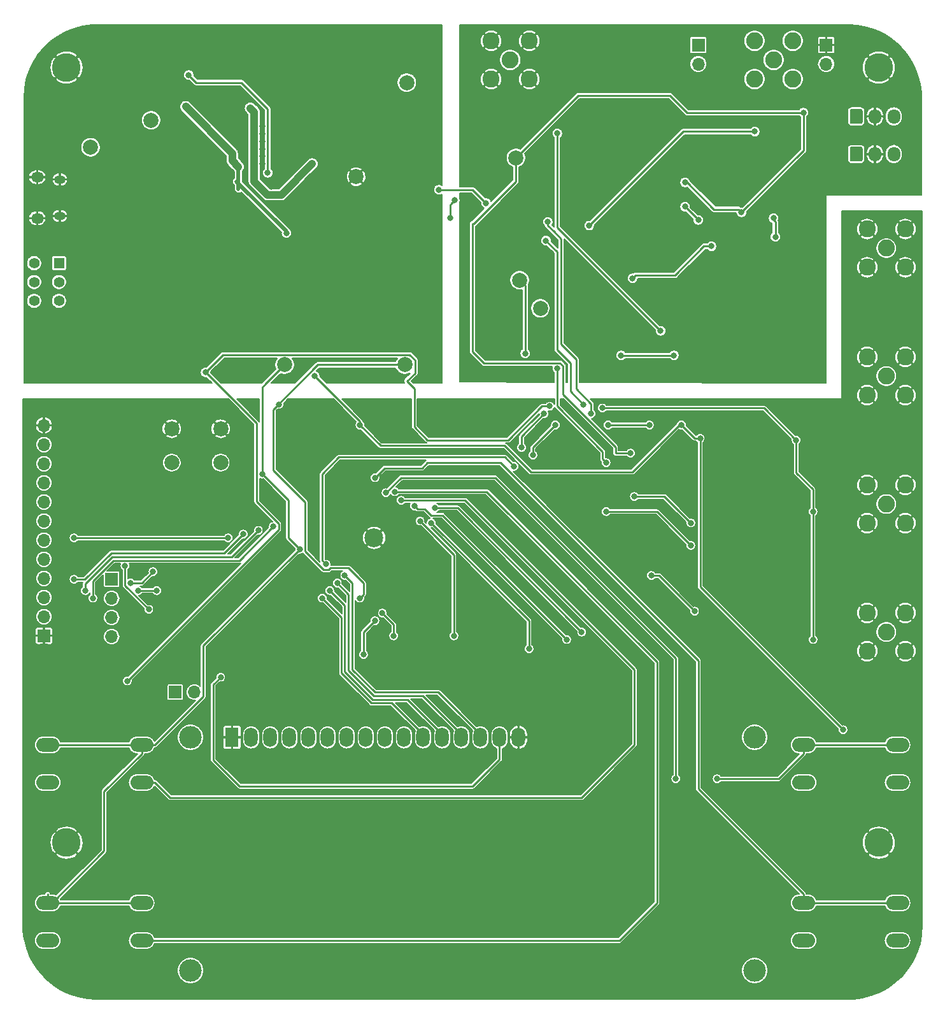
<source format=gbr>
G04 #@! TF.GenerationSoftware,KiCad,Pcbnew,5.1.4-e60b266~84~ubuntu18.04.1*
G04 #@! TF.CreationDate,2019-10-03T20:43:22+02:00*
G04 #@! TF.ProjectId,SingularitySurfer_V1,53696e67-756c-4617-9269-747953757266,rev?*
G04 #@! TF.SameCoordinates,Original*
G04 #@! TF.FileFunction,Copper,L2,Bot*
G04 #@! TF.FilePolarity,Positive*
%FSLAX46Y46*%
G04 Gerber Fmt 4.6, Leading zero omitted, Abs format (unit mm)*
G04 Created by KiCad (PCBNEW 5.1.4-e60b266~84~ubuntu18.04.1) date 2019-10-03 20:43:22*
%MOMM*%
%LPD*%
G04 APERTURE LIST*
%ADD10C,2.000000*%
%ADD11C,3.800000*%
%ADD12O,1.700000X1.700000*%
%ADD13R,1.700000X1.700000*%
%ADD14C,2.500000*%
%ADD15O,1.700000X1.950000*%
%ADD16C,0.100000*%
%ADD17C,1.700000*%
%ADD18C,2.250000*%
%ADD19O,3.048000X1.850000*%
%ADD20R,1.800000X2.600000*%
%ADD21O,1.800000X2.600000*%
%ADD22C,3.000000*%
%ADD23C,1.400000*%
%ADD24R,1.400000X1.400000*%
%ADD25O,1.700000X1.350000*%
%ADD26O,1.500000X1.100000*%
%ADD27C,0.800000*%
%ADD28C,0.250000*%
%ADD29C,1.000000*%
%ADD30C,0.500000*%
%ADD31C,0.127000*%
G04 APERTURE END LIST*
D10*
X64500000Y-65500000D03*
D11*
X134000000Y-154000000D03*
X26000000Y-154000000D03*
X26000000Y-51000000D03*
X134000000Y-51000000D03*
D12*
X43000000Y-134000000D03*
D13*
X40460000Y-134000000D03*
D12*
X23000000Y-98560000D03*
X23000000Y-101100000D03*
X23000000Y-103640000D03*
X23000000Y-106180000D03*
X23000000Y-108720000D03*
X23000000Y-111260000D03*
X23000000Y-113800000D03*
X23000000Y-116340000D03*
X23000000Y-118880000D03*
X23000000Y-121420000D03*
X23000000Y-123960000D03*
D13*
X23000000Y-126500000D03*
D12*
X32000000Y-126620000D03*
X32000000Y-124080000D03*
X32000000Y-121540000D03*
D13*
X32000000Y-119000000D03*
D14*
X66900000Y-113500000D03*
D10*
X55000000Y-90500000D03*
D15*
X136000000Y-57500000D03*
X133500000Y-57500000D03*
D16*
G36*
X131624504Y-56526204D02*
G01*
X131648773Y-56529804D01*
X131672571Y-56535765D01*
X131695671Y-56544030D01*
X131717849Y-56554520D01*
X131738893Y-56567133D01*
X131758598Y-56581747D01*
X131776777Y-56598223D01*
X131793253Y-56616402D01*
X131807867Y-56636107D01*
X131820480Y-56657151D01*
X131830970Y-56679329D01*
X131839235Y-56702429D01*
X131845196Y-56726227D01*
X131848796Y-56750496D01*
X131850000Y-56775000D01*
X131850000Y-58225000D01*
X131848796Y-58249504D01*
X131845196Y-58273773D01*
X131839235Y-58297571D01*
X131830970Y-58320671D01*
X131820480Y-58342849D01*
X131807867Y-58363893D01*
X131793253Y-58383598D01*
X131776777Y-58401777D01*
X131758598Y-58418253D01*
X131738893Y-58432867D01*
X131717849Y-58445480D01*
X131695671Y-58455970D01*
X131672571Y-58464235D01*
X131648773Y-58470196D01*
X131624504Y-58473796D01*
X131600000Y-58475000D01*
X130400000Y-58475000D01*
X130375496Y-58473796D01*
X130351227Y-58470196D01*
X130327429Y-58464235D01*
X130304329Y-58455970D01*
X130282151Y-58445480D01*
X130261107Y-58432867D01*
X130241402Y-58418253D01*
X130223223Y-58401777D01*
X130206747Y-58383598D01*
X130192133Y-58363893D01*
X130179520Y-58342849D01*
X130169030Y-58320671D01*
X130160765Y-58297571D01*
X130154804Y-58273773D01*
X130151204Y-58249504D01*
X130150000Y-58225000D01*
X130150000Y-56775000D01*
X130151204Y-56750496D01*
X130154804Y-56726227D01*
X130160765Y-56702429D01*
X130169030Y-56679329D01*
X130179520Y-56657151D01*
X130192133Y-56636107D01*
X130206747Y-56616402D01*
X130223223Y-56598223D01*
X130241402Y-56581747D01*
X130261107Y-56567133D01*
X130282151Y-56554520D01*
X130304329Y-56544030D01*
X130327429Y-56535765D01*
X130351227Y-56529804D01*
X130375496Y-56526204D01*
X130400000Y-56525000D01*
X131600000Y-56525000D01*
X131624504Y-56526204D01*
X131624504Y-56526204D01*
G37*
D17*
X131000000Y-57500000D03*
D15*
X136000000Y-62500000D03*
X133500000Y-62500000D03*
D16*
G36*
X131624504Y-61526204D02*
G01*
X131648773Y-61529804D01*
X131672571Y-61535765D01*
X131695671Y-61544030D01*
X131717849Y-61554520D01*
X131738893Y-61567133D01*
X131758598Y-61581747D01*
X131776777Y-61598223D01*
X131793253Y-61616402D01*
X131807867Y-61636107D01*
X131820480Y-61657151D01*
X131830970Y-61679329D01*
X131839235Y-61702429D01*
X131845196Y-61726227D01*
X131848796Y-61750496D01*
X131850000Y-61775000D01*
X131850000Y-63225000D01*
X131848796Y-63249504D01*
X131845196Y-63273773D01*
X131839235Y-63297571D01*
X131830970Y-63320671D01*
X131820480Y-63342849D01*
X131807867Y-63363893D01*
X131793253Y-63383598D01*
X131776777Y-63401777D01*
X131758598Y-63418253D01*
X131738893Y-63432867D01*
X131717849Y-63445480D01*
X131695671Y-63455970D01*
X131672571Y-63464235D01*
X131648773Y-63470196D01*
X131624504Y-63473796D01*
X131600000Y-63475000D01*
X130400000Y-63475000D01*
X130375496Y-63473796D01*
X130351227Y-63470196D01*
X130327429Y-63464235D01*
X130304329Y-63455970D01*
X130282151Y-63445480D01*
X130261107Y-63432867D01*
X130241402Y-63418253D01*
X130223223Y-63401777D01*
X130206747Y-63383598D01*
X130192133Y-63363893D01*
X130179520Y-63342849D01*
X130169030Y-63320671D01*
X130160765Y-63297571D01*
X130154804Y-63273773D01*
X130151204Y-63249504D01*
X130150000Y-63225000D01*
X130150000Y-61775000D01*
X130151204Y-61750496D01*
X130154804Y-61726227D01*
X130160765Y-61702429D01*
X130169030Y-61679329D01*
X130179520Y-61657151D01*
X130192133Y-61636107D01*
X130206747Y-61616402D01*
X130223223Y-61598223D01*
X130241402Y-61581747D01*
X130261107Y-61567133D01*
X130282151Y-61554520D01*
X130304329Y-61544030D01*
X130327429Y-61535765D01*
X130351227Y-61529804D01*
X130375496Y-61526204D01*
X130400000Y-61525000D01*
X131600000Y-61525000D01*
X131624504Y-61526204D01*
X131624504Y-61526204D01*
G37*
D17*
X131000000Y-62500000D03*
D10*
X71000000Y-90500000D03*
X85750000Y-63000000D03*
X71250000Y-53000000D03*
X86250000Y-79250000D03*
X89000000Y-83000000D03*
X29200000Y-61600000D03*
X37250000Y-58000000D03*
D18*
X85000000Y-50000000D03*
X87540000Y-52540000D03*
X87540000Y-47460000D03*
X82460000Y-47460000D03*
X82460000Y-52540000D03*
D10*
X46500000Y-99000000D03*
X46500000Y-103500000D03*
X40000000Y-99000000D03*
X40000000Y-103500000D03*
D19*
X136500000Y-162000000D03*
X136500000Y-167000000D03*
X124000000Y-162000000D03*
X124000000Y-167000000D03*
X36000000Y-141000000D03*
X36000000Y-146000000D03*
X23500000Y-141000000D03*
X23500000Y-146000000D03*
X136500000Y-141000000D03*
X136500000Y-146000000D03*
X124000000Y-141000000D03*
X124000000Y-146000000D03*
X36000000Y-162000000D03*
X36000000Y-167000000D03*
X23500000Y-162000000D03*
X23500000Y-167000000D03*
D18*
X117460000Y-52540000D03*
X117460000Y-47460000D03*
X122540000Y-47460000D03*
X122540000Y-52540000D03*
X120000000Y-50000000D03*
D12*
X127000000Y-50540000D03*
D13*
X127000000Y-48000000D03*
D12*
X110000000Y-50540000D03*
D13*
X110000000Y-48000000D03*
D18*
X132460000Y-123460000D03*
X137540000Y-123460000D03*
X137540000Y-128540000D03*
X132460000Y-128540000D03*
X135000000Y-126000000D03*
X132460000Y-106460000D03*
X137540000Y-106460000D03*
X137540000Y-111540000D03*
X132460000Y-111540000D03*
X135000000Y-109000000D03*
X132460000Y-89460000D03*
X137540000Y-89460000D03*
X137540000Y-94540000D03*
X132460000Y-94540000D03*
X135000000Y-92000000D03*
X132460000Y-72460000D03*
X137540000Y-72460000D03*
X137540000Y-77540000D03*
X132460000Y-77540000D03*
X135000000Y-75000000D03*
D20*
X48000000Y-140000000D03*
D21*
X50540000Y-140000000D03*
X53080000Y-140000000D03*
X55620000Y-140000000D03*
X58160000Y-140000000D03*
X60700000Y-140000000D03*
X63240000Y-140000000D03*
X65780000Y-140000000D03*
X68320000Y-140000000D03*
X70860000Y-140000000D03*
X73400000Y-140000000D03*
X75940000Y-140000000D03*
X78480000Y-140000000D03*
X81020000Y-140000000D03*
X83560000Y-140000000D03*
X86100000Y-140000000D03*
D22*
X42500900Y-140000000D03*
X42500900Y-171000700D03*
X117499480Y-171000700D03*
X117500000Y-140000000D03*
D23*
X21700000Y-82000000D03*
X21700000Y-79500000D03*
X21700000Y-77000000D03*
X25000000Y-82000000D03*
X25000000Y-79500000D03*
D24*
X25000000Y-77000000D03*
D25*
X22120000Y-71030000D03*
X22120000Y-65570000D03*
D26*
X25120000Y-70720000D03*
X25120000Y-65880000D03*
D27*
X66500000Y-104000000D03*
X60750000Y-52000000D03*
X61750000Y-52000000D03*
X62750000Y-52000000D03*
X59750000Y-52000000D03*
X58750000Y-52000000D03*
X58750000Y-53000000D03*
X58750000Y-54000000D03*
X58750000Y-55000000D03*
X52050000Y-63800000D03*
X52050000Y-62800000D03*
X52050000Y-61800000D03*
X52050000Y-60800000D03*
X52050000Y-59800000D03*
X52050000Y-58800000D03*
X53650000Y-58200000D03*
X53650000Y-59400000D03*
X53650000Y-60600000D03*
X53650000Y-61800000D03*
X53650000Y-63000000D03*
X55050000Y-63800000D03*
X55050000Y-62600000D03*
X55050000Y-61400000D03*
X55050000Y-60200000D03*
X49850000Y-51200000D03*
X49850000Y-49800000D03*
X50050000Y-48000000D03*
X48450000Y-47600000D03*
X44450000Y-47400000D03*
X46850000Y-48400000D03*
X46400000Y-46200000D03*
X59200000Y-46200000D03*
X39450000Y-51000000D03*
X39450000Y-47800000D03*
X39250000Y-49200000D03*
X37250000Y-50600000D03*
X35450000Y-61000000D03*
X37650000Y-62000000D03*
X39250000Y-60000000D03*
X39250000Y-62400000D03*
X40050000Y-65200000D03*
X44650000Y-64600000D03*
X46850000Y-64800000D03*
X53250000Y-66800000D03*
X60250000Y-61200000D03*
X65050000Y-60600000D03*
X69050000Y-56600000D03*
X68850000Y-58600000D03*
X36000000Y-107500000D03*
X35000000Y-97000000D03*
X71500000Y-103500000D03*
X46000000Y-127750000D03*
X45500000Y-131000000D03*
X47500000Y-133000000D03*
X43000000Y-120500000D03*
X74250000Y-117250000D03*
X75500000Y-120250000D03*
X59000000Y-118500000D03*
X61000000Y-108250000D03*
X62250000Y-109250000D03*
X78000000Y-104500000D03*
X62250000Y-104250000D03*
X81000000Y-121000000D03*
X75500000Y-125500000D03*
X60000000Y-124250000D03*
X58750000Y-122250000D03*
X52750000Y-117000000D03*
X51000000Y-117500000D03*
X74000000Y-98000000D03*
X69000000Y-100250000D03*
X94750000Y-101500000D03*
X97500000Y-107000000D03*
X63000000Y-101250000D03*
X61750000Y-98250000D03*
X86000000Y-97250000D03*
X81750000Y-99250000D03*
X71000000Y-96500000D03*
X93250000Y-96750000D03*
X121250000Y-101250000D03*
X117000000Y-105250000D03*
X114250000Y-109250000D03*
X124000000Y-108750000D03*
X125000000Y-105750000D03*
X117500000Y-109250000D03*
X113750000Y-115250000D03*
X123000000Y-114750000D03*
X124000000Y-119250000D03*
X116500000Y-120000000D03*
X23000000Y-130250000D03*
X29000000Y-130500000D03*
X30250000Y-133500000D03*
X27000000Y-126250000D03*
X51250000Y-125000000D03*
X54000000Y-127500000D03*
X51750000Y-134250000D03*
X61750000Y-131250000D03*
X56500000Y-133000000D03*
X69250000Y-131500000D03*
X76750000Y-131750000D03*
X79250000Y-134250000D03*
X85000000Y-129750000D03*
X82750000Y-131500000D03*
X96750000Y-135250000D03*
X97750000Y-130250000D03*
X103250000Y-134250000D03*
X105750000Y-134750000D03*
X108000000Y-136000000D03*
X108750000Y-131250000D03*
X116250000Y-135000000D03*
X117250000Y-130000000D03*
X111750000Y-125000000D03*
X99250000Y-116250000D03*
X96500000Y-123250000D03*
X84250000Y-112000000D03*
X87250000Y-114500000D03*
X60500000Y-102750000D03*
X55250000Y-101750000D03*
X50000000Y-106000000D03*
X43250000Y-100500000D03*
X41750000Y-101500000D03*
X37000000Y-103250000D03*
X37250000Y-100000000D03*
X33500000Y-110500000D03*
X30750000Y-109750000D03*
X26500000Y-101250000D03*
X26500000Y-97500000D03*
X29500000Y-91500000D03*
X34750000Y-91500000D03*
X39250000Y-91750000D03*
X41750000Y-91250000D03*
X39000000Y-88000000D03*
X35250000Y-88250000D03*
X47250000Y-76000000D03*
X40500000Y-71250000D03*
X39500000Y-77750000D03*
X39000000Y-82000000D03*
X35750000Y-72750000D03*
X35250000Y-69250000D03*
X58750000Y-75500000D03*
X62500000Y-81000000D03*
X67750000Y-81250000D03*
X44750000Y-72250000D03*
X49000000Y-69250000D03*
X37500000Y-83750000D03*
X71000000Y-84250000D03*
X68750000Y-74750000D03*
X66250000Y-62000000D03*
X66750000Y-67000000D03*
X59500000Y-68500000D03*
X61500000Y-65750000D03*
X63250000Y-69750000D03*
X69750000Y-70750000D03*
X35750000Y-46750000D03*
X28500000Y-56500000D03*
X23750000Y-57750000D03*
X22750000Y-61500000D03*
X71250000Y-46250000D03*
X74500000Y-46750000D03*
X34000000Y-50000000D03*
X34250000Y-64500000D03*
X31000000Y-69000000D03*
X30250000Y-73000000D03*
X25500000Y-74000000D03*
X22250000Y-74000000D03*
X56500000Y-87000000D03*
X47750000Y-85500000D03*
X61500000Y-92250000D03*
X64750000Y-92250000D03*
X52250000Y-90750000D03*
X97250000Y-91750000D03*
X100500000Y-91500000D03*
X97750000Y-90500000D03*
X75250000Y-92250000D03*
X75250000Y-91250000D03*
X75250000Y-90250000D03*
X75250000Y-89250000D03*
X74250000Y-89250000D03*
X74250000Y-90250000D03*
X74250000Y-91250000D03*
X74250000Y-92250000D03*
X73250000Y-92250000D03*
X73250000Y-91250000D03*
X73250000Y-90250000D03*
X73250000Y-89250000D03*
X79000000Y-92250000D03*
X80000000Y-92250000D03*
X81000000Y-92250000D03*
X82000000Y-92250000D03*
X83000000Y-92250000D03*
X79000000Y-91250000D03*
X79000000Y-90250000D03*
X79000000Y-89250000D03*
X77250000Y-95500000D03*
X76250000Y-95500000D03*
X75250000Y-95500000D03*
X74250000Y-95500000D03*
X78250000Y-95500000D03*
X79250000Y-95500000D03*
X80250000Y-95500000D03*
X74250000Y-96500000D03*
X75250000Y-96500000D03*
X76250000Y-96500000D03*
X77250000Y-96500000D03*
X78250000Y-96500000D03*
X79250000Y-96500000D03*
X80250000Y-96500000D03*
X95250000Y-83750000D03*
X95500000Y-91000000D03*
X114250000Y-91500000D03*
X116500000Y-91250000D03*
X114500000Y-89000000D03*
X124250000Y-91500000D03*
X125500000Y-88750000D03*
X126500000Y-90750000D03*
X113500000Y-85250000D03*
X113750000Y-81750000D03*
X111750000Y-82750000D03*
X113500000Y-78750000D03*
X119750000Y-75250000D03*
X122750000Y-74000000D03*
X125750000Y-69500000D03*
X127000000Y-66500000D03*
X123250000Y-65250000D03*
X115750000Y-64000000D03*
X115750000Y-62250000D03*
X100500000Y-70000000D03*
X106750000Y-70750000D03*
X105750000Y-74750000D03*
X96750000Y-75500000D03*
X94250000Y-81000000D03*
X93750000Y-67500000D03*
X89250000Y-64250000D03*
X85250000Y-57250000D03*
X81000000Y-57500000D03*
X80250000Y-53000000D03*
X90750000Y-53250000D03*
X94000000Y-51750000D03*
X96500000Y-53250000D03*
X110500000Y-54000000D03*
X112500000Y-55250000D03*
X115250000Y-47750000D03*
X115250000Y-51000000D03*
X131000000Y-48000000D03*
X137750000Y-52500000D03*
X130500000Y-53500000D03*
X127250000Y-54000000D03*
X122250000Y-55250000D03*
X95500000Y-48500000D03*
X90500000Y-48750000D03*
X109250000Y-46500000D03*
X95250000Y-57500000D03*
X131500000Y-81250000D03*
X137750000Y-82500000D03*
X135750000Y-82500000D03*
X132500000Y-85250000D03*
X132500000Y-98250000D03*
X135250000Y-102250000D03*
X133000000Y-102250000D03*
X129000000Y-115250000D03*
X134000000Y-116250000D03*
X137750000Y-116500000D03*
X136250000Y-119750000D03*
X130750000Y-120000000D03*
X132750000Y-132500000D03*
X132500000Y-135000000D03*
X126250000Y-129500000D03*
X91750000Y-157750000D03*
X64000000Y-157000000D03*
X54250000Y-160500000D03*
X46500000Y-165250000D03*
X44750000Y-157000000D03*
X77750000Y-172250000D03*
X104000000Y-172000000D03*
X113250000Y-163750000D03*
X108500000Y-155000000D03*
X118500000Y-150250000D03*
X126000000Y-152250000D03*
X123750000Y-156000000D03*
X129500000Y-164750000D03*
X131000000Y-169250000D03*
X30250000Y-167750000D03*
X31500000Y-159000000D03*
X38000000Y-170250000D03*
X24500000Y-170750000D03*
X22750000Y-152250000D03*
X26000000Y-144750000D03*
X27750000Y-149000000D03*
X31500000Y-138000000D03*
X44750000Y-112500000D03*
X39500000Y-114500000D03*
X44000000Y-114750000D03*
X28750000Y-106000000D03*
X56250000Y-92000000D03*
X58750000Y-90000000D03*
X51000000Y-95750000D03*
X102500000Y-99750000D03*
X54250000Y-97500000D03*
X134500000Y-59000000D03*
X132000000Y-59250000D03*
X134000000Y-60500000D03*
X129000000Y-59750000D03*
X132500000Y-65000000D03*
X137750000Y-65500000D03*
X100250000Y-99250000D03*
X102250000Y-97250000D03*
X107250000Y-103000000D03*
X95500000Y-106500000D03*
X118000000Y-115750000D03*
X78000000Y-98750000D03*
X54250000Y-85750000D03*
X27750000Y-84000000D03*
X29750000Y-82500000D03*
X25250000Y-91750000D03*
X42250000Y-52000000D03*
X52750000Y-65000000D03*
X41850000Y-56200000D03*
X48850000Y-64200000D03*
X55250000Y-73000000D03*
X52000000Y-105000000D03*
X57000000Y-115000000D03*
X59000000Y-92000000D03*
X65000000Y-98500000D03*
X107750000Y-98500000D03*
X110250000Y-100250000D03*
X129250000Y-139000000D03*
X54250000Y-95750000D03*
X65000000Y-121500000D03*
X60500000Y-117000000D03*
X85500000Y-104000000D03*
X46500000Y-132000000D03*
X63000000Y-118500000D03*
X62000000Y-119500000D03*
X61000000Y-120500000D03*
X60000000Y-121500000D03*
X68000000Y-123500000D03*
X69500000Y-126500000D03*
X67000000Y-124500000D03*
X65500000Y-129000000D03*
X101250000Y-79000000D03*
X111750000Y-74750000D03*
X105000000Y-86000000D03*
X91250000Y-59750000D03*
X110000000Y-71250000D03*
X108250000Y-69500000D03*
X103750000Y-118500000D03*
X109500000Y-123250000D03*
X120250000Y-73500000D03*
X120000000Y-71000000D03*
X50450000Y-56400000D03*
X58650000Y-63800000D03*
X50949999Y-66128001D03*
X44500000Y-91500000D03*
X34073002Y-132500000D03*
X90250000Y-96000000D03*
X97250000Y-96250000D03*
X123000000Y-100500000D03*
X125250000Y-110000000D03*
X125250000Y-127000000D03*
X69645153Y-107355153D03*
X33774999Y-117225001D03*
X36934315Y-123000000D03*
X37500000Y-118000000D03*
X34500000Y-119500000D03*
X72262653Y-109262653D03*
X92500000Y-127000000D03*
X74500000Y-111500000D03*
X87500000Y-128250000D03*
X73000000Y-111250000D03*
X77500000Y-126500000D03*
X75000000Y-109500000D03*
X94500000Y-126000000D03*
X98000000Y-98500000D03*
X103500000Y-98500000D03*
X86500000Y-101500000D03*
X89500000Y-97000000D03*
X94750000Y-95750000D03*
X89750000Y-74000000D03*
X88000000Y-102500000D03*
X91000000Y-98500000D03*
X95750000Y-97000000D03*
X90000000Y-71500000D03*
X47500000Y-113500000D03*
X27000000Y-113500000D03*
X49500000Y-113000000D03*
X27000000Y-119000000D03*
X51500000Y-112500000D03*
X28500000Y-120500000D03*
X53500000Y-112000000D03*
X29500000Y-121500000D03*
X101000000Y-102250000D03*
X124000000Y-57000000D03*
X115750000Y-70250000D03*
X108250000Y-66250000D03*
X97750000Y-110000000D03*
X109000000Y-114500000D03*
X87000000Y-89000000D03*
X97750000Y-103500000D03*
X91250000Y-91000000D03*
X95500000Y-72000000D03*
X117500000Y-59500000D03*
X99750000Y-89250000D03*
X106750000Y-89250000D03*
X81775000Y-69025000D03*
X75500000Y-67250000D03*
X77624999Y-68650001D03*
X77000000Y-71000000D03*
X68475000Y-107500000D03*
X107000000Y-145500000D03*
X112500000Y-145500000D03*
X67000000Y-105500000D03*
X70500000Y-108500000D03*
X101500000Y-108000000D03*
X109000000Y-111500000D03*
X38000000Y-120500000D03*
X35500000Y-120500000D03*
D28*
X42250000Y-52000000D02*
X43250000Y-53000000D01*
X43250000Y-53000000D02*
X49250000Y-53000000D01*
X49250000Y-53000000D02*
X52750000Y-56500000D01*
X52750000Y-56500000D02*
X52750000Y-65000000D01*
D29*
X41850000Y-56200000D02*
X48050000Y-62400000D01*
X48050000Y-62400000D02*
X48050000Y-63400000D01*
X48050000Y-63400000D02*
X48850000Y-64200000D01*
D30*
X48850000Y-64200000D02*
X48850000Y-67150000D01*
X48600000Y-66150000D02*
X55250000Y-72800000D01*
X55250000Y-72800000D02*
X55250000Y-73000000D01*
D28*
X55000000Y-90500000D02*
X52500000Y-93000000D01*
X52500000Y-93000000D02*
X52000000Y-93500000D01*
X52000000Y-93500000D02*
X52000000Y-105000000D01*
X55500000Y-108500000D02*
X55500000Y-113500000D01*
X52000000Y-105000000D02*
X55500000Y-108500000D01*
X55500000Y-113500000D02*
X57000000Y-115000000D01*
X59000000Y-92000000D02*
X65000000Y-98000000D01*
X65000000Y-98000000D02*
X65000000Y-98500000D01*
X37774000Y-141000000D02*
X36000000Y-141000000D01*
X44175001Y-134598999D02*
X37774000Y-141000000D01*
X57000000Y-115000000D02*
X44175001Y-127824999D01*
X44175001Y-127824999D02*
X44175001Y-134598999D01*
X34226000Y-141000000D02*
X23500000Y-141000000D01*
X36000000Y-141000000D02*
X34226000Y-141000000D01*
X23500000Y-160825000D02*
X23500000Y-162000000D01*
X36000000Y-141000000D02*
X35401000Y-141000000D01*
X23500000Y-162000000D02*
X36000000Y-162000000D01*
X65000000Y-98500000D02*
X67750000Y-101250000D01*
X67750000Y-101250000D02*
X84250000Y-101250000D01*
X84250000Y-101250000D02*
X87750000Y-104750000D01*
X87750000Y-104750000D02*
X101250000Y-104750000D01*
X101250000Y-104750000D02*
X107500000Y-98500000D01*
X107500000Y-98500000D02*
X107750000Y-98500000D01*
X107750000Y-98500000D02*
X109500000Y-100250000D01*
X109500000Y-100250000D02*
X110250000Y-100250000D01*
X110250000Y-100250000D02*
X110250000Y-120000000D01*
X110250000Y-120000000D02*
X129250000Y-139000000D01*
X24099000Y-162000000D02*
X31000000Y-155099000D01*
X23500000Y-162000000D02*
X24099000Y-162000000D01*
X36000000Y-142175000D02*
X36000000Y-141000000D01*
X31000000Y-147175000D02*
X36000000Y-142175000D01*
X31000000Y-155099000D02*
X31000000Y-147175000D01*
X69585787Y-90500000D02*
X71000000Y-90500000D01*
X59426998Y-90500000D02*
X69585787Y-90500000D01*
X53500000Y-96426998D02*
X59426998Y-90500000D01*
X57725001Y-108725001D02*
X53500000Y-104500000D01*
X57725001Y-115298003D02*
X57725001Y-108725001D01*
X60151999Y-117725001D02*
X57725001Y-115298003D01*
X65000000Y-121500000D02*
X65500000Y-121000000D01*
X65500000Y-119500000D02*
X63500000Y-117500000D01*
X63500000Y-117500000D02*
X61073002Y-117500000D01*
X61073002Y-117500000D02*
X60848001Y-117725001D01*
X53500000Y-104500000D02*
X53500000Y-96426998D01*
X65500000Y-121000000D02*
X65500000Y-119500000D01*
X60848001Y-117725001D02*
X60151999Y-117725001D01*
X60500000Y-117000000D02*
X60000000Y-116500000D01*
X60000000Y-116500000D02*
X60000000Y-105000000D01*
X62225001Y-102774999D02*
X84274999Y-102774999D01*
X60000000Y-105000000D02*
X62225001Y-102774999D01*
X84274999Y-102774999D02*
X85500000Y-104000000D01*
X80000000Y-146500000D02*
X83560000Y-142940000D01*
X49000000Y-146500000D02*
X80000000Y-146500000D01*
X45500000Y-143000000D02*
X49000000Y-146500000D01*
X83560000Y-142940000D02*
X83560000Y-140000000D01*
X46500000Y-132000000D02*
X45500000Y-133000000D01*
X45500000Y-133000000D02*
X45500000Y-143000000D01*
X81020000Y-139600000D02*
X81020000Y-140000000D01*
X75420000Y-134000000D02*
X81020000Y-139600000D01*
X67000000Y-134000000D02*
X75420000Y-134000000D01*
X64000000Y-119500000D02*
X64000000Y-131000000D01*
X64000000Y-131000000D02*
X67000000Y-134000000D01*
X63000000Y-118500000D02*
X64000000Y-119500000D01*
X62000000Y-119500000D02*
X63500000Y-121000000D01*
X63500000Y-131136410D02*
X66863590Y-134500000D01*
X63500000Y-121000000D02*
X63500000Y-131136410D01*
X78480000Y-139600000D02*
X78480000Y-140000000D01*
X73380000Y-134500000D02*
X78480000Y-139600000D01*
X66863590Y-134500000D02*
X73380000Y-134500000D01*
X61000000Y-120500000D02*
X63000000Y-122500000D01*
X63000000Y-131272820D02*
X66727180Y-135000000D01*
X63000000Y-122500000D02*
X63000000Y-131272820D01*
X71340000Y-135000000D02*
X75940000Y-139600000D01*
X75940000Y-139600000D02*
X75940000Y-140000000D01*
X66727180Y-135000000D02*
X71340000Y-135000000D01*
X73400000Y-139600000D02*
X73400000Y-140000000D01*
X69250010Y-135450010D02*
X73400000Y-139600000D01*
X66540780Y-135450010D02*
X69250010Y-135450010D01*
X62549991Y-131459221D02*
X66540780Y-135450010D01*
X62549990Y-124049990D02*
X62549991Y-131459221D01*
X60000000Y-121500000D02*
X62549990Y-124049990D01*
X68000000Y-123500000D02*
X69500000Y-125000000D01*
X69500000Y-125000000D02*
X69500000Y-126500000D01*
X67000000Y-124500000D02*
X65500000Y-126000000D01*
X65500000Y-126000000D02*
X65500000Y-129000000D01*
X101649999Y-78600001D02*
X106899999Y-78600001D01*
X101250000Y-79000000D02*
X101649999Y-78600001D01*
X106899999Y-78600001D02*
X110750000Y-74750000D01*
X110750000Y-74750000D02*
X111750000Y-74750000D01*
X105000000Y-86000000D02*
X91250000Y-72250000D01*
X91250000Y-72250000D02*
X91250000Y-60500000D01*
X91250000Y-60500000D02*
X91250000Y-59750000D01*
X110000000Y-71250000D02*
X108500000Y-69750000D01*
X108500000Y-69750000D02*
X108250000Y-69500000D01*
X103750000Y-118500000D02*
X104750000Y-118500000D01*
X104750000Y-118500000D02*
X109500000Y-123250000D01*
X120250000Y-73500000D02*
X120250000Y-71500000D01*
X120250000Y-71500000D02*
X120000000Y-71250000D01*
X120000000Y-71250000D02*
X120000000Y-71000000D01*
D29*
X52721999Y-67900001D02*
X54549999Y-67900001D01*
X50949999Y-66128001D02*
X52721999Y-67900001D01*
X50450000Y-56400000D02*
X50949999Y-56899999D01*
X50949999Y-56899999D02*
X50949999Y-66128001D01*
X54549999Y-67900001D02*
X58650000Y-63800000D01*
D28*
X51274999Y-98274999D02*
X51274999Y-108701997D01*
X54225001Y-112348001D02*
X34073002Y-132500000D01*
X44500000Y-91500000D02*
X51274999Y-98274999D01*
X51274999Y-108701997D02*
X54225001Y-111651999D01*
X54225001Y-111651999D02*
X54225001Y-112348001D01*
X44500000Y-91500000D02*
X46825001Y-89174999D01*
X46825001Y-89174999D02*
X71636001Y-89174999D01*
X97250000Y-96250000D02*
X118750000Y-96250000D01*
X118750000Y-96250000D02*
X123000000Y-100500000D01*
X123000000Y-104823002D02*
X125250000Y-107073002D01*
X123000000Y-100500000D02*
X123000000Y-104823002D01*
X125250000Y-107073002D02*
X125250000Y-110000000D01*
X125250000Y-110000000D02*
X125250000Y-127000000D01*
X72325001Y-91601997D02*
X71250000Y-92676998D01*
X71636001Y-89174999D02*
X72325001Y-89863999D01*
X72325001Y-89863999D02*
X72325001Y-91601997D01*
X72250000Y-93676998D02*
X72250000Y-98750000D01*
X71250000Y-92676998D02*
X72250000Y-93676998D01*
X72250000Y-98750000D02*
X74000000Y-100500000D01*
X74000000Y-100500000D02*
X84750000Y-100500000D01*
X89250000Y-96000000D02*
X90250000Y-96000000D01*
X84750000Y-100500000D02*
X89250000Y-96000000D01*
X69645153Y-107355153D02*
X81855153Y-107355153D01*
X81855153Y-107355153D02*
X104500000Y-130000000D01*
X104500000Y-130000000D02*
X104500000Y-162000000D01*
X99500000Y-167000000D02*
X36000000Y-167000000D01*
X104500000Y-162000000D02*
X99500000Y-167000000D01*
X36934315Y-123000000D02*
X33774999Y-119840684D01*
X33774999Y-119840684D02*
X33774999Y-117225001D01*
X37500000Y-118000000D02*
X36000000Y-119500000D01*
X36000000Y-119500000D02*
X34500000Y-119500000D01*
X72662652Y-109662652D02*
X73662652Y-109662652D01*
X72262653Y-109262653D02*
X72662652Y-109662652D01*
X73662652Y-109662652D02*
X74500000Y-110500000D01*
X74500000Y-110500000D02*
X76000000Y-110500000D01*
X76000000Y-110500000D02*
X92500000Y-127000000D01*
X74500000Y-111500000D02*
X87500000Y-124500000D01*
X87500000Y-124500000D02*
X87500000Y-128250000D01*
X73000000Y-111250000D02*
X77500000Y-115750000D01*
X77500000Y-115750000D02*
X77500000Y-126500000D01*
X75000000Y-109500000D02*
X78000000Y-109500000D01*
X78000000Y-109500000D02*
X94500000Y-126000000D01*
X98000000Y-98500000D02*
X103500000Y-98500000D01*
X86500000Y-101500000D02*
X86500000Y-100000000D01*
X86500000Y-100000000D02*
X89500000Y-97000000D01*
X94750000Y-95750000D02*
X93000000Y-94000000D01*
X93000000Y-94000000D02*
X93000000Y-90250000D01*
X93000000Y-90250000D02*
X91250000Y-88500000D01*
X91250000Y-88500000D02*
X91250000Y-79250000D01*
X91250000Y-79250000D02*
X91250000Y-75500000D01*
X91250000Y-75500000D02*
X89750000Y-74000000D01*
X88000000Y-102500000D02*
X88000000Y-101500000D01*
X88000000Y-101500000D02*
X91000000Y-98500000D01*
X95750000Y-95676998D02*
X93750000Y-93676998D01*
X95750000Y-97000000D02*
X95750000Y-95676998D01*
X93750000Y-93676998D02*
X93750000Y-89750000D01*
X93750000Y-89750000D02*
X91750000Y-87750000D01*
X91750000Y-87750000D02*
X91750000Y-73750000D01*
X91750000Y-73750000D02*
X90799990Y-72799990D01*
X90799990Y-72799990D02*
X90000000Y-72000000D01*
X90000000Y-72000000D02*
X90000000Y-71500000D01*
X47500000Y-113500000D02*
X27000000Y-113500000D01*
X49500000Y-113000000D02*
X47000000Y-115500000D01*
X47000000Y-115500000D02*
X35500000Y-115500000D01*
X31942178Y-115500000D02*
X28442178Y-119000000D01*
X35500000Y-115500000D02*
X31942178Y-115500000D01*
X28442178Y-119000000D02*
X27000000Y-119000000D01*
X51500000Y-112500000D02*
X48000000Y-116000000D01*
X32078588Y-116000000D02*
X28500000Y-119578588D01*
X48000000Y-116000000D02*
X32078588Y-116000000D01*
X28500000Y-119578588D02*
X28500000Y-120500000D01*
X53500000Y-112000000D02*
X49000000Y-116500000D01*
X29500000Y-119214998D02*
X29500000Y-121500000D01*
X49000000Y-116500000D02*
X32214998Y-116500000D01*
X32214998Y-116500000D02*
X29500000Y-119214998D01*
X101000000Y-102250000D02*
X99000000Y-102250000D01*
X91598001Y-90274999D02*
X81475001Y-90274999D01*
X91975001Y-90651999D02*
X91598001Y-90274999D01*
X91975001Y-94401999D02*
X91975001Y-90651999D01*
X99000000Y-102250000D02*
X99000000Y-101426998D01*
X99000000Y-101426998D02*
X91975001Y-94401999D01*
X81475001Y-90274999D02*
X80000000Y-88799998D01*
X80000000Y-88799998D02*
X80000000Y-71750000D01*
X85750000Y-64414213D02*
X85750000Y-63000000D01*
X85750000Y-66123002D02*
X85750000Y-64414213D01*
X80123002Y-71750000D02*
X85750000Y-66123002D01*
X80000000Y-71750000D02*
X80123002Y-71750000D01*
X94000000Y-54750000D02*
X106250000Y-54750000D01*
X85750000Y-63000000D02*
X94000000Y-54750000D01*
X106250000Y-54750000D02*
X108500000Y-57000000D01*
X108500000Y-57000000D02*
X124000000Y-57000000D01*
X124000000Y-57000000D02*
X124000000Y-62000000D01*
X124000000Y-62000000D02*
X115750000Y-70250000D01*
X115350001Y-69850001D02*
X112100001Y-69850001D01*
X115750000Y-70250000D02*
X115350001Y-69850001D01*
X112100001Y-69850001D02*
X108500000Y-66250000D01*
X108500000Y-66250000D02*
X108250000Y-66250000D01*
X97750000Y-110000000D02*
X104500000Y-110000000D01*
X104500000Y-110000000D02*
X109000000Y-114500000D01*
X87000000Y-80000000D02*
X86250000Y-79250000D01*
X87000000Y-89000000D02*
X87000000Y-80000000D01*
X97274999Y-103024999D02*
X97274999Y-102024999D01*
X97750000Y-103500000D02*
X97274999Y-103024999D01*
X97274999Y-102024999D02*
X91250000Y-96000000D01*
X91250000Y-96000000D02*
X91250000Y-91000000D01*
X108000000Y-59500000D02*
X117500000Y-59500000D01*
X95500000Y-72000000D02*
X108000000Y-59500000D01*
X99750000Y-89250000D02*
X106750000Y-89250000D01*
X81775000Y-69025000D02*
X80000000Y-67250000D01*
X80000000Y-67250000D02*
X75500000Y-67250000D01*
X77225000Y-69050000D02*
X77200000Y-69050000D01*
X77624999Y-68650001D02*
X77225000Y-69050000D01*
X77200000Y-69050000D02*
X77000000Y-69250000D01*
X77000000Y-69250000D02*
X77000000Y-71000000D01*
X68475000Y-107500000D02*
X70475000Y-105500000D01*
X70475000Y-105500000D02*
X83000000Y-105500000D01*
X83000000Y-105500000D02*
X107000000Y-129500000D01*
X107000000Y-129500000D02*
X107000000Y-145500000D01*
X124000000Y-142175000D02*
X124000000Y-141000000D01*
X120675000Y-145500000D02*
X124000000Y-142175000D01*
X112500000Y-145500000D02*
X120675000Y-145500000D01*
X124000000Y-141000000D02*
X136500000Y-141000000D01*
X124000000Y-160825000D02*
X124000000Y-162000000D01*
X68274999Y-104225001D02*
X73274999Y-104225001D01*
X73274999Y-104225001D02*
X74000000Y-103500000D01*
X110000000Y-146825000D02*
X124000000Y-160825000D01*
X74000000Y-103500000D02*
X83701002Y-103500000D01*
X67000000Y-105500000D02*
X68274999Y-104225001D01*
X110000000Y-129798998D02*
X110000000Y-146825000D01*
X83701002Y-103500000D02*
X110000000Y-129798998D01*
X124000000Y-162000000D02*
X136500000Y-162000000D01*
X37774000Y-146000000D02*
X36000000Y-146000000D01*
X70500000Y-108500000D02*
X79000000Y-108500000D01*
X79000000Y-108500000D02*
X101500000Y-131000000D01*
X94500000Y-148000000D02*
X39774000Y-148000000D01*
X101500000Y-131000000D02*
X101500000Y-141000000D01*
X39774000Y-148000000D02*
X37774000Y-146000000D01*
X101500000Y-141000000D02*
X94500000Y-148000000D01*
X101500000Y-108000000D02*
X105500000Y-108000000D01*
X105500000Y-108000000D02*
X109000000Y-111500000D01*
X38000000Y-120500000D02*
X35500000Y-120500000D01*
D31*
G36*
X53976631Y-89660143D02*
G01*
X53832446Y-89875930D01*
X53733131Y-90115699D01*
X53682500Y-90370238D01*
X53682500Y-90629762D01*
X53733131Y-90884301D01*
X53808339Y-91065871D01*
X52202481Y-92671730D01*
X52202475Y-92671735D01*
X51937710Y-92936500D01*
X46562289Y-92936500D01*
X45214009Y-91588220D01*
X45217500Y-91570668D01*
X45217500Y-91429332D01*
X45214009Y-91411780D01*
X47008291Y-89617499D01*
X54019275Y-89617499D01*
X53976631Y-89660143D01*
X53976631Y-89660143D01*
G37*
X53976631Y-89660143D02*
X53832446Y-89875930D01*
X53733131Y-90115699D01*
X53682500Y-90370238D01*
X53682500Y-90629762D01*
X53733131Y-90884301D01*
X53808339Y-91065871D01*
X52202481Y-92671730D01*
X52202475Y-92671735D01*
X51937710Y-92936500D01*
X46562289Y-92936500D01*
X45214009Y-91588220D01*
X45217500Y-91570668D01*
X45217500Y-91429332D01*
X45214009Y-91411780D01*
X47008291Y-89617499D01*
X54019275Y-89617499D01*
X53976631Y-89660143D01*
G36*
X69832446Y-91124070D02*
G01*
X69976631Y-91339857D01*
X70160143Y-91523369D01*
X70375930Y-91667554D01*
X70615699Y-91766869D01*
X70870238Y-91817500D01*
X71129762Y-91817500D01*
X71384301Y-91766869D01*
X71624070Y-91667554D01*
X71652954Y-91648254D01*
X70952473Y-92348736D01*
X70935592Y-92362590D01*
X70921738Y-92379471D01*
X70921735Y-92379474D01*
X70880295Y-92429969D01*
X70839205Y-92506842D01*
X70813904Y-92590253D01*
X70805359Y-92676998D01*
X70813904Y-92763743D01*
X70839205Y-92847154D01*
X70880295Y-92924027D01*
X70890531Y-92936500D01*
X60562289Y-92936500D01*
X59714009Y-92088220D01*
X59717500Y-92070668D01*
X59717500Y-91929332D01*
X59689927Y-91790713D01*
X59635841Y-91660136D01*
X59557319Y-91542620D01*
X59457380Y-91442681D01*
X59339864Y-91364159D01*
X59232924Y-91319864D01*
X59610288Y-90942500D01*
X69757238Y-90942500D01*
X69832446Y-91124070D01*
X69832446Y-91124070D01*
G37*
X69832446Y-91124070D02*
X69976631Y-91339857D01*
X70160143Y-91523369D01*
X70375930Y-91667554D01*
X70615699Y-91766869D01*
X70870238Y-91817500D01*
X71129762Y-91817500D01*
X71384301Y-91766869D01*
X71624070Y-91667554D01*
X71652954Y-91648254D01*
X70952473Y-92348736D01*
X70935592Y-92362590D01*
X70921738Y-92379471D01*
X70921735Y-92379474D01*
X70880295Y-92429969D01*
X70839205Y-92506842D01*
X70813904Y-92590253D01*
X70805359Y-92676998D01*
X70813904Y-92763743D01*
X70839205Y-92847154D01*
X70880295Y-92924027D01*
X70890531Y-92936500D01*
X60562289Y-92936500D01*
X59714009Y-92088220D01*
X59717500Y-92070668D01*
X59717500Y-91929332D01*
X59689927Y-91790713D01*
X59635841Y-91660136D01*
X59557319Y-91542620D01*
X59457380Y-91442681D01*
X59339864Y-91364159D01*
X59232924Y-91319864D01*
X59610288Y-90942500D01*
X69757238Y-90942500D01*
X69832446Y-91124070D01*
G36*
X69976631Y-89660143D02*
G01*
X69832446Y-89875930D01*
X69757238Y-90057500D01*
X59448732Y-90057500D01*
X59426998Y-90055359D01*
X59405263Y-90057500D01*
X59405261Y-90057500D01*
X59340253Y-90063903D01*
X59256841Y-90089205D01*
X59179968Y-90130295D01*
X59129821Y-90171449D01*
X59112589Y-90185591D01*
X59098733Y-90202475D01*
X56364708Y-92936500D01*
X53189289Y-92936500D01*
X54434129Y-91691661D01*
X54615699Y-91766869D01*
X54870238Y-91817500D01*
X55129762Y-91817500D01*
X55384301Y-91766869D01*
X55624070Y-91667554D01*
X55839857Y-91523369D01*
X56023369Y-91339857D01*
X56167554Y-91124070D01*
X56266869Y-90884301D01*
X56317500Y-90629762D01*
X56317500Y-90370238D01*
X56266869Y-90115699D01*
X56167554Y-89875930D01*
X56023369Y-89660143D01*
X55980725Y-89617499D01*
X70019275Y-89617499D01*
X69976631Y-89660143D01*
X69976631Y-89660143D01*
G37*
X69976631Y-89660143D02*
X69832446Y-89875930D01*
X69757238Y-90057500D01*
X59448732Y-90057500D01*
X59426998Y-90055359D01*
X59405263Y-90057500D01*
X59405261Y-90057500D01*
X59340253Y-90063903D01*
X59256841Y-90089205D01*
X59179968Y-90130295D01*
X59129821Y-90171449D01*
X59112589Y-90185591D01*
X59098733Y-90202475D01*
X56364708Y-92936500D01*
X53189289Y-92936500D01*
X54434129Y-91691661D01*
X54615699Y-91766869D01*
X54870238Y-91817500D01*
X55129762Y-91817500D01*
X55384301Y-91766869D01*
X55624070Y-91667554D01*
X55839857Y-91523369D01*
X56023369Y-91339857D01*
X56167554Y-91124070D01*
X56266869Y-90884301D01*
X56317500Y-90629762D01*
X56317500Y-90370238D01*
X56266869Y-90115699D01*
X56167554Y-89875930D01*
X56023369Y-89660143D01*
X55980725Y-89617499D01*
X70019275Y-89617499D01*
X69976631Y-89660143D01*
G36*
X75936500Y-66678729D02*
G01*
X75839864Y-66614159D01*
X75709287Y-66560073D01*
X75570668Y-66532500D01*
X75429332Y-66532500D01*
X75290713Y-66560073D01*
X75160136Y-66614159D01*
X75042620Y-66692681D01*
X74942681Y-66792620D01*
X74864159Y-66910136D01*
X74810073Y-67040713D01*
X74782500Y-67179332D01*
X74782500Y-67320668D01*
X74810073Y-67459287D01*
X74864159Y-67589864D01*
X74942681Y-67707380D01*
X75042620Y-67807319D01*
X75160136Y-67885841D01*
X75290713Y-67939927D01*
X75429332Y-67967500D01*
X75570668Y-67967500D01*
X75709287Y-67939927D01*
X75839864Y-67885841D01*
X75936500Y-67821271D01*
X75936500Y-92936500D01*
X72135291Y-92936500D01*
X71875789Y-92676998D01*
X72622526Y-91930262D01*
X72639410Y-91916406D01*
X72677736Y-91869705D01*
X72694706Y-91849027D01*
X72735796Y-91772154D01*
X72743417Y-91747029D01*
X72761098Y-91688742D01*
X72767501Y-91623734D01*
X72767501Y-91623732D01*
X72769642Y-91601997D01*
X72767501Y-91580263D01*
X72767501Y-89885732D01*
X72769642Y-89863998D01*
X72767501Y-89842262D01*
X72761098Y-89777254D01*
X72735796Y-89693842D01*
X72694707Y-89616971D01*
X72694706Y-89616969D01*
X72653266Y-89566474D01*
X72639410Y-89549590D01*
X72622527Y-89535735D01*
X71964270Y-88877479D01*
X71950410Y-88860590D01*
X71883030Y-88805294D01*
X71806158Y-88764204D01*
X71722746Y-88738902D01*
X71657738Y-88732499D01*
X71657735Y-88732499D01*
X71636001Y-88730358D01*
X71614267Y-88732499D01*
X46846735Y-88732499D01*
X46825001Y-88730358D01*
X46803267Y-88732499D01*
X46803264Y-88732499D01*
X46738256Y-88738902D01*
X46654844Y-88764204D01*
X46577971Y-88805294D01*
X46527824Y-88846448D01*
X46510592Y-88860590D01*
X46496736Y-88877474D01*
X44588220Y-90785991D01*
X44570668Y-90782500D01*
X44429332Y-90782500D01*
X44290713Y-90810073D01*
X44160136Y-90864159D01*
X44042620Y-90942681D01*
X43942681Y-91042620D01*
X43864159Y-91160136D01*
X43810073Y-91290713D01*
X43782500Y-91429332D01*
X43782500Y-91570668D01*
X43810073Y-91709287D01*
X43864159Y-91839864D01*
X43942681Y-91957380D01*
X44042620Y-92057319D01*
X44160136Y-92135841D01*
X44290713Y-92189927D01*
X44429332Y-92217500D01*
X44570668Y-92217500D01*
X44588220Y-92214009D01*
X45310711Y-92936500D01*
X20342500Y-92936500D01*
X20342500Y-81899785D01*
X20682500Y-81899785D01*
X20682500Y-82100215D01*
X20721602Y-82296794D01*
X20798303Y-82481967D01*
X20909656Y-82648618D01*
X21051382Y-82790344D01*
X21218033Y-82901697D01*
X21403206Y-82978398D01*
X21599785Y-83017500D01*
X21800215Y-83017500D01*
X21996794Y-82978398D01*
X22181967Y-82901697D01*
X22348618Y-82790344D01*
X22490344Y-82648618D01*
X22601697Y-82481967D01*
X22678398Y-82296794D01*
X22717500Y-82100215D01*
X22717500Y-81899785D01*
X23982500Y-81899785D01*
X23982500Y-82100215D01*
X24021602Y-82296794D01*
X24098303Y-82481967D01*
X24209656Y-82648618D01*
X24351382Y-82790344D01*
X24518033Y-82901697D01*
X24703206Y-82978398D01*
X24899785Y-83017500D01*
X25100215Y-83017500D01*
X25296794Y-82978398D01*
X25481967Y-82901697D01*
X25648618Y-82790344D01*
X25790344Y-82648618D01*
X25901697Y-82481967D01*
X25978398Y-82296794D01*
X26017500Y-82100215D01*
X26017500Y-81899785D01*
X25978398Y-81703206D01*
X25901697Y-81518033D01*
X25790344Y-81351382D01*
X25648618Y-81209656D01*
X25481967Y-81098303D01*
X25296794Y-81021602D01*
X25100215Y-80982500D01*
X24899785Y-80982500D01*
X24703206Y-81021602D01*
X24518033Y-81098303D01*
X24351382Y-81209656D01*
X24209656Y-81351382D01*
X24098303Y-81518033D01*
X24021602Y-81703206D01*
X23982500Y-81899785D01*
X22717500Y-81899785D01*
X22678398Y-81703206D01*
X22601697Y-81518033D01*
X22490344Y-81351382D01*
X22348618Y-81209656D01*
X22181967Y-81098303D01*
X21996794Y-81021602D01*
X21800215Y-80982500D01*
X21599785Y-80982500D01*
X21403206Y-81021602D01*
X21218033Y-81098303D01*
X21051382Y-81209656D01*
X20909656Y-81351382D01*
X20798303Y-81518033D01*
X20721602Y-81703206D01*
X20682500Y-81899785D01*
X20342500Y-81899785D01*
X20342500Y-79399785D01*
X20682500Y-79399785D01*
X20682500Y-79600215D01*
X20721602Y-79796794D01*
X20798303Y-79981967D01*
X20909656Y-80148618D01*
X21051382Y-80290344D01*
X21218033Y-80401697D01*
X21403206Y-80478398D01*
X21599785Y-80517500D01*
X21800215Y-80517500D01*
X21996794Y-80478398D01*
X22181967Y-80401697D01*
X22348618Y-80290344D01*
X22490344Y-80148618D01*
X22601697Y-79981967D01*
X22678398Y-79796794D01*
X22717500Y-79600215D01*
X22717500Y-79399785D01*
X23982500Y-79399785D01*
X23982500Y-79600215D01*
X24021602Y-79796794D01*
X24098303Y-79981967D01*
X24209656Y-80148618D01*
X24351382Y-80290344D01*
X24518033Y-80401697D01*
X24703206Y-80478398D01*
X24899785Y-80517500D01*
X25100215Y-80517500D01*
X25296794Y-80478398D01*
X25481967Y-80401697D01*
X25648618Y-80290344D01*
X25790344Y-80148618D01*
X25901697Y-79981967D01*
X25978398Y-79796794D01*
X26017500Y-79600215D01*
X26017500Y-79399785D01*
X25978398Y-79203206D01*
X25901697Y-79018033D01*
X25790344Y-78851382D01*
X25648618Y-78709656D01*
X25481967Y-78598303D01*
X25296794Y-78521602D01*
X25100215Y-78482500D01*
X24899785Y-78482500D01*
X24703206Y-78521602D01*
X24518033Y-78598303D01*
X24351382Y-78709656D01*
X24209656Y-78851382D01*
X24098303Y-79018033D01*
X24021602Y-79203206D01*
X23982500Y-79399785D01*
X22717500Y-79399785D01*
X22678398Y-79203206D01*
X22601697Y-79018033D01*
X22490344Y-78851382D01*
X22348618Y-78709656D01*
X22181967Y-78598303D01*
X21996794Y-78521602D01*
X21800215Y-78482500D01*
X21599785Y-78482500D01*
X21403206Y-78521602D01*
X21218033Y-78598303D01*
X21051382Y-78709656D01*
X20909656Y-78851382D01*
X20798303Y-79018033D01*
X20721602Y-79203206D01*
X20682500Y-79399785D01*
X20342500Y-79399785D01*
X20342500Y-76899785D01*
X20682500Y-76899785D01*
X20682500Y-77100215D01*
X20721602Y-77296794D01*
X20798303Y-77481967D01*
X20909656Y-77648618D01*
X21051382Y-77790344D01*
X21218033Y-77901697D01*
X21403206Y-77978398D01*
X21599785Y-78017500D01*
X21800215Y-78017500D01*
X21996794Y-77978398D01*
X22181967Y-77901697D01*
X22348618Y-77790344D01*
X22490344Y-77648618D01*
X22601697Y-77481967D01*
X22678398Y-77296794D01*
X22717500Y-77100215D01*
X22717500Y-76899785D01*
X22678398Y-76703206D01*
X22601697Y-76518033D01*
X22490344Y-76351382D01*
X22438962Y-76300000D01*
X23980964Y-76300000D01*
X23980964Y-77700000D01*
X23987094Y-77762241D01*
X24005249Y-77822090D01*
X24034731Y-77877247D01*
X24074407Y-77925593D01*
X24122753Y-77965269D01*
X24177910Y-77994751D01*
X24237759Y-78012906D01*
X24300000Y-78019036D01*
X25700000Y-78019036D01*
X25762241Y-78012906D01*
X25822090Y-77994751D01*
X25877247Y-77965269D01*
X25925593Y-77925593D01*
X25965269Y-77877247D01*
X25994751Y-77822090D01*
X26012906Y-77762241D01*
X26019036Y-77700000D01*
X26019036Y-76300000D01*
X26012906Y-76237759D01*
X25994751Y-76177910D01*
X25965269Y-76122753D01*
X25925593Y-76074407D01*
X25877247Y-76034731D01*
X25822090Y-76005249D01*
X25762241Y-75987094D01*
X25700000Y-75980964D01*
X24300000Y-75980964D01*
X24237759Y-75987094D01*
X24177910Y-76005249D01*
X24122753Y-76034731D01*
X24074407Y-76074407D01*
X24034731Y-76122753D01*
X24005249Y-76177910D01*
X23987094Y-76237759D01*
X23980964Y-76300000D01*
X22438962Y-76300000D01*
X22348618Y-76209656D01*
X22181967Y-76098303D01*
X21996794Y-76021602D01*
X21800215Y-75982500D01*
X21599785Y-75982500D01*
X21403206Y-76021602D01*
X21218033Y-76098303D01*
X21051382Y-76209656D01*
X20909656Y-76351382D01*
X20798303Y-76518033D01*
X20721602Y-76703206D01*
X20682500Y-76899785D01*
X20342500Y-76899785D01*
X20342500Y-71247661D01*
X20976661Y-71247661D01*
X21003749Y-71351147D01*
X21084488Y-71528605D01*
X21198295Y-71686902D01*
X21340798Y-71819955D01*
X21506520Y-71922650D01*
X21689093Y-71991041D01*
X21881500Y-72022500D01*
X22056500Y-72022500D01*
X22056500Y-71093500D01*
X22183500Y-71093500D01*
X22183500Y-72022500D01*
X22358500Y-72022500D01*
X22550907Y-71991041D01*
X22733480Y-71922650D01*
X22899202Y-71819955D01*
X23041705Y-71686902D01*
X23155512Y-71528605D01*
X23236251Y-71351147D01*
X23263339Y-71247661D01*
X23205914Y-71093500D01*
X22183500Y-71093500D01*
X22056500Y-71093500D01*
X21034086Y-71093500D01*
X20976661Y-71247661D01*
X20342500Y-71247661D01*
X20342500Y-70812339D01*
X20976661Y-70812339D01*
X21034086Y-70966500D01*
X22056500Y-70966500D01*
X22056500Y-70037500D01*
X22183500Y-70037500D01*
X22183500Y-70966500D01*
X23205914Y-70966500D01*
X23223957Y-70918061D01*
X24075412Y-70918061D01*
X24094234Y-70993312D01*
X24163421Y-71149159D01*
X24261683Y-71288514D01*
X24385244Y-71406021D01*
X24529355Y-71497165D01*
X24688479Y-71558443D01*
X24856500Y-71587500D01*
X25056500Y-71587500D01*
X25056500Y-70783500D01*
X25183500Y-70783500D01*
X25183500Y-71587500D01*
X25383500Y-71587500D01*
X25551521Y-71558443D01*
X25710645Y-71497165D01*
X25854756Y-71406021D01*
X25978317Y-71288514D01*
X26076579Y-71149159D01*
X26145766Y-70993312D01*
X26164588Y-70918061D01*
X26105563Y-70783500D01*
X25183500Y-70783500D01*
X25056500Y-70783500D01*
X24134437Y-70783500D01*
X24075412Y-70918061D01*
X23223957Y-70918061D01*
X23263339Y-70812339D01*
X23236251Y-70708853D01*
X23155512Y-70531395D01*
X23148714Y-70521939D01*
X24075412Y-70521939D01*
X24134437Y-70656500D01*
X25056500Y-70656500D01*
X25056500Y-69852500D01*
X25183500Y-69852500D01*
X25183500Y-70656500D01*
X26105563Y-70656500D01*
X26164588Y-70521939D01*
X26145766Y-70446688D01*
X26076579Y-70290841D01*
X25978317Y-70151486D01*
X25854756Y-70033979D01*
X25710645Y-69942835D01*
X25551521Y-69881557D01*
X25383500Y-69852500D01*
X25183500Y-69852500D01*
X25056500Y-69852500D01*
X24856500Y-69852500D01*
X24688479Y-69881557D01*
X24529355Y-69942835D01*
X24385244Y-70033979D01*
X24261683Y-70151486D01*
X24163421Y-70290841D01*
X24094234Y-70446688D01*
X24075412Y-70521939D01*
X23148714Y-70521939D01*
X23041705Y-70373098D01*
X22899202Y-70240045D01*
X22733480Y-70137350D01*
X22550907Y-70068959D01*
X22358500Y-70037500D01*
X22183500Y-70037500D01*
X22056500Y-70037500D01*
X21881500Y-70037500D01*
X21689093Y-70068959D01*
X21506520Y-70137350D01*
X21340798Y-70240045D01*
X21198295Y-70373098D01*
X21084488Y-70531395D01*
X21003749Y-70708853D01*
X20976661Y-70812339D01*
X20342500Y-70812339D01*
X20342500Y-65787661D01*
X20976661Y-65787661D01*
X21003749Y-65891147D01*
X21084488Y-66068605D01*
X21198295Y-66226902D01*
X21340798Y-66359955D01*
X21506520Y-66462650D01*
X21689093Y-66531041D01*
X21881500Y-66562500D01*
X22056500Y-66562500D01*
X22056500Y-65633500D01*
X22183500Y-65633500D01*
X22183500Y-66562500D01*
X22358500Y-66562500D01*
X22550907Y-66531041D01*
X22733480Y-66462650D01*
X22899202Y-66359955D01*
X23041705Y-66226902D01*
X23148713Y-66078061D01*
X24075412Y-66078061D01*
X24094234Y-66153312D01*
X24163421Y-66309159D01*
X24261683Y-66448514D01*
X24385244Y-66566021D01*
X24529355Y-66657165D01*
X24688479Y-66718443D01*
X24856500Y-66747500D01*
X25056500Y-66747500D01*
X25056500Y-65943500D01*
X25183500Y-65943500D01*
X25183500Y-66747500D01*
X25383500Y-66747500D01*
X25551521Y-66718443D01*
X25710645Y-66657165D01*
X25854756Y-66566021D01*
X25978317Y-66448514D01*
X26076579Y-66309159D01*
X26145766Y-66153312D01*
X26164588Y-66078061D01*
X26105563Y-65943500D01*
X25183500Y-65943500D01*
X25056500Y-65943500D01*
X24134437Y-65943500D01*
X24075412Y-66078061D01*
X23148713Y-66078061D01*
X23155512Y-66068605D01*
X23236251Y-65891147D01*
X23263339Y-65787661D01*
X23223958Y-65681939D01*
X24075412Y-65681939D01*
X24134437Y-65816500D01*
X25056500Y-65816500D01*
X25056500Y-65012500D01*
X25183500Y-65012500D01*
X25183500Y-65816500D01*
X26105563Y-65816500D01*
X26164588Y-65681939D01*
X26145766Y-65606688D01*
X26076579Y-65450841D01*
X25978317Y-65311486D01*
X25854756Y-65193979D01*
X25710645Y-65102835D01*
X25551521Y-65041557D01*
X25383500Y-65012500D01*
X25183500Y-65012500D01*
X25056500Y-65012500D01*
X24856500Y-65012500D01*
X24688479Y-65041557D01*
X24529355Y-65102835D01*
X24385244Y-65193979D01*
X24261683Y-65311486D01*
X24163421Y-65450841D01*
X24094234Y-65606688D01*
X24075412Y-65681939D01*
X23223958Y-65681939D01*
X23205914Y-65633500D01*
X22183500Y-65633500D01*
X22056500Y-65633500D01*
X21034086Y-65633500D01*
X20976661Y-65787661D01*
X20342500Y-65787661D01*
X20342500Y-65352339D01*
X20976661Y-65352339D01*
X21034086Y-65506500D01*
X22056500Y-65506500D01*
X22056500Y-64577500D01*
X22183500Y-64577500D01*
X22183500Y-65506500D01*
X23205914Y-65506500D01*
X23263339Y-65352339D01*
X23236251Y-65248853D01*
X23155512Y-65071395D01*
X23041705Y-64913098D01*
X22899202Y-64780045D01*
X22733480Y-64677350D01*
X22550907Y-64608959D01*
X22358500Y-64577500D01*
X22183500Y-64577500D01*
X22056500Y-64577500D01*
X21881500Y-64577500D01*
X21689093Y-64608959D01*
X21506520Y-64677350D01*
X21340798Y-64780045D01*
X21198295Y-64913098D01*
X21084488Y-65071395D01*
X21003749Y-65248853D01*
X20976661Y-65352339D01*
X20342500Y-65352339D01*
X20342500Y-61470238D01*
X27882500Y-61470238D01*
X27882500Y-61729762D01*
X27933131Y-61984301D01*
X28032446Y-62224070D01*
X28176631Y-62439857D01*
X28360143Y-62623369D01*
X28575930Y-62767554D01*
X28815699Y-62866869D01*
X29070238Y-62917500D01*
X29329762Y-62917500D01*
X29584301Y-62866869D01*
X29824070Y-62767554D01*
X30039857Y-62623369D01*
X30223369Y-62439857D01*
X30367554Y-62224070D01*
X30466869Y-61984301D01*
X30517500Y-61729762D01*
X30517500Y-61470238D01*
X30466869Y-61215699D01*
X30367554Y-60975930D01*
X30223369Y-60760143D01*
X30039857Y-60576631D01*
X29824070Y-60432446D01*
X29584301Y-60333131D01*
X29329762Y-60282500D01*
X29070238Y-60282500D01*
X28815699Y-60333131D01*
X28575930Y-60432446D01*
X28360143Y-60576631D01*
X28176631Y-60760143D01*
X28032446Y-60975930D01*
X27933131Y-61215699D01*
X27882500Y-61470238D01*
X20342500Y-61470238D01*
X20342500Y-57870238D01*
X35932500Y-57870238D01*
X35932500Y-58129762D01*
X35983131Y-58384301D01*
X36082446Y-58624070D01*
X36226631Y-58839857D01*
X36410143Y-59023369D01*
X36625930Y-59167554D01*
X36865699Y-59266869D01*
X37120238Y-59317500D01*
X37379762Y-59317500D01*
X37634301Y-59266869D01*
X37874070Y-59167554D01*
X38089857Y-59023369D01*
X38273369Y-58839857D01*
X38417554Y-58624070D01*
X38516869Y-58384301D01*
X38567500Y-58129762D01*
X38567500Y-57870238D01*
X38516869Y-57615699D01*
X38417554Y-57375930D01*
X38273369Y-57160143D01*
X38089857Y-56976631D01*
X37874070Y-56832446D01*
X37634301Y-56733131D01*
X37379762Y-56682500D01*
X37120238Y-56682500D01*
X36865699Y-56733131D01*
X36625930Y-56832446D01*
X36410143Y-56976631D01*
X36226631Y-57160143D01*
X36082446Y-57375930D01*
X35983131Y-57615699D01*
X35932500Y-57870238D01*
X20342500Y-57870238D01*
X20342500Y-56200000D01*
X41028546Y-56200000D01*
X41044329Y-56360257D01*
X41091076Y-56514357D01*
X41166986Y-56656375D01*
X41243546Y-56749665D01*
X47232500Y-62738620D01*
X47232501Y-63359843D01*
X47228546Y-63400000D01*
X47244329Y-63560257D01*
X47278579Y-63673162D01*
X47291076Y-63714357D01*
X47366986Y-63856376D01*
X47388991Y-63883189D01*
X47443546Y-63949665D01*
X47443551Y-63949670D01*
X47469145Y-63980856D01*
X47500330Y-64006449D01*
X48282500Y-64788620D01*
X48282501Y-65676424D01*
X48196776Y-65746776D01*
X48125859Y-65833189D01*
X48073163Y-65931777D01*
X48040713Y-66038751D01*
X48029756Y-66150000D01*
X48040713Y-66261249D01*
X48073163Y-66368223D01*
X48125859Y-66466811D01*
X48179010Y-66531575D01*
X48282501Y-66635066D01*
X48282501Y-67177871D01*
X48290713Y-67261249D01*
X48323163Y-67368223D01*
X48375860Y-67466811D01*
X48446777Y-67553224D01*
X48533190Y-67624141D01*
X48631778Y-67676838D01*
X48738752Y-67709288D01*
X48850000Y-67720245D01*
X48961249Y-67709288D01*
X49068223Y-67676838D01*
X49166811Y-67624141D01*
X49224353Y-67576918D01*
X54539844Y-72892410D01*
X54532500Y-72929332D01*
X54532500Y-73070668D01*
X54560073Y-73209287D01*
X54614159Y-73339864D01*
X54692681Y-73457380D01*
X54792620Y-73557319D01*
X54910136Y-73635841D01*
X55040713Y-73689927D01*
X55179332Y-73717500D01*
X55320668Y-73717500D01*
X55459287Y-73689927D01*
X55589864Y-73635841D01*
X55707380Y-73557319D01*
X55807319Y-73457380D01*
X55885841Y-73339864D01*
X55939927Y-73209287D01*
X55967500Y-73070668D01*
X55967500Y-72929332D01*
X55939927Y-72790713D01*
X55885841Y-72660136D01*
X55807319Y-72542620D01*
X55707380Y-72442681D01*
X55670884Y-72418295D01*
X55653224Y-72396776D01*
X55631576Y-72379010D01*
X49417500Y-66164935D01*
X49417500Y-64791817D01*
X49430856Y-64780856D01*
X49533015Y-64656376D01*
X49608925Y-64514357D01*
X49655671Y-64360258D01*
X49671454Y-64200000D01*
X49655671Y-64039742D01*
X49608925Y-63885643D01*
X49533015Y-63743624D01*
X49456454Y-63650334D01*
X48867500Y-63061381D01*
X48867500Y-62440147D01*
X48871454Y-62399999D01*
X48867500Y-62359851D01*
X48867500Y-62359844D01*
X48855671Y-62239742D01*
X48808925Y-62085643D01*
X48733015Y-61943624D01*
X48690527Y-61891853D01*
X48656454Y-61850334D01*
X48656450Y-61850330D01*
X48630856Y-61819144D01*
X48599672Y-61793552D01*
X43206120Y-56400000D01*
X49628546Y-56400000D01*
X49644329Y-56560257D01*
X49691076Y-56714357D01*
X49766986Y-56856375D01*
X49843546Y-56949665D01*
X50132499Y-57238618D01*
X50132500Y-66087843D01*
X50128545Y-66128001D01*
X50144328Y-66288258D01*
X50166078Y-66359955D01*
X50191075Y-66442358D01*
X50266985Y-66584377D01*
X50291427Y-66614159D01*
X50343545Y-66677666D01*
X50343550Y-66677671D01*
X50369144Y-66708857D01*
X50400329Y-66734450D01*
X52115549Y-68449671D01*
X52141143Y-68480857D01*
X52172329Y-68506451D01*
X52172333Y-68506455D01*
X52248575Y-68569025D01*
X52265623Y-68583016D01*
X52407642Y-68658926D01*
X52561741Y-68705672D01*
X52681843Y-68717501D01*
X52681852Y-68717501D01*
X52721998Y-68721455D01*
X52762144Y-68717501D01*
X54509851Y-68717501D01*
X54549999Y-68721455D01*
X54590147Y-68717501D01*
X54590155Y-68717501D01*
X54710257Y-68705672D01*
X54864356Y-68658926D01*
X55006375Y-68583016D01*
X55130855Y-68480857D01*
X55156453Y-68449666D01*
X57182370Y-66423749D01*
X63666053Y-66423749D01*
X63774114Y-66607128D01*
X64004052Y-66727469D01*
X64253049Y-66800638D01*
X64511536Y-66823824D01*
X64769579Y-66796137D01*
X65017263Y-66718639D01*
X65225886Y-66607128D01*
X65333947Y-66423749D01*
X64500000Y-65589803D01*
X63666053Y-66423749D01*
X57182370Y-66423749D01*
X58094583Y-65511536D01*
X63176176Y-65511536D01*
X63203863Y-65769579D01*
X63281361Y-66017263D01*
X63392872Y-66225886D01*
X63576251Y-66333947D01*
X64410197Y-65500000D01*
X64589803Y-65500000D01*
X65423749Y-66333947D01*
X65607128Y-66225886D01*
X65727469Y-65995948D01*
X65800638Y-65746951D01*
X65823824Y-65488464D01*
X65796137Y-65230421D01*
X65718639Y-64982737D01*
X65607128Y-64774114D01*
X65423749Y-64666053D01*
X64589803Y-65500000D01*
X64410197Y-65500000D01*
X63576251Y-64666053D01*
X63392872Y-64774114D01*
X63272531Y-65004052D01*
X63199362Y-65253049D01*
X63176176Y-65511536D01*
X58094583Y-65511536D01*
X59029868Y-64576251D01*
X63666053Y-64576251D01*
X64500000Y-65410197D01*
X65333947Y-64576251D01*
X65225886Y-64392872D01*
X64995948Y-64272531D01*
X64746951Y-64199362D01*
X64488464Y-64176176D01*
X64230421Y-64203863D01*
X63982737Y-64281361D01*
X63774114Y-64392872D01*
X63666053Y-64576251D01*
X59029868Y-64576251D01*
X59256454Y-64349666D01*
X59333014Y-64256376D01*
X59408924Y-64114358D01*
X59455671Y-63960258D01*
X59471454Y-63800001D01*
X59455671Y-63639743D01*
X59408924Y-63485643D01*
X59333014Y-63343625D01*
X59230856Y-63219144D01*
X59106375Y-63116986D01*
X58964357Y-63041076D01*
X58810257Y-62994329D01*
X58649999Y-62978546D01*
X58489742Y-62994329D01*
X58335642Y-63041076D01*
X58193624Y-63116986D01*
X58100334Y-63193546D01*
X54211380Y-67082501D01*
X53060619Y-67082501D01*
X51767499Y-65789382D01*
X51767499Y-56940144D01*
X51771453Y-56899998D01*
X51767499Y-56859852D01*
X51767499Y-56859843D01*
X51755670Y-56739741D01*
X51708924Y-56585642D01*
X51633014Y-56443623D01*
X51530855Y-56319143D01*
X51499665Y-56293546D01*
X50999665Y-55793546D01*
X50906375Y-55716986D01*
X50764357Y-55641076D01*
X50610257Y-55594329D01*
X50450000Y-55578546D01*
X50289743Y-55594329D01*
X50135643Y-55641076D01*
X49993625Y-55716986D01*
X49869144Y-55819144D01*
X49766986Y-55943625D01*
X49691076Y-56085643D01*
X49644329Y-56239743D01*
X49628546Y-56400000D01*
X43206120Y-56400000D01*
X42399665Y-55593546D01*
X42306375Y-55516986D01*
X42164357Y-55441076D01*
X42010257Y-55394329D01*
X41850000Y-55378546D01*
X41689743Y-55394329D01*
X41535643Y-55441076D01*
X41393625Y-55516986D01*
X41269144Y-55619144D01*
X41166986Y-55743625D01*
X41091076Y-55885643D01*
X41044329Y-56039743D01*
X41028546Y-56200000D01*
X20342500Y-56200000D01*
X20342500Y-55010761D01*
X20419324Y-53789677D01*
X20646563Y-52598449D01*
X20657851Y-52563708D01*
X24526095Y-52563708D01*
X24742184Y-52839268D01*
X25125177Y-53049315D01*
X25541788Y-53180607D01*
X25976007Y-53228100D01*
X26411149Y-53189968D01*
X26830491Y-53067678D01*
X27217917Y-52865927D01*
X27257816Y-52839268D01*
X27473905Y-52563708D01*
X26000000Y-51089803D01*
X24526095Y-52563708D01*
X20657851Y-52563708D01*
X21021314Y-51445083D01*
X21242044Y-50976007D01*
X23771900Y-50976007D01*
X23810032Y-51411149D01*
X23932322Y-51830491D01*
X24134073Y-52217917D01*
X24160732Y-52257816D01*
X24436292Y-52473905D01*
X25910197Y-51000000D01*
X26089803Y-51000000D01*
X27563708Y-52473905D01*
X27839268Y-52257816D01*
X28019420Y-51929332D01*
X41532500Y-51929332D01*
X41532500Y-52070668D01*
X41560073Y-52209287D01*
X41614159Y-52339864D01*
X41692681Y-52457380D01*
X41792620Y-52557319D01*
X41910136Y-52635841D01*
X42040713Y-52689927D01*
X42179332Y-52717500D01*
X42320668Y-52717500D01*
X42338219Y-52714009D01*
X42921734Y-53297524D01*
X42935591Y-53314409D01*
X42952475Y-53328265D01*
X43002971Y-53369705D01*
X43079843Y-53410795D01*
X43163255Y-53436097D01*
X43250000Y-53444641D01*
X43271737Y-53442500D01*
X49066711Y-53442500D01*
X52307500Y-56683289D01*
X52307501Y-64432738D01*
X52292620Y-64442681D01*
X52192681Y-64542620D01*
X52114159Y-64660136D01*
X52060073Y-64790713D01*
X52032500Y-64929332D01*
X52032500Y-65070668D01*
X52060073Y-65209287D01*
X52114159Y-65339864D01*
X52192681Y-65457380D01*
X52292620Y-65557319D01*
X52410136Y-65635841D01*
X52540713Y-65689927D01*
X52679332Y-65717500D01*
X52820668Y-65717500D01*
X52959287Y-65689927D01*
X53089864Y-65635841D01*
X53207380Y-65557319D01*
X53307319Y-65457380D01*
X53385841Y-65339864D01*
X53439927Y-65209287D01*
X53467500Y-65070668D01*
X53467500Y-64929332D01*
X53439927Y-64790713D01*
X53385841Y-64660136D01*
X53307319Y-64542620D01*
X53207380Y-64442681D01*
X53192500Y-64432738D01*
X53192500Y-56521733D01*
X53194641Y-56499999D01*
X53189088Y-56443623D01*
X53186097Y-56413255D01*
X53160795Y-56329843D01*
X53119705Y-56252971D01*
X53064409Y-56185591D01*
X53047521Y-56171732D01*
X49746027Y-52870238D01*
X69932500Y-52870238D01*
X69932500Y-53129762D01*
X69983131Y-53384301D01*
X70082446Y-53624070D01*
X70226631Y-53839857D01*
X70410143Y-54023369D01*
X70625930Y-54167554D01*
X70865699Y-54266869D01*
X71120238Y-54317500D01*
X71379762Y-54317500D01*
X71634301Y-54266869D01*
X71874070Y-54167554D01*
X72089857Y-54023369D01*
X72273369Y-53839857D01*
X72417554Y-53624070D01*
X72516869Y-53384301D01*
X72567500Y-53129762D01*
X72567500Y-52870238D01*
X72516869Y-52615699D01*
X72417554Y-52375930D01*
X72273369Y-52160143D01*
X72089857Y-51976631D01*
X71874070Y-51832446D01*
X71634301Y-51733131D01*
X71379762Y-51682500D01*
X71120238Y-51682500D01*
X70865699Y-51733131D01*
X70625930Y-51832446D01*
X70410143Y-51976631D01*
X70226631Y-52160143D01*
X70082446Y-52375930D01*
X69983131Y-52615699D01*
X69932500Y-52870238D01*
X49746027Y-52870238D01*
X49578270Y-52702481D01*
X49564409Y-52685591D01*
X49497029Y-52630295D01*
X49420157Y-52589205D01*
X49336745Y-52563903D01*
X49271737Y-52557500D01*
X49271734Y-52557500D01*
X49250000Y-52555359D01*
X49228266Y-52557500D01*
X43433290Y-52557500D01*
X42964009Y-52088219D01*
X42967500Y-52070668D01*
X42967500Y-51929332D01*
X42939927Y-51790713D01*
X42885841Y-51660136D01*
X42807319Y-51542620D01*
X42707380Y-51442681D01*
X42589864Y-51364159D01*
X42459287Y-51310073D01*
X42320668Y-51282500D01*
X42179332Y-51282500D01*
X42040713Y-51310073D01*
X41910136Y-51364159D01*
X41792620Y-51442681D01*
X41692681Y-51542620D01*
X41614159Y-51660136D01*
X41560073Y-51790713D01*
X41532500Y-51929332D01*
X28019420Y-51929332D01*
X28049315Y-51874823D01*
X28180607Y-51458212D01*
X28228100Y-51023993D01*
X28189968Y-50588851D01*
X28067678Y-50169509D01*
X27865927Y-49782083D01*
X27839268Y-49742184D01*
X27563708Y-49526095D01*
X26089803Y-51000000D01*
X25910197Y-51000000D01*
X24436292Y-49526095D01*
X24160732Y-49742184D01*
X23950685Y-50125177D01*
X23819393Y-50541788D01*
X23771900Y-50976007D01*
X21242044Y-50976007D01*
X21537662Y-50347789D01*
X22116116Y-49436292D01*
X24526095Y-49436292D01*
X26000000Y-50910197D01*
X27473905Y-49436292D01*
X27257816Y-49160732D01*
X26874823Y-48950685D01*
X26458212Y-48819393D01*
X26023993Y-48771900D01*
X25588851Y-48810032D01*
X25169509Y-48932322D01*
X24782083Y-49134073D01*
X24742184Y-49160732D01*
X24526095Y-49436292D01*
X22116116Y-49436292D01*
X22187466Y-49323863D01*
X22960482Y-48389448D01*
X23844512Y-47559288D01*
X24825615Y-46846475D01*
X25888321Y-46262247D01*
X27015878Y-45815816D01*
X28190498Y-45514224D01*
X29398993Y-45361557D01*
X30005380Y-45342500D01*
X75936500Y-45342500D01*
X75936500Y-66678729D01*
X75936500Y-66678729D01*
G37*
X75936500Y-66678729D02*
X75839864Y-66614159D01*
X75709287Y-66560073D01*
X75570668Y-66532500D01*
X75429332Y-66532500D01*
X75290713Y-66560073D01*
X75160136Y-66614159D01*
X75042620Y-66692681D01*
X74942681Y-66792620D01*
X74864159Y-66910136D01*
X74810073Y-67040713D01*
X74782500Y-67179332D01*
X74782500Y-67320668D01*
X74810073Y-67459287D01*
X74864159Y-67589864D01*
X74942681Y-67707380D01*
X75042620Y-67807319D01*
X75160136Y-67885841D01*
X75290713Y-67939927D01*
X75429332Y-67967500D01*
X75570668Y-67967500D01*
X75709287Y-67939927D01*
X75839864Y-67885841D01*
X75936500Y-67821271D01*
X75936500Y-92936500D01*
X72135291Y-92936500D01*
X71875789Y-92676998D01*
X72622526Y-91930262D01*
X72639410Y-91916406D01*
X72677736Y-91869705D01*
X72694706Y-91849027D01*
X72735796Y-91772154D01*
X72743417Y-91747029D01*
X72761098Y-91688742D01*
X72767501Y-91623734D01*
X72767501Y-91623732D01*
X72769642Y-91601997D01*
X72767501Y-91580263D01*
X72767501Y-89885732D01*
X72769642Y-89863998D01*
X72767501Y-89842262D01*
X72761098Y-89777254D01*
X72735796Y-89693842D01*
X72694707Y-89616971D01*
X72694706Y-89616969D01*
X72653266Y-89566474D01*
X72639410Y-89549590D01*
X72622527Y-89535735D01*
X71964270Y-88877479D01*
X71950410Y-88860590D01*
X71883030Y-88805294D01*
X71806158Y-88764204D01*
X71722746Y-88738902D01*
X71657738Y-88732499D01*
X71657735Y-88732499D01*
X71636001Y-88730358D01*
X71614267Y-88732499D01*
X46846735Y-88732499D01*
X46825001Y-88730358D01*
X46803267Y-88732499D01*
X46803264Y-88732499D01*
X46738256Y-88738902D01*
X46654844Y-88764204D01*
X46577971Y-88805294D01*
X46527824Y-88846448D01*
X46510592Y-88860590D01*
X46496736Y-88877474D01*
X44588220Y-90785991D01*
X44570668Y-90782500D01*
X44429332Y-90782500D01*
X44290713Y-90810073D01*
X44160136Y-90864159D01*
X44042620Y-90942681D01*
X43942681Y-91042620D01*
X43864159Y-91160136D01*
X43810073Y-91290713D01*
X43782500Y-91429332D01*
X43782500Y-91570668D01*
X43810073Y-91709287D01*
X43864159Y-91839864D01*
X43942681Y-91957380D01*
X44042620Y-92057319D01*
X44160136Y-92135841D01*
X44290713Y-92189927D01*
X44429332Y-92217500D01*
X44570668Y-92217500D01*
X44588220Y-92214009D01*
X45310711Y-92936500D01*
X20342500Y-92936500D01*
X20342500Y-81899785D01*
X20682500Y-81899785D01*
X20682500Y-82100215D01*
X20721602Y-82296794D01*
X20798303Y-82481967D01*
X20909656Y-82648618D01*
X21051382Y-82790344D01*
X21218033Y-82901697D01*
X21403206Y-82978398D01*
X21599785Y-83017500D01*
X21800215Y-83017500D01*
X21996794Y-82978398D01*
X22181967Y-82901697D01*
X22348618Y-82790344D01*
X22490344Y-82648618D01*
X22601697Y-82481967D01*
X22678398Y-82296794D01*
X22717500Y-82100215D01*
X22717500Y-81899785D01*
X23982500Y-81899785D01*
X23982500Y-82100215D01*
X24021602Y-82296794D01*
X24098303Y-82481967D01*
X24209656Y-82648618D01*
X24351382Y-82790344D01*
X24518033Y-82901697D01*
X24703206Y-82978398D01*
X24899785Y-83017500D01*
X25100215Y-83017500D01*
X25296794Y-82978398D01*
X25481967Y-82901697D01*
X25648618Y-82790344D01*
X25790344Y-82648618D01*
X25901697Y-82481967D01*
X25978398Y-82296794D01*
X26017500Y-82100215D01*
X26017500Y-81899785D01*
X25978398Y-81703206D01*
X25901697Y-81518033D01*
X25790344Y-81351382D01*
X25648618Y-81209656D01*
X25481967Y-81098303D01*
X25296794Y-81021602D01*
X25100215Y-80982500D01*
X24899785Y-80982500D01*
X24703206Y-81021602D01*
X24518033Y-81098303D01*
X24351382Y-81209656D01*
X24209656Y-81351382D01*
X24098303Y-81518033D01*
X24021602Y-81703206D01*
X23982500Y-81899785D01*
X22717500Y-81899785D01*
X22678398Y-81703206D01*
X22601697Y-81518033D01*
X22490344Y-81351382D01*
X22348618Y-81209656D01*
X22181967Y-81098303D01*
X21996794Y-81021602D01*
X21800215Y-80982500D01*
X21599785Y-80982500D01*
X21403206Y-81021602D01*
X21218033Y-81098303D01*
X21051382Y-81209656D01*
X20909656Y-81351382D01*
X20798303Y-81518033D01*
X20721602Y-81703206D01*
X20682500Y-81899785D01*
X20342500Y-81899785D01*
X20342500Y-79399785D01*
X20682500Y-79399785D01*
X20682500Y-79600215D01*
X20721602Y-79796794D01*
X20798303Y-79981967D01*
X20909656Y-80148618D01*
X21051382Y-80290344D01*
X21218033Y-80401697D01*
X21403206Y-80478398D01*
X21599785Y-80517500D01*
X21800215Y-80517500D01*
X21996794Y-80478398D01*
X22181967Y-80401697D01*
X22348618Y-80290344D01*
X22490344Y-80148618D01*
X22601697Y-79981967D01*
X22678398Y-79796794D01*
X22717500Y-79600215D01*
X22717500Y-79399785D01*
X23982500Y-79399785D01*
X23982500Y-79600215D01*
X24021602Y-79796794D01*
X24098303Y-79981967D01*
X24209656Y-80148618D01*
X24351382Y-80290344D01*
X24518033Y-80401697D01*
X24703206Y-80478398D01*
X24899785Y-80517500D01*
X25100215Y-80517500D01*
X25296794Y-80478398D01*
X25481967Y-80401697D01*
X25648618Y-80290344D01*
X25790344Y-80148618D01*
X25901697Y-79981967D01*
X25978398Y-79796794D01*
X26017500Y-79600215D01*
X26017500Y-79399785D01*
X25978398Y-79203206D01*
X25901697Y-79018033D01*
X25790344Y-78851382D01*
X25648618Y-78709656D01*
X25481967Y-78598303D01*
X25296794Y-78521602D01*
X25100215Y-78482500D01*
X24899785Y-78482500D01*
X24703206Y-78521602D01*
X24518033Y-78598303D01*
X24351382Y-78709656D01*
X24209656Y-78851382D01*
X24098303Y-79018033D01*
X24021602Y-79203206D01*
X23982500Y-79399785D01*
X22717500Y-79399785D01*
X22678398Y-79203206D01*
X22601697Y-79018033D01*
X22490344Y-78851382D01*
X22348618Y-78709656D01*
X22181967Y-78598303D01*
X21996794Y-78521602D01*
X21800215Y-78482500D01*
X21599785Y-78482500D01*
X21403206Y-78521602D01*
X21218033Y-78598303D01*
X21051382Y-78709656D01*
X20909656Y-78851382D01*
X20798303Y-79018033D01*
X20721602Y-79203206D01*
X20682500Y-79399785D01*
X20342500Y-79399785D01*
X20342500Y-76899785D01*
X20682500Y-76899785D01*
X20682500Y-77100215D01*
X20721602Y-77296794D01*
X20798303Y-77481967D01*
X20909656Y-77648618D01*
X21051382Y-77790344D01*
X21218033Y-77901697D01*
X21403206Y-77978398D01*
X21599785Y-78017500D01*
X21800215Y-78017500D01*
X21996794Y-77978398D01*
X22181967Y-77901697D01*
X22348618Y-77790344D01*
X22490344Y-77648618D01*
X22601697Y-77481967D01*
X22678398Y-77296794D01*
X22717500Y-77100215D01*
X22717500Y-76899785D01*
X22678398Y-76703206D01*
X22601697Y-76518033D01*
X22490344Y-76351382D01*
X22438962Y-76300000D01*
X23980964Y-76300000D01*
X23980964Y-77700000D01*
X23987094Y-77762241D01*
X24005249Y-77822090D01*
X24034731Y-77877247D01*
X24074407Y-77925593D01*
X24122753Y-77965269D01*
X24177910Y-77994751D01*
X24237759Y-78012906D01*
X24300000Y-78019036D01*
X25700000Y-78019036D01*
X25762241Y-78012906D01*
X25822090Y-77994751D01*
X25877247Y-77965269D01*
X25925593Y-77925593D01*
X25965269Y-77877247D01*
X25994751Y-77822090D01*
X26012906Y-77762241D01*
X26019036Y-77700000D01*
X26019036Y-76300000D01*
X26012906Y-76237759D01*
X25994751Y-76177910D01*
X25965269Y-76122753D01*
X25925593Y-76074407D01*
X25877247Y-76034731D01*
X25822090Y-76005249D01*
X25762241Y-75987094D01*
X25700000Y-75980964D01*
X24300000Y-75980964D01*
X24237759Y-75987094D01*
X24177910Y-76005249D01*
X24122753Y-76034731D01*
X24074407Y-76074407D01*
X24034731Y-76122753D01*
X24005249Y-76177910D01*
X23987094Y-76237759D01*
X23980964Y-76300000D01*
X22438962Y-76300000D01*
X22348618Y-76209656D01*
X22181967Y-76098303D01*
X21996794Y-76021602D01*
X21800215Y-75982500D01*
X21599785Y-75982500D01*
X21403206Y-76021602D01*
X21218033Y-76098303D01*
X21051382Y-76209656D01*
X20909656Y-76351382D01*
X20798303Y-76518033D01*
X20721602Y-76703206D01*
X20682500Y-76899785D01*
X20342500Y-76899785D01*
X20342500Y-71247661D01*
X20976661Y-71247661D01*
X21003749Y-71351147D01*
X21084488Y-71528605D01*
X21198295Y-71686902D01*
X21340798Y-71819955D01*
X21506520Y-71922650D01*
X21689093Y-71991041D01*
X21881500Y-72022500D01*
X22056500Y-72022500D01*
X22056500Y-71093500D01*
X22183500Y-71093500D01*
X22183500Y-72022500D01*
X22358500Y-72022500D01*
X22550907Y-71991041D01*
X22733480Y-71922650D01*
X22899202Y-71819955D01*
X23041705Y-71686902D01*
X23155512Y-71528605D01*
X23236251Y-71351147D01*
X23263339Y-71247661D01*
X23205914Y-71093500D01*
X22183500Y-71093500D01*
X22056500Y-71093500D01*
X21034086Y-71093500D01*
X20976661Y-71247661D01*
X20342500Y-71247661D01*
X20342500Y-70812339D01*
X20976661Y-70812339D01*
X21034086Y-70966500D01*
X22056500Y-70966500D01*
X22056500Y-70037500D01*
X22183500Y-70037500D01*
X22183500Y-70966500D01*
X23205914Y-70966500D01*
X23223957Y-70918061D01*
X24075412Y-70918061D01*
X24094234Y-70993312D01*
X24163421Y-71149159D01*
X24261683Y-71288514D01*
X24385244Y-71406021D01*
X24529355Y-71497165D01*
X24688479Y-71558443D01*
X24856500Y-71587500D01*
X25056500Y-71587500D01*
X25056500Y-70783500D01*
X25183500Y-70783500D01*
X25183500Y-71587500D01*
X25383500Y-71587500D01*
X25551521Y-71558443D01*
X25710645Y-71497165D01*
X25854756Y-71406021D01*
X25978317Y-71288514D01*
X26076579Y-71149159D01*
X26145766Y-70993312D01*
X26164588Y-70918061D01*
X26105563Y-70783500D01*
X25183500Y-70783500D01*
X25056500Y-70783500D01*
X24134437Y-70783500D01*
X24075412Y-70918061D01*
X23223957Y-70918061D01*
X23263339Y-70812339D01*
X23236251Y-70708853D01*
X23155512Y-70531395D01*
X23148714Y-70521939D01*
X24075412Y-70521939D01*
X24134437Y-70656500D01*
X25056500Y-70656500D01*
X25056500Y-69852500D01*
X25183500Y-69852500D01*
X25183500Y-70656500D01*
X26105563Y-70656500D01*
X26164588Y-70521939D01*
X26145766Y-70446688D01*
X26076579Y-70290841D01*
X25978317Y-70151486D01*
X25854756Y-70033979D01*
X25710645Y-69942835D01*
X25551521Y-69881557D01*
X25383500Y-69852500D01*
X25183500Y-69852500D01*
X25056500Y-69852500D01*
X24856500Y-69852500D01*
X24688479Y-69881557D01*
X24529355Y-69942835D01*
X24385244Y-70033979D01*
X24261683Y-70151486D01*
X24163421Y-70290841D01*
X24094234Y-70446688D01*
X24075412Y-70521939D01*
X23148714Y-70521939D01*
X23041705Y-70373098D01*
X22899202Y-70240045D01*
X22733480Y-70137350D01*
X22550907Y-70068959D01*
X22358500Y-70037500D01*
X22183500Y-70037500D01*
X22056500Y-70037500D01*
X21881500Y-70037500D01*
X21689093Y-70068959D01*
X21506520Y-70137350D01*
X21340798Y-70240045D01*
X21198295Y-70373098D01*
X21084488Y-70531395D01*
X21003749Y-70708853D01*
X20976661Y-70812339D01*
X20342500Y-70812339D01*
X20342500Y-65787661D01*
X20976661Y-65787661D01*
X21003749Y-65891147D01*
X21084488Y-66068605D01*
X21198295Y-66226902D01*
X21340798Y-66359955D01*
X21506520Y-66462650D01*
X21689093Y-66531041D01*
X21881500Y-66562500D01*
X22056500Y-66562500D01*
X22056500Y-65633500D01*
X22183500Y-65633500D01*
X22183500Y-66562500D01*
X22358500Y-66562500D01*
X22550907Y-66531041D01*
X22733480Y-66462650D01*
X22899202Y-66359955D01*
X23041705Y-66226902D01*
X23148713Y-66078061D01*
X24075412Y-66078061D01*
X24094234Y-66153312D01*
X24163421Y-66309159D01*
X24261683Y-66448514D01*
X24385244Y-66566021D01*
X24529355Y-66657165D01*
X24688479Y-66718443D01*
X24856500Y-66747500D01*
X25056500Y-66747500D01*
X25056500Y-65943500D01*
X25183500Y-65943500D01*
X25183500Y-66747500D01*
X25383500Y-66747500D01*
X25551521Y-66718443D01*
X25710645Y-66657165D01*
X25854756Y-66566021D01*
X25978317Y-66448514D01*
X26076579Y-66309159D01*
X26145766Y-66153312D01*
X26164588Y-66078061D01*
X26105563Y-65943500D01*
X25183500Y-65943500D01*
X25056500Y-65943500D01*
X24134437Y-65943500D01*
X24075412Y-66078061D01*
X23148713Y-66078061D01*
X23155512Y-66068605D01*
X23236251Y-65891147D01*
X23263339Y-65787661D01*
X23223958Y-65681939D01*
X24075412Y-65681939D01*
X24134437Y-65816500D01*
X25056500Y-65816500D01*
X25056500Y-65012500D01*
X25183500Y-65012500D01*
X25183500Y-65816500D01*
X26105563Y-65816500D01*
X26164588Y-65681939D01*
X26145766Y-65606688D01*
X26076579Y-65450841D01*
X25978317Y-65311486D01*
X25854756Y-65193979D01*
X25710645Y-65102835D01*
X25551521Y-65041557D01*
X25383500Y-65012500D01*
X25183500Y-65012500D01*
X25056500Y-65012500D01*
X24856500Y-65012500D01*
X24688479Y-65041557D01*
X24529355Y-65102835D01*
X24385244Y-65193979D01*
X24261683Y-65311486D01*
X24163421Y-65450841D01*
X24094234Y-65606688D01*
X24075412Y-65681939D01*
X23223958Y-65681939D01*
X23205914Y-65633500D01*
X22183500Y-65633500D01*
X22056500Y-65633500D01*
X21034086Y-65633500D01*
X20976661Y-65787661D01*
X20342500Y-65787661D01*
X20342500Y-65352339D01*
X20976661Y-65352339D01*
X21034086Y-65506500D01*
X22056500Y-65506500D01*
X22056500Y-64577500D01*
X22183500Y-64577500D01*
X22183500Y-65506500D01*
X23205914Y-65506500D01*
X23263339Y-65352339D01*
X23236251Y-65248853D01*
X23155512Y-65071395D01*
X23041705Y-64913098D01*
X22899202Y-64780045D01*
X22733480Y-64677350D01*
X22550907Y-64608959D01*
X22358500Y-64577500D01*
X22183500Y-64577500D01*
X22056500Y-64577500D01*
X21881500Y-64577500D01*
X21689093Y-64608959D01*
X21506520Y-64677350D01*
X21340798Y-64780045D01*
X21198295Y-64913098D01*
X21084488Y-65071395D01*
X21003749Y-65248853D01*
X20976661Y-65352339D01*
X20342500Y-65352339D01*
X20342500Y-61470238D01*
X27882500Y-61470238D01*
X27882500Y-61729762D01*
X27933131Y-61984301D01*
X28032446Y-62224070D01*
X28176631Y-62439857D01*
X28360143Y-62623369D01*
X28575930Y-62767554D01*
X28815699Y-62866869D01*
X29070238Y-62917500D01*
X29329762Y-62917500D01*
X29584301Y-62866869D01*
X29824070Y-62767554D01*
X30039857Y-62623369D01*
X30223369Y-62439857D01*
X30367554Y-62224070D01*
X30466869Y-61984301D01*
X30517500Y-61729762D01*
X30517500Y-61470238D01*
X30466869Y-61215699D01*
X30367554Y-60975930D01*
X30223369Y-60760143D01*
X30039857Y-60576631D01*
X29824070Y-60432446D01*
X29584301Y-60333131D01*
X29329762Y-60282500D01*
X29070238Y-60282500D01*
X28815699Y-60333131D01*
X28575930Y-60432446D01*
X28360143Y-60576631D01*
X28176631Y-60760143D01*
X28032446Y-60975930D01*
X27933131Y-61215699D01*
X27882500Y-61470238D01*
X20342500Y-61470238D01*
X20342500Y-57870238D01*
X35932500Y-57870238D01*
X35932500Y-58129762D01*
X35983131Y-58384301D01*
X36082446Y-58624070D01*
X36226631Y-58839857D01*
X36410143Y-59023369D01*
X36625930Y-59167554D01*
X36865699Y-59266869D01*
X37120238Y-59317500D01*
X37379762Y-59317500D01*
X37634301Y-59266869D01*
X37874070Y-59167554D01*
X38089857Y-59023369D01*
X38273369Y-58839857D01*
X38417554Y-58624070D01*
X38516869Y-58384301D01*
X38567500Y-58129762D01*
X38567500Y-57870238D01*
X38516869Y-57615699D01*
X38417554Y-57375930D01*
X38273369Y-57160143D01*
X38089857Y-56976631D01*
X37874070Y-56832446D01*
X37634301Y-56733131D01*
X37379762Y-56682500D01*
X37120238Y-56682500D01*
X36865699Y-56733131D01*
X36625930Y-56832446D01*
X36410143Y-56976631D01*
X36226631Y-57160143D01*
X36082446Y-57375930D01*
X35983131Y-57615699D01*
X35932500Y-57870238D01*
X20342500Y-57870238D01*
X20342500Y-56200000D01*
X41028546Y-56200000D01*
X41044329Y-56360257D01*
X41091076Y-56514357D01*
X41166986Y-56656375D01*
X41243546Y-56749665D01*
X47232500Y-62738620D01*
X47232501Y-63359843D01*
X47228546Y-63400000D01*
X47244329Y-63560257D01*
X47278579Y-63673162D01*
X47291076Y-63714357D01*
X47366986Y-63856376D01*
X47388991Y-63883189D01*
X47443546Y-63949665D01*
X47443551Y-63949670D01*
X47469145Y-63980856D01*
X47500330Y-64006449D01*
X48282500Y-64788620D01*
X48282501Y-65676424D01*
X48196776Y-65746776D01*
X48125859Y-65833189D01*
X48073163Y-65931777D01*
X48040713Y-66038751D01*
X48029756Y-66150000D01*
X48040713Y-66261249D01*
X48073163Y-66368223D01*
X48125859Y-66466811D01*
X48179010Y-66531575D01*
X48282501Y-66635066D01*
X48282501Y-67177871D01*
X48290713Y-67261249D01*
X48323163Y-67368223D01*
X48375860Y-67466811D01*
X48446777Y-67553224D01*
X48533190Y-67624141D01*
X48631778Y-67676838D01*
X48738752Y-67709288D01*
X48850000Y-67720245D01*
X48961249Y-67709288D01*
X49068223Y-67676838D01*
X49166811Y-67624141D01*
X49224353Y-67576918D01*
X54539844Y-72892410D01*
X54532500Y-72929332D01*
X54532500Y-73070668D01*
X54560073Y-73209287D01*
X54614159Y-73339864D01*
X54692681Y-73457380D01*
X54792620Y-73557319D01*
X54910136Y-73635841D01*
X55040713Y-73689927D01*
X55179332Y-73717500D01*
X55320668Y-73717500D01*
X55459287Y-73689927D01*
X55589864Y-73635841D01*
X55707380Y-73557319D01*
X55807319Y-73457380D01*
X55885841Y-73339864D01*
X55939927Y-73209287D01*
X55967500Y-73070668D01*
X55967500Y-72929332D01*
X55939927Y-72790713D01*
X55885841Y-72660136D01*
X55807319Y-72542620D01*
X55707380Y-72442681D01*
X55670884Y-72418295D01*
X55653224Y-72396776D01*
X55631576Y-72379010D01*
X49417500Y-66164935D01*
X49417500Y-64791817D01*
X49430856Y-64780856D01*
X49533015Y-64656376D01*
X49608925Y-64514357D01*
X49655671Y-64360258D01*
X49671454Y-64200000D01*
X49655671Y-64039742D01*
X49608925Y-63885643D01*
X49533015Y-63743624D01*
X49456454Y-63650334D01*
X48867500Y-63061381D01*
X48867500Y-62440147D01*
X48871454Y-62399999D01*
X48867500Y-62359851D01*
X48867500Y-62359844D01*
X48855671Y-62239742D01*
X48808925Y-62085643D01*
X48733015Y-61943624D01*
X48690527Y-61891853D01*
X48656454Y-61850334D01*
X48656450Y-61850330D01*
X48630856Y-61819144D01*
X48599672Y-61793552D01*
X43206120Y-56400000D01*
X49628546Y-56400000D01*
X49644329Y-56560257D01*
X49691076Y-56714357D01*
X49766986Y-56856375D01*
X49843546Y-56949665D01*
X50132499Y-57238618D01*
X50132500Y-66087843D01*
X50128545Y-66128001D01*
X50144328Y-66288258D01*
X50166078Y-66359955D01*
X50191075Y-66442358D01*
X50266985Y-66584377D01*
X50291427Y-66614159D01*
X50343545Y-66677666D01*
X50343550Y-66677671D01*
X50369144Y-66708857D01*
X50400329Y-66734450D01*
X52115549Y-68449671D01*
X52141143Y-68480857D01*
X52172329Y-68506451D01*
X52172333Y-68506455D01*
X52248575Y-68569025D01*
X52265623Y-68583016D01*
X52407642Y-68658926D01*
X52561741Y-68705672D01*
X52681843Y-68717501D01*
X52681852Y-68717501D01*
X52721998Y-68721455D01*
X52762144Y-68717501D01*
X54509851Y-68717501D01*
X54549999Y-68721455D01*
X54590147Y-68717501D01*
X54590155Y-68717501D01*
X54710257Y-68705672D01*
X54864356Y-68658926D01*
X55006375Y-68583016D01*
X55130855Y-68480857D01*
X55156453Y-68449666D01*
X57182370Y-66423749D01*
X63666053Y-66423749D01*
X63774114Y-66607128D01*
X64004052Y-66727469D01*
X64253049Y-66800638D01*
X64511536Y-66823824D01*
X64769579Y-66796137D01*
X65017263Y-66718639D01*
X65225886Y-66607128D01*
X65333947Y-66423749D01*
X64500000Y-65589803D01*
X63666053Y-66423749D01*
X57182370Y-66423749D01*
X58094583Y-65511536D01*
X63176176Y-65511536D01*
X63203863Y-65769579D01*
X63281361Y-66017263D01*
X63392872Y-66225886D01*
X63576251Y-66333947D01*
X64410197Y-65500000D01*
X64589803Y-65500000D01*
X65423749Y-66333947D01*
X65607128Y-66225886D01*
X65727469Y-65995948D01*
X65800638Y-65746951D01*
X65823824Y-65488464D01*
X65796137Y-65230421D01*
X65718639Y-64982737D01*
X65607128Y-64774114D01*
X65423749Y-64666053D01*
X64589803Y-65500000D01*
X64410197Y-65500000D01*
X63576251Y-64666053D01*
X63392872Y-64774114D01*
X63272531Y-65004052D01*
X63199362Y-65253049D01*
X63176176Y-65511536D01*
X58094583Y-65511536D01*
X59029868Y-64576251D01*
X63666053Y-64576251D01*
X64500000Y-65410197D01*
X65333947Y-64576251D01*
X65225886Y-64392872D01*
X64995948Y-64272531D01*
X64746951Y-64199362D01*
X64488464Y-64176176D01*
X64230421Y-64203863D01*
X63982737Y-64281361D01*
X63774114Y-64392872D01*
X63666053Y-64576251D01*
X59029868Y-64576251D01*
X59256454Y-64349666D01*
X59333014Y-64256376D01*
X59408924Y-64114358D01*
X59455671Y-63960258D01*
X59471454Y-63800001D01*
X59455671Y-63639743D01*
X59408924Y-63485643D01*
X59333014Y-63343625D01*
X59230856Y-63219144D01*
X59106375Y-63116986D01*
X58964357Y-63041076D01*
X58810257Y-62994329D01*
X58649999Y-62978546D01*
X58489742Y-62994329D01*
X58335642Y-63041076D01*
X58193624Y-63116986D01*
X58100334Y-63193546D01*
X54211380Y-67082501D01*
X53060619Y-67082501D01*
X51767499Y-65789382D01*
X51767499Y-56940144D01*
X51771453Y-56899998D01*
X51767499Y-56859852D01*
X51767499Y-56859843D01*
X51755670Y-56739741D01*
X51708924Y-56585642D01*
X51633014Y-56443623D01*
X51530855Y-56319143D01*
X51499665Y-56293546D01*
X50999665Y-55793546D01*
X50906375Y-55716986D01*
X50764357Y-55641076D01*
X50610257Y-55594329D01*
X50450000Y-55578546D01*
X50289743Y-55594329D01*
X50135643Y-55641076D01*
X49993625Y-55716986D01*
X49869144Y-55819144D01*
X49766986Y-55943625D01*
X49691076Y-56085643D01*
X49644329Y-56239743D01*
X49628546Y-56400000D01*
X43206120Y-56400000D01*
X42399665Y-55593546D01*
X42306375Y-55516986D01*
X42164357Y-55441076D01*
X42010257Y-55394329D01*
X41850000Y-55378546D01*
X41689743Y-55394329D01*
X41535643Y-55441076D01*
X41393625Y-55516986D01*
X41269144Y-55619144D01*
X41166986Y-55743625D01*
X41091076Y-55885643D01*
X41044329Y-56039743D01*
X41028546Y-56200000D01*
X20342500Y-56200000D01*
X20342500Y-55010761D01*
X20419324Y-53789677D01*
X20646563Y-52598449D01*
X20657851Y-52563708D01*
X24526095Y-52563708D01*
X24742184Y-52839268D01*
X25125177Y-53049315D01*
X25541788Y-53180607D01*
X25976007Y-53228100D01*
X26411149Y-53189968D01*
X26830491Y-53067678D01*
X27217917Y-52865927D01*
X27257816Y-52839268D01*
X27473905Y-52563708D01*
X26000000Y-51089803D01*
X24526095Y-52563708D01*
X20657851Y-52563708D01*
X21021314Y-51445083D01*
X21242044Y-50976007D01*
X23771900Y-50976007D01*
X23810032Y-51411149D01*
X23932322Y-51830491D01*
X24134073Y-52217917D01*
X24160732Y-52257816D01*
X24436292Y-52473905D01*
X25910197Y-51000000D01*
X26089803Y-51000000D01*
X27563708Y-52473905D01*
X27839268Y-52257816D01*
X28019420Y-51929332D01*
X41532500Y-51929332D01*
X41532500Y-52070668D01*
X41560073Y-52209287D01*
X41614159Y-52339864D01*
X41692681Y-52457380D01*
X41792620Y-52557319D01*
X41910136Y-52635841D01*
X42040713Y-52689927D01*
X42179332Y-52717500D01*
X42320668Y-52717500D01*
X42338219Y-52714009D01*
X42921734Y-53297524D01*
X42935591Y-53314409D01*
X42952475Y-53328265D01*
X43002971Y-53369705D01*
X43079843Y-53410795D01*
X43163255Y-53436097D01*
X43250000Y-53444641D01*
X43271737Y-53442500D01*
X49066711Y-53442500D01*
X52307500Y-56683289D01*
X52307501Y-64432738D01*
X52292620Y-64442681D01*
X52192681Y-64542620D01*
X52114159Y-64660136D01*
X52060073Y-64790713D01*
X52032500Y-64929332D01*
X52032500Y-65070668D01*
X52060073Y-65209287D01*
X52114159Y-65339864D01*
X52192681Y-65457380D01*
X52292620Y-65557319D01*
X52410136Y-65635841D01*
X52540713Y-65689927D01*
X52679332Y-65717500D01*
X52820668Y-65717500D01*
X52959287Y-65689927D01*
X53089864Y-65635841D01*
X53207380Y-65557319D01*
X53307319Y-65457380D01*
X53385841Y-65339864D01*
X53439927Y-65209287D01*
X53467500Y-65070668D01*
X53467500Y-64929332D01*
X53439927Y-64790713D01*
X53385841Y-64660136D01*
X53307319Y-64542620D01*
X53207380Y-64442681D01*
X53192500Y-64432738D01*
X53192500Y-56521733D01*
X53194641Y-56499999D01*
X53189088Y-56443623D01*
X53186097Y-56413255D01*
X53160795Y-56329843D01*
X53119705Y-56252971D01*
X53064409Y-56185591D01*
X53047521Y-56171732D01*
X49746027Y-52870238D01*
X69932500Y-52870238D01*
X69932500Y-53129762D01*
X69983131Y-53384301D01*
X70082446Y-53624070D01*
X70226631Y-53839857D01*
X70410143Y-54023369D01*
X70625930Y-54167554D01*
X70865699Y-54266869D01*
X71120238Y-54317500D01*
X71379762Y-54317500D01*
X71634301Y-54266869D01*
X71874070Y-54167554D01*
X72089857Y-54023369D01*
X72273369Y-53839857D01*
X72417554Y-53624070D01*
X72516869Y-53384301D01*
X72567500Y-53129762D01*
X72567500Y-52870238D01*
X72516869Y-52615699D01*
X72417554Y-52375930D01*
X72273369Y-52160143D01*
X72089857Y-51976631D01*
X71874070Y-51832446D01*
X71634301Y-51733131D01*
X71379762Y-51682500D01*
X71120238Y-51682500D01*
X70865699Y-51733131D01*
X70625930Y-51832446D01*
X70410143Y-51976631D01*
X70226631Y-52160143D01*
X70082446Y-52375930D01*
X69983131Y-52615699D01*
X69932500Y-52870238D01*
X49746027Y-52870238D01*
X49578270Y-52702481D01*
X49564409Y-52685591D01*
X49497029Y-52630295D01*
X49420157Y-52589205D01*
X49336745Y-52563903D01*
X49271737Y-52557500D01*
X49271734Y-52557500D01*
X49250000Y-52555359D01*
X49228266Y-52557500D01*
X43433290Y-52557500D01*
X42964009Y-52088219D01*
X42967500Y-52070668D01*
X42967500Y-51929332D01*
X42939927Y-51790713D01*
X42885841Y-51660136D01*
X42807319Y-51542620D01*
X42707380Y-51442681D01*
X42589864Y-51364159D01*
X42459287Y-51310073D01*
X42320668Y-51282500D01*
X42179332Y-51282500D01*
X42040713Y-51310073D01*
X41910136Y-51364159D01*
X41792620Y-51442681D01*
X41692681Y-51542620D01*
X41614159Y-51660136D01*
X41560073Y-51790713D01*
X41532500Y-51929332D01*
X28019420Y-51929332D01*
X28049315Y-51874823D01*
X28180607Y-51458212D01*
X28228100Y-51023993D01*
X28189968Y-50588851D01*
X28067678Y-50169509D01*
X27865927Y-49782083D01*
X27839268Y-49742184D01*
X27563708Y-49526095D01*
X26089803Y-51000000D01*
X25910197Y-51000000D01*
X24436292Y-49526095D01*
X24160732Y-49742184D01*
X23950685Y-50125177D01*
X23819393Y-50541788D01*
X23771900Y-50976007D01*
X21242044Y-50976007D01*
X21537662Y-50347789D01*
X22116116Y-49436292D01*
X24526095Y-49436292D01*
X26000000Y-50910197D01*
X27473905Y-49436292D01*
X27257816Y-49160732D01*
X26874823Y-48950685D01*
X26458212Y-48819393D01*
X26023993Y-48771900D01*
X25588851Y-48810032D01*
X25169509Y-48932322D01*
X24782083Y-49134073D01*
X24742184Y-49160732D01*
X24526095Y-49436292D01*
X22116116Y-49436292D01*
X22187466Y-49323863D01*
X22960482Y-48389448D01*
X23844512Y-47559288D01*
X24825615Y-46846475D01*
X25888321Y-46262247D01*
X27015878Y-45815816D01*
X28190498Y-45514224D01*
X29398993Y-45361557D01*
X30005380Y-45342500D01*
X75936500Y-45342500D01*
X75936500Y-66678729D01*
G36*
X131210323Y-45419324D02*
G01*
X132401551Y-45646563D01*
X133554917Y-46021314D01*
X134652211Y-46537662D01*
X135676137Y-47187466D01*
X136610552Y-47960482D01*
X137440712Y-48844512D01*
X138153525Y-49825615D01*
X138737753Y-50888321D01*
X139184184Y-52015878D01*
X139485776Y-53190498D01*
X139638443Y-54398993D01*
X139657500Y-55005380D01*
X139657500Y-67936500D01*
X127000000Y-67936500D01*
X126987612Y-67937720D01*
X126975700Y-67941334D01*
X126964721Y-67947202D01*
X126955099Y-67955099D01*
X126947202Y-67964721D01*
X126941334Y-67975700D01*
X126937720Y-67987612D01*
X126936500Y-68000000D01*
X126936500Y-92936293D01*
X94192500Y-92830138D01*
X94192500Y-89771733D01*
X94194641Y-89749999D01*
X94190443Y-89707380D01*
X94186097Y-89663255D01*
X94160795Y-89579843D01*
X94152545Y-89564409D01*
X94119705Y-89502970D01*
X94078265Y-89452475D01*
X94064409Y-89435591D01*
X94047525Y-89421735D01*
X93805122Y-89179332D01*
X99032500Y-89179332D01*
X99032500Y-89320668D01*
X99060073Y-89459287D01*
X99114159Y-89589864D01*
X99192681Y-89707380D01*
X99292620Y-89807319D01*
X99410136Y-89885841D01*
X99540713Y-89939927D01*
X99679332Y-89967500D01*
X99820668Y-89967500D01*
X99959287Y-89939927D01*
X100089864Y-89885841D01*
X100207380Y-89807319D01*
X100307319Y-89707380D01*
X100317262Y-89692500D01*
X106182738Y-89692500D01*
X106192681Y-89707380D01*
X106292620Y-89807319D01*
X106410136Y-89885841D01*
X106540713Y-89939927D01*
X106679332Y-89967500D01*
X106820668Y-89967500D01*
X106959287Y-89939927D01*
X107089864Y-89885841D01*
X107207380Y-89807319D01*
X107307319Y-89707380D01*
X107385841Y-89589864D01*
X107439927Y-89459287D01*
X107467500Y-89320668D01*
X107467500Y-89179332D01*
X107439927Y-89040713D01*
X107385841Y-88910136D01*
X107307319Y-88792620D01*
X107207380Y-88692681D01*
X107089864Y-88614159D01*
X106959287Y-88560073D01*
X106820668Y-88532500D01*
X106679332Y-88532500D01*
X106540713Y-88560073D01*
X106410136Y-88614159D01*
X106292620Y-88692681D01*
X106192681Y-88792620D01*
X106182738Y-88807500D01*
X100317262Y-88807500D01*
X100307319Y-88792620D01*
X100207380Y-88692681D01*
X100089864Y-88614159D01*
X99959287Y-88560073D01*
X99820668Y-88532500D01*
X99679332Y-88532500D01*
X99540713Y-88560073D01*
X99410136Y-88614159D01*
X99292620Y-88692681D01*
X99192681Y-88792620D01*
X99114159Y-88910136D01*
X99060073Y-89040713D01*
X99032500Y-89179332D01*
X93805122Y-89179332D01*
X92192500Y-87566711D01*
X92192500Y-73818289D01*
X104285991Y-85911780D01*
X104282500Y-85929332D01*
X104282500Y-86070668D01*
X104310073Y-86209287D01*
X104364159Y-86339864D01*
X104442681Y-86457380D01*
X104542620Y-86557319D01*
X104660136Y-86635841D01*
X104790713Y-86689927D01*
X104929332Y-86717500D01*
X105070668Y-86717500D01*
X105209287Y-86689927D01*
X105339864Y-86635841D01*
X105457380Y-86557319D01*
X105557319Y-86457380D01*
X105635841Y-86339864D01*
X105689927Y-86209287D01*
X105717500Y-86070668D01*
X105717500Y-85929332D01*
X105689927Y-85790713D01*
X105635841Y-85660136D01*
X105557319Y-85542620D01*
X105457380Y-85442681D01*
X105339864Y-85364159D01*
X105209287Y-85310073D01*
X105070668Y-85282500D01*
X104929332Y-85282500D01*
X104911780Y-85285991D01*
X98555121Y-78929332D01*
X100532500Y-78929332D01*
X100532500Y-79070668D01*
X100560073Y-79209287D01*
X100614159Y-79339864D01*
X100692681Y-79457380D01*
X100792620Y-79557319D01*
X100910136Y-79635841D01*
X101040713Y-79689927D01*
X101179332Y-79717500D01*
X101320668Y-79717500D01*
X101459287Y-79689927D01*
X101589864Y-79635841D01*
X101707380Y-79557319D01*
X101807319Y-79457380D01*
X101885841Y-79339864D01*
X101939927Y-79209287D01*
X101967500Y-79070668D01*
X101967500Y-79042501D01*
X106878265Y-79042501D01*
X106899999Y-79044642D01*
X106921733Y-79042501D01*
X106921736Y-79042501D01*
X106986744Y-79036098D01*
X107070156Y-79010796D01*
X107147028Y-78969706D01*
X107214408Y-78914410D01*
X107228269Y-78897520D01*
X110933290Y-75192500D01*
X111182738Y-75192500D01*
X111192681Y-75207380D01*
X111292620Y-75307319D01*
X111410136Y-75385841D01*
X111540713Y-75439927D01*
X111679332Y-75467500D01*
X111820668Y-75467500D01*
X111959287Y-75439927D01*
X112089864Y-75385841D01*
X112207380Y-75307319D01*
X112307319Y-75207380D01*
X112385841Y-75089864D01*
X112439927Y-74959287D01*
X112467500Y-74820668D01*
X112467500Y-74679332D01*
X112439927Y-74540713D01*
X112385841Y-74410136D01*
X112307319Y-74292620D01*
X112207380Y-74192681D01*
X112089864Y-74114159D01*
X111959287Y-74060073D01*
X111820668Y-74032500D01*
X111679332Y-74032500D01*
X111540713Y-74060073D01*
X111410136Y-74114159D01*
X111292620Y-74192681D01*
X111192681Y-74292620D01*
X111182738Y-74307500D01*
X110771737Y-74307500D01*
X110750000Y-74305359D01*
X110728263Y-74307500D01*
X110663255Y-74313903D01*
X110579843Y-74339205D01*
X110502971Y-74380295D01*
X110435591Y-74435591D01*
X110421735Y-74452475D01*
X106716710Y-78157501D01*
X101671733Y-78157501D01*
X101649998Y-78155360D01*
X101628264Y-78157501D01*
X101628262Y-78157501D01*
X101563254Y-78163904D01*
X101479842Y-78189206D01*
X101402969Y-78230296D01*
X101352822Y-78271450D01*
X101335711Y-78285492D01*
X101320668Y-78282500D01*
X101179332Y-78282500D01*
X101040713Y-78310073D01*
X100910136Y-78364159D01*
X100792620Y-78442681D01*
X100692681Y-78542620D01*
X100614159Y-78660136D01*
X100560073Y-78790713D01*
X100532500Y-78929332D01*
X98555121Y-78929332D01*
X91692500Y-72066711D01*
X91692500Y-71929332D01*
X94782500Y-71929332D01*
X94782500Y-72070668D01*
X94810073Y-72209287D01*
X94864159Y-72339864D01*
X94942681Y-72457380D01*
X95042620Y-72557319D01*
X95160136Y-72635841D01*
X95290713Y-72689927D01*
X95429332Y-72717500D01*
X95570668Y-72717500D01*
X95709287Y-72689927D01*
X95839864Y-72635841D01*
X95957380Y-72557319D01*
X96057319Y-72457380D01*
X96135841Y-72339864D01*
X96189927Y-72209287D01*
X96217500Y-72070668D01*
X96217500Y-71929332D01*
X96214009Y-71911780D01*
X98696457Y-69429332D01*
X107532500Y-69429332D01*
X107532500Y-69570668D01*
X107560073Y-69709287D01*
X107614159Y-69839864D01*
X107692681Y-69957380D01*
X107792620Y-70057319D01*
X107910136Y-70135841D01*
X108040713Y-70189927D01*
X108179332Y-70217500D01*
X108320668Y-70217500D01*
X108338220Y-70214009D01*
X109285991Y-71161780D01*
X109282500Y-71179332D01*
X109282500Y-71320668D01*
X109310073Y-71459287D01*
X109364159Y-71589864D01*
X109442681Y-71707380D01*
X109542620Y-71807319D01*
X109660136Y-71885841D01*
X109790713Y-71939927D01*
X109929332Y-71967500D01*
X110070668Y-71967500D01*
X110209287Y-71939927D01*
X110339864Y-71885841D01*
X110457380Y-71807319D01*
X110557319Y-71707380D01*
X110635841Y-71589864D01*
X110689927Y-71459287D01*
X110717500Y-71320668D01*
X110717500Y-71179332D01*
X110689927Y-71040713D01*
X110635841Y-70910136D01*
X110557319Y-70792620D01*
X110457380Y-70692681D01*
X110339864Y-70614159D01*
X110209287Y-70560073D01*
X110070668Y-70532500D01*
X109929332Y-70532500D01*
X109911780Y-70535991D01*
X108964009Y-69588220D01*
X108967500Y-69570668D01*
X108967500Y-69429332D01*
X108939927Y-69290713D01*
X108885841Y-69160136D01*
X108807319Y-69042620D01*
X108707380Y-68942681D01*
X108589864Y-68864159D01*
X108459287Y-68810073D01*
X108320668Y-68782500D01*
X108179332Y-68782500D01*
X108040713Y-68810073D01*
X107910136Y-68864159D01*
X107792620Y-68942681D01*
X107692681Y-69042620D01*
X107614159Y-69160136D01*
X107560073Y-69290713D01*
X107532500Y-69429332D01*
X98696457Y-69429332D01*
X108183290Y-59942500D01*
X116932738Y-59942500D01*
X116942681Y-59957380D01*
X117042620Y-60057319D01*
X117160136Y-60135841D01*
X117290713Y-60189927D01*
X117429332Y-60217500D01*
X117570668Y-60217500D01*
X117709287Y-60189927D01*
X117839864Y-60135841D01*
X117957380Y-60057319D01*
X118057319Y-59957380D01*
X118135841Y-59839864D01*
X118189927Y-59709287D01*
X118217500Y-59570668D01*
X118217500Y-59429332D01*
X118189927Y-59290713D01*
X118135841Y-59160136D01*
X118057319Y-59042620D01*
X117957380Y-58942681D01*
X117839864Y-58864159D01*
X117709287Y-58810073D01*
X117570668Y-58782500D01*
X117429332Y-58782500D01*
X117290713Y-58810073D01*
X117160136Y-58864159D01*
X117042620Y-58942681D01*
X116942681Y-59042620D01*
X116932738Y-59057500D01*
X108021737Y-59057500D01*
X108000000Y-59055359D01*
X107978263Y-59057500D01*
X107913255Y-59063903D01*
X107829843Y-59089205D01*
X107752971Y-59130295D01*
X107685591Y-59185591D01*
X107671735Y-59202475D01*
X95588220Y-71285991D01*
X95570668Y-71282500D01*
X95429332Y-71282500D01*
X95290713Y-71310073D01*
X95160136Y-71364159D01*
X95042620Y-71442681D01*
X94942681Y-71542620D01*
X94864159Y-71660136D01*
X94810073Y-71790713D01*
X94782500Y-71929332D01*
X91692500Y-71929332D01*
X91692500Y-60317262D01*
X91707380Y-60307319D01*
X91807319Y-60207380D01*
X91885841Y-60089864D01*
X91939927Y-59959287D01*
X91967500Y-59820668D01*
X91967500Y-59679332D01*
X91939927Y-59540713D01*
X91885841Y-59410136D01*
X91807319Y-59292620D01*
X91707380Y-59192681D01*
X91589864Y-59114159D01*
X91459287Y-59060073D01*
X91320668Y-59032500D01*
X91179332Y-59032500D01*
X91040713Y-59060073D01*
X90910136Y-59114159D01*
X90792620Y-59192681D01*
X90692681Y-59292620D01*
X90614159Y-59410136D01*
X90560073Y-59540713D01*
X90532500Y-59679332D01*
X90532500Y-59820668D01*
X90560073Y-59959287D01*
X90614159Y-60089864D01*
X90692681Y-60207380D01*
X90792620Y-60307319D01*
X90807500Y-60317262D01*
X90807500Y-60521736D01*
X90807501Y-60521746D01*
X90807500Y-72181710D01*
X90567673Y-71941884D01*
X90635841Y-71839864D01*
X90689927Y-71709287D01*
X90717500Y-71570668D01*
X90717500Y-71429332D01*
X90689927Y-71290713D01*
X90635841Y-71160136D01*
X90557319Y-71042620D01*
X90457380Y-70942681D01*
X90339864Y-70864159D01*
X90209287Y-70810073D01*
X90070668Y-70782500D01*
X89929332Y-70782500D01*
X89790713Y-70810073D01*
X89660136Y-70864159D01*
X89542620Y-70942681D01*
X89442681Y-71042620D01*
X89364159Y-71160136D01*
X89310073Y-71290713D01*
X89282500Y-71429332D01*
X89282500Y-71570668D01*
X89310073Y-71709287D01*
X89364159Y-71839864D01*
X89442681Y-71957380D01*
X89542620Y-72057319D01*
X89562300Y-72070469D01*
X89563903Y-72086744D01*
X89587112Y-72163255D01*
X89589205Y-72170156D01*
X89630295Y-72247029D01*
X89650572Y-72271737D01*
X89685591Y-72314409D01*
X89702480Y-72328269D01*
X90502465Y-73128255D01*
X90502470Y-73128259D01*
X91307501Y-73933291D01*
X91307501Y-74931712D01*
X90464009Y-74088220D01*
X90467500Y-74070668D01*
X90467500Y-73929332D01*
X90439927Y-73790713D01*
X90385841Y-73660136D01*
X90307319Y-73542620D01*
X90207380Y-73442681D01*
X90089864Y-73364159D01*
X89959287Y-73310073D01*
X89820668Y-73282500D01*
X89679332Y-73282500D01*
X89540713Y-73310073D01*
X89410136Y-73364159D01*
X89292620Y-73442681D01*
X89192681Y-73542620D01*
X89114159Y-73660136D01*
X89060073Y-73790713D01*
X89032500Y-73929332D01*
X89032500Y-74070668D01*
X89060073Y-74209287D01*
X89114159Y-74339864D01*
X89192681Y-74457380D01*
X89292620Y-74557319D01*
X89410136Y-74635841D01*
X89540713Y-74689927D01*
X89679332Y-74717500D01*
X89820668Y-74717500D01*
X89838220Y-74714009D01*
X90807501Y-75683290D01*
X90807500Y-79271736D01*
X90807501Y-79271746D01*
X90807500Y-88478265D01*
X90805359Y-88500000D01*
X90807500Y-88521734D01*
X90807500Y-88521736D01*
X90813903Y-88586744D01*
X90836166Y-88660136D01*
X90839205Y-88670156D01*
X90880295Y-88747029D01*
X90903889Y-88775779D01*
X90935591Y-88814409D01*
X90952481Y-88828270D01*
X92557501Y-90433291D01*
X92557500Y-92824838D01*
X92417501Y-92824384D01*
X92417501Y-90673736D01*
X92419642Y-90651999D01*
X92411098Y-90565254D01*
X92385796Y-90481842D01*
X92344706Y-90404970D01*
X92303266Y-90354474D01*
X92289410Y-90337590D01*
X92272526Y-90323734D01*
X91926270Y-89977479D01*
X91912410Y-89960590D01*
X91845030Y-89905294D01*
X91768158Y-89864204D01*
X91684746Y-89838902D01*
X91619738Y-89832499D01*
X91619735Y-89832499D01*
X91598001Y-89830358D01*
X91576267Y-89832499D01*
X81658290Y-89832499D01*
X80442500Y-88616709D01*
X80442500Y-79120238D01*
X84932500Y-79120238D01*
X84932500Y-79379762D01*
X84983131Y-79634301D01*
X85082446Y-79874070D01*
X85226631Y-80089857D01*
X85410143Y-80273369D01*
X85625930Y-80417554D01*
X85865699Y-80516869D01*
X86120238Y-80567500D01*
X86379762Y-80567500D01*
X86557501Y-80532145D01*
X86557500Y-88432738D01*
X86542620Y-88442681D01*
X86442681Y-88542620D01*
X86364159Y-88660136D01*
X86310073Y-88790713D01*
X86282500Y-88929332D01*
X86282500Y-89070668D01*
X86310073Y-89209287D01*
X86364159Y-89339864D01*
X86442681Y-89457380D01*
X86542620Y-89557319D01*
X86660136Y-89635841D01*
X86790713Y-89689927D01*
X86929332Y-89717500D01*
X87070668Y-89717500D01*
X87209287Y-89689927D01*
X87339864Y-89635841D01*
X87457380Y-89557319D01*
X87557319Y-89457380D01*
X87635841Y-89339864D01*
X87689927Y-89209287D01*
X87717500Y-89070668D01*
X87717500Y-88929332D01*
X87689927Y-88790713D01*
X87635841Y-88660136D01*
X87557319Y-88542620D01*
X87457380Y-88442681D01*
X87442500Y-88432738D01*
X87442500Y-82870238D01*
X87682500Y-82870238D01*
X87682500Y-83129762D01*
X87733131Y-83384301D01*
X87832446Y-83624070D01*
X87976631Y-83839857D01*
X88160143Y-84023369D01*
X88375930Y-84167554D01*
X88615699Y-84266869D01*
X88870238Y-84317500D01*
X89129762Y-84317500D01*
X89384301Y-84266869D01*
X89624070Y-84167554D01*
X89839857Y-84023369D01*
X90023369Y-83839857D01*
X90167554Y-83624070D01*
X90266869Y-83384301D01*
X90317500Y-83129762D01*
X90317500Y-82870238D01*
X90266869Y-82615699D01*
X90167554Y-82375930D01*
X90023369Y-82160143D01*
X89839857Y-81976631D01*
X89624070Y-81832446D01*
X89384301Y-81733131D01*
X89129762Y-81682500D01*
X88870238Y-81682500D01*
X88615699Y-81733131D01*
X88375930Y-81832446D01*
X88160143Y-81976631D01*
X87976631Y-82160143D01*
X87832446Y-82375930D01*
X87733131Y-82615699D01*
X87682500Y-82870238D01*
X87442500Y-82870238D01*
X87442500Y-80021733D01*
X87444641Y-79999999D01*
X87442500Y-79978263D01*
X87436097Y-79913255D01*
X87421397Y-79864793D01*
X87516869Y-79634301D01*
X87567500Y-79379762D01*
X87567500Y-79120238D01*
X87516869Y-78865699D01*
X87417554Y-78625930D01*
X87273369Y-78410143D01*
X87089857Y-78226631D01*
X86874070Y-78082446D01*
X86634301Y-77983131D01*
X86379762Y-77932500D01*
X86120238Y-77932500D01*
X85865699Y-77983131D01*
X85625930Y-78082446D01*
X85410143Y-78226631D01*
X85226631Y-78410143D01*
X85082446Y-78625930D01*
X84983131Y-78865699D01*
X84932500Y-79120238D01*
X80442500Y-79120238D01*
X80442500Y-72058208D01*
X80451272Y-72047519D01*
X86047526Y-66451266D01*
X86064409Y-66437411D01*
X86078569Y-66420156D01*
X86119705Y-66370032D01*
X86160795Y-66293159D01*
X86160795Y-66293158D01*
X86186097Y-66209747D01*
X86192500Y-66144739D01*
X86192500Y-66144736D01*
X86194641Y-66123002D01*
X86192500Y-66101268D01*
X86192500Y-64242762D01*
X86374070Y-64167554D01*
X86589857Y-64023369D01*
X86773369Y-63839857D01*
X86917554Y-63624070D01*
X87016869Y-63384301D01*
X87067500Y-63129762D01*
X87067500Y-62870238D01*
X87016869Y-62615699D01*
X86941661Y-62434129D01*
X94183290Y-55192500D01*
X106066711Y-55192500D01*
X108171735Y-57297525D01*
X108185591Y-57314409D01*
X108202475Y-57328265D01*
X108252971Y-57369705D01*
X108329843Y-57410795D01*
X108413255Y-57436097D01*
X108500000Y-57444641D01*
X108521737Y-57442500D01*
X123432738Y-57442500D01*
X123442681Y-57457380D01*
X123542620Y-57557319D01*
X123557500Y-57567262D01*
X123557501Y-61816709D01*
X115838220Y-69535991D01*
X115820668Y-69532500D01*
X115679332Y-69532500D01*
X115664289Y-69535492D01*
X115597030Y-69480296D01*
X115520158Y-69439206D01*
X115436746Y-69413904D01*
X115371738Y-69407501D01*
X115371735Y-69407501D01*
X115350001Y-69405360D01*
X115328267Y-69407501D01*
X112283290Y-69407501D01*
X108945743Y-66069954D01*
X108939927Y-66040713D01*
X108885841Y-65910136D01*
X108807319Y-65792620D01*
X108707380Y-65692681D01*
X108589864Y-65614159D01*
X108459287Y-65560073D01*
X108320668Y-65532500D01*
X108179332Y-65532500D01*
X108040713Y-65560073D01*
X107910136Y-65614159D01*
X107792620Y-65692681D01*
X107692681Y-65792620D01*
X107614159Y-65910136D01*
X107560073Y-66040713D01*
X107532500Y-66179332D01*
X107532500Y-66320668D01*
X107560073Y-66459287D01*
X107614159Y-66589864D01*
X107692681Y-66707380D01*
X107792620Y-66807319D01*
X107910136Y-66885841D01*
X108040713Y-66939927D01*
X108179332Y-66967500D01*
X108320668Y-66967500D01*
X108459287Y-66939927D01*
X108533428Y-66909217D01*
X111771731Y-70147520D01*
X111785592Y-70164410D01*
X111852972Y-70219706D01*
X111929844Y-70260796D01*
X112013256Y-70286098D01*
X112078264Y-70292501D01*
X112078266Y-70292501D01*
X112100000Y-70294642D01*
X112121734Y-70292501D01*
X115032500Y-70292501D01*
X115032500Y-70320668D01*
X115060073Y-70459287D01*
X115114159Y-70589864D01*
X115192681Y-70707380D01*
X115292620Y-70807319D01*
X115410136Y-70885841D01*
X115540713Y-70939927D01*
X115679332Y-70967500D01*
X115820668Y-70967500D01*
X115959287Y-70939927D01*
X115984865Y-70929332D01*
X119282500Y-70929332D01*
X119282500Y-71070668D01*
X119310073Y-71209287D01*
X119364159Y-71339864D01*
X119442681Y-71457380D01*
X119542620Y-71557319D01*
X119660136Y-71635841D01*
X119790713Y-71689927D01*
X119807501Y-71693266D01*
X119807500Y-72932738D01*
X119792620Y-72942681D01*
X119692681Y-73042620D01*
X119614159Y-73160136D01*
X119560073Y-73290713D01*
X119532500Y-73429332D01*
X119532500Y-73570668D01*
X119560073Y-73709287D01*
X119614159Y-73839864D01*
X119692681Y-73957380D01*
X119792620Y-74057319D01*
X119910136Y-74135841D01*
X120040713Y-74189927D01*
X120179332Y-74217500D01*
X120320668Y-74217500D01*
X120459287Y-74189927D01*
X120589864Y-74135841D01*
X120707380Y-74057319D01*
X120807319Y-73957380D01*
X120885841Y-73839864D01*
X120939927Y-73709287D01*
X120967500Y-73570668D01*
X120967500Y-73429332D01*
X120939927Y-73290713D01*
X120885841Y-73160136D01*
X120807319Y-73042620D01*
X120707380Y-72942681D01*
X120692500Y-72932738D01*
X120692500Y-71521733D01*
X120694641Y-71499999D01*
X120688995Y-71442681D01*
X120686097Y-71413255D01*
X120660795Y-71329843D01*
X120649074Y-71307916D01*
X120689927Y-71209287D01*
X120717500Y-71070668D01*
X120717500Y-70929332D01*
X120689927Y-70790713D01*
X120635841Y-70660136D01*
X120557319Y-70542620D01*
X120457380Y-70442681D01*
X120339864Y-70364159D01*
X120209287Y-70310073D01*
X120070668Y-70282500D01*
X119929332Y-70282500D01*
X119790713Y-70310073D01*
X119660136Y-70364159D01*
X119542620Y-70442681D01*
X119442681Y-70542620D01*
X119364159Y-70660136D01*
X119310073Y-70790713D01*
X119282500Y-70929332D01*
X115984865Y-70929332D01*
X116089864Y-70885841D01*
X116207380Y-70807319D01*
X116307319Y-70707380D01*
X116385841Y-70589864D01*
X116439927Y-70459287D01*
X116467500Y-70320668D01*
X116467500Y-70179332D01*
X116464009Y-70161780D01*
X124297525Y-62328265D01*
X124314409Y-62314409D01*
X124328551Y-62297177D01*
X124369705Y-62247030D01*
X124410795Y-62170157D01*
X124418083Y-62146130D01*
X124436097Y-62086745D01*
X124442500Y-62021737D01*
X124442500Y-62021734D01*
X124444641Y-62000000D01*
X124442500Y-61978266D01*
X124442500Y-61775000D01*
X129830964Y-61775000D01*
X129830964Y-63225000D01*
X129841898Y-63336013D01*
X129874279Y-63442761D01*
X129926864Y-63541139D01*
X129997631Y-63627369D01*
X130083861Y-63698136D01*
X130182239Y-63750721D01*
X130288987Y-63783102D01*
X130400000Y-63794036D01*
X131600000Y-63794036D01*
X131711013Y-63783102D01*
X131817761Y-63750721D01*
X131916139Y-63698136D01*
X132002369Y-63627369D01*
X132073136Y-63541139D01*
X132125721Y-63442761D01*
X132158102Y-63336013D01*
X132169036Y-63225000D01*
X132169036Y-62747155D01*
X132335606Y-62747155D01*
X132381811Y-62971970D01*
X132470987Y-63183451D01*
X132599708Y-63373471D01*
X132763026Y-63534728D01*
X132954666Y-63661024D01*
X133167263Y-63747506D01*
X133254915Y-63766486D01*
X133436500Y-63711271D01*
X133436500Y-62563500D01*
X133563500Y-62563500D01*
X133563500Y-63711271D01*
X133745085Y-63766486D01*
X133832737Y-63747506D01*
X134045334Y-63661024D01*
X134236974Y-63534728D01*
X134400292Y-63373471D01*
X134529013Y-63183451D01*
X134618189Y-62971970D01*
X134664394Y-62747155D01*
X134589793Y-62563500D01*
X133563500Y-62563500D01*
X133436500Y-62563500D01*
X132410207Y-62563500D01*
X132335606Y-62747155D01*
X132169036Y-62747155D01*
X132169036Y-62252845D01*
X132335606Y-62252845D01*
X132410207Y-62436500D01*
X133436500Y-62436500D01*
X133436500Y-61288729D01*
X133563500Y-61288729D01*
X133563500Y-62436500D01*
X134589793Y-62436500D01*
X134638071Y-62317646D01*
X134832500Y-62317646D01*
X134832500Y-62682355D01*
X134849393Y-62853870D01*
X134916152Y-63073945D01*
X135024562Y-63276767D01*
X135170459Y-63454542D01*
X135348234Y-63600438D01*
X135551056Y-63708848D01*
X135771131Y-63775607D01*
X136000000Y-63798149D01*
X136228870Y-63775607D01*
X136448945Y-63708848D01*
X136651767Y-63600438D01*
X136829542Y-63454542D01*
X136975438Y-63276766D01*
X137083848Y-63073944D01*
X137150607Y-62853869D01*
X137167500Y-62682354D01*
X137167500Y-62317645D01*
X137150607Y-62146130D01*
X137083848Y-61926055D01*
X136975438Y-61723233D01*
X136829542Y-61545458D01*
X136651766Y-61399562D01*
X136448944Y-61291152D01*
X136228869Y-61224393D01*
X136000000Y-61201851D01*
X135771130Y-61224393D01*
X135551055Y-61291152D01*
X135348233Y-61399562D01*
X135170458Y-61545458D01*
X135024562Y-61723234D01*
X134916152Y-61926056D01*
X134849393Y-62146131D01*
X134832500Y-62317646D01*
X134638071Y-62317646D01*
X134664394Y-62252845D01*
X134618189Y-62028030D01*
X134529013Y-61816549D01*
X134400292Y-61626529D01*
X134236974Y-61465272D01*
X134045334Y-61338976D01*
X133832737Y-61252494D01*
X133745085Y-61233514D01*
X133563500Y-61288729D01*
X133436500Y-61288729D01*
X133254915Y-61233514D01*
X133167263Y-61252494D01*
X132954666Y-61338976D01*
X132763026Y-61465272D01*
X132599708Y-61626529D01*
X132470987Y-61816549D01*
X132381811Y-62028030D01*
X132335606Y-62252845D01*
X132169036Y-62252845D01*
X132169036Y-61775000D01*
X132158102Y-61663987D01*
X132125721Y-61557239D01*
X132073136Y-61458861D01*
X132002369Y-61372631D01*
X131916139Y-61301864D01*
X131817761Y-61249279D01*
X131711013Y-61216898D01*
X131600000Y-61205964D01*
X130400000Y-61205964D01*
X130288987Y-61216898D01*
X130182239Y-61249279D01*
X130083861Y-61301864D01*
X129997631Y-61372631D01*
X129926864Y-61458861D01*
X129874279Y-61557239D01*
X129841898Y-61663987D01*
X129830964Y-61775000D01*
X124442500Y-61775000D01*
X124442500Y-57567262D01*
X124457380Y-57557319D01*
X124557319Y-57457380D01*
X124635841Y-57339864D01*
X124689927Y-57209287D01*
X124717500Y-57070668D01*
X124717500Y-56929332D01*
X124689927Y-56790713D01*
X124683419Y-56775000D01*
X129830964Y-56775000D01*
X129830964Y-58225000D01*
X129841898Y-58336013D01*
X129874279Y-58442761D01*
X129926864Y-58541139D01*
X129997631Y-58627369D01*
X130083861Y-58698136D01*
X130182239Y-58750721D01*
X130288987Y-58783102D01*
X130400000Y-58794036D01*
X131600000Y-58794036D01*
X131711013Y-58783102D01*
X131817761Y-58750721D01*
X131916139Y-58698136D01*
X132002369Y-58627369D01*
X132073136Y-58541139D01*
X132125721Y-58442761D01*
X132158102Y-58336013D01*
X132169036Y-58225000D01*
X132169036Y-57747155D01*
X132335606Y-57747155D01*
X132381811Y-57971970D01*
X132470987Y-58183451D01*
X132599708Y-58373471D01*
X132763026Y-58534728D01*
X132954666Y-58661024D01*
X133167263Y-58747506D01*
X133254915Y-58766486D01*
X133436500Y-58711271D01*
X133436500Y-57563500D01*
X133563500Y-57563500D01*
X133563500Y-58711271D01*
X133745085Y-58766486D01*
X133832737Y-58747506D01*
X134045334Y-58661024D01*
X134236974Y-58534728D01*
X134400292Y-58373471D01*
X134529013Y-58183451D01*
X134618189Y-57971970D01*
X134664394Y-57747155D01*
X134589793Y-57563500D01*
X133563500Y-57563500D01*
X133436500Y-57563500D01*
X132410207Y-57563500D01*
X132335606Y-57747155D01*
X132169036Y-57747155D01*
X132169036Y-57252845D01*
X132335606Y-57252845D01*
X132410207Y-57436500D01*
X133436500Y-57436500D01*
X133436500Y-56288729D01*
X133563500Y-56288729D01*
X133563500Y-57436500D01*
X134589793Y-57436500D01*
X134638071Y-57317646D01*
X134832500Y-57317646D01*
X134832500Y-57682355D01*
X134849393Y-57853870D01*
X134916152Y-58073945D01*
X135024562Y-58276767D01*
X135170459Y-58454542D01*
X135348234Y-58600438D01*
X135551056Y-58708848D01*
X135771131Y-58775607D01*
X136000000Y-58798149D01*
X136228870Y-58775607D01*
X136448945Y-58708848D01*
X136651767Y-58600438D01*
X136829542Y-58454542D01*
X136975438Y-58276766D01*
X137083848Y-58073944D01*
X137150607Y-57853869D01*
X137167500Y-57682354D01*
X137167500Y-57317645D01*
X137150607Y-57146130D01*
X137083848Y-56926055D01*
X136975438Y-56723233D01*
X136829542Y-56545458D01*
X136651766Y-56399562D01*
X136448944Y-56291152D01*
X136228869Y-56224393D01*
X136000000Y-56201851D01*
X135771130Y-56224393D01*
X135551055Y-56291152D01*
X135348233Y-56399562D01*
X135170458Y-56545458D01*
X135024562Y-56723234D01*
X134916152Y-56926056D01*
X134849393Y-57146131D01*
X134832500Y-57317646D01*
X134638071Y-57317646D01*
X134664394Y-57252845D01*
X134618189Y-57028030D01*
X134529013Y-56816549D01*
X134400292Y-56626529D01*
X134236974Y-56465272D01*
X134045334Y-56338976D01*
X133832737Y-56252494D01*
X133745085Y-56233514D01*
X133563500Y-56288729D01*
X133436500Y-56288729D01*
X133254915Y-56233514D01*
X133167263Y-56252494D01*
X132954666Y-56338976D01*
X132763026Y-56465272D01*
X132599708Y-56626529D01*
X132470987Y-56816549D01*
X132381811Y-57028030D01*
X132335606Y-57252845D01*
X132169036Y-57252845D01*
X132169036Y-56775000D01*
X132158102Y-56663987D01*
X132125721Y-56557239D01*
X132073136Y-56458861D01*
X132002369Y-56372631D01*
X131916139Y-56301864D01*
X131817761Y-56249279D01*
X131711013Y-56216898D01*
X131600000Y-56205964D01*
X130400000Y-56205964D01*
X130288987Y-56216898D01*
X130182239Y-56249279D01*
X130083861Y-56301864D01*
X129997631Y-56372631D01*
X129926864Y-56458861D01*
X129874279Y-56557239D01*
X129841898Y-56663987D01*
X129830964Y-56775000D01*
X124683419Y-56775000D01*
X124635841Y-56660136D01*
X124557319Y-56542620D01*
X124457380Y-56442681D01*
X124339864Y-56364159D01*
X124209287Y-56310073D01*
X124070668Y-56282500D01*
X123929332Y-56282500D01*
X123790713Y-56310073D01*
X123660136Y-56364159D01*
X123542620Y-56442681D01*
X123442681Y-56542620D01*
X123432738Y-56557500D01*
X108683290Y-56557500D01*
X106578270Y-54452481D01*
X106564409Y-54435591D01*
X106497029Y-54380295D01*
X106420157Y-54339205D01*
X106336745Y-54313903D01*
X106271737Y-54307500D01*
X106271734Y-54307500D01*
X106250000Y-54305359D01*
X106228266Y-54307500D01*
X94021734Y-54307500D01*
X94000000Y-54305359D01*
X93978266Y-54307500D01*
X93978263Y-54307500D01*
X93913255Y-54313903D01*
X93829843Y-54339205D01*
X93752970Y-54380295D01*
X93710656Y-54415021D01*
X93685591Y-54435591D01*
X93671735Y-54452475D01*
X86315871Y-61808339D01*
X86134301Y-61733131D01*
X85879762Y-61682500D01*
X85620238Y-61682500D01*
X85365699Y-61733131D01*
X85125930Y-61832446D01*
X84910143Y-61976631D01*
X84726631Y-62160143D01*
X84582446Y-62375930D01*
X84483131Y-62615699D01*
X84432500Y-62870238D01*
X84432500Y-63129762D01*
X84483131Y-63384301D01*
X84582446Y-63624070D01*
X84726631Y-63839857D01*
X84910143Y-64023369D01*
X85125930Y-64167554D01*
X85307500Y-64242762D01*
X85307500Y-64435949D01*
X85307501Y-64435959D01*
X85307500Y-65939712D01*
X82455136Y-68792076D01*
X82410841Y-68685136D01*
X82332319Y-68567620D01*
X82232380Y-68467681D01*
X82114864Y-68389159D01*
X81984287Y-68335073D01*
X81845668Y-68307500D01*
X81704332Y-68307500D01*
X81686781Y-68310991D01*
X80328270Y-66952481D01*
X80314409Y-66935591D01*
X80247029Y-66880295D01*
X80170157Y-66839205D01*
X80086745Y-66813903D01*
X80021737Y-66807500D01*
X80021734Y-66807500D01*
X80000000Y-66805359D01*
X79978266Y-66807500D01*
X78308448Y-66807500D01*
X78308448Y-53552671D01*
X81537132Y-53552671D01*
X81660208Y-53748852D01*
X81911411Y-53881656D01*
X82183696Y-53962900D01*
X82466599Y-53989464D01*
X82749248Y-53960327D01*
X83020782Y-53876606D01*
X83259792Y-53748852D01*
X83382868Y-53552671D01*
X86617132Y-53552671D01*
X86740208Y-53748852D01*
X86991411Y-53881656D01*
X87263696Y-53962900D01*
X87546599Y-53989464D01*
X87829248Y-53960327D01*
X88100782Y-53876606D01*
X88339792Y-53748852D01*
X88462868Y-53552671D01*
X87540000Y-52629803D01*
X86617132Y-53552671D01*
X83382868Y-53552671D01*
X82460000Y-52629803D01*
X81537132Y-53552671D01*
X78308448Y-53552671D01*
X78308448Y-52546599D01*
X81010536Y-52546599D01*
X81039673Y-52829248D01*
X81123394Y-53100782D01*
X81251148Y-53339792D01*
X81447329Y-53462868D01*
X82370197Y-52540000D01*
X82549803Y-52540000D01*
X83472671Y-53462868D01*
X83668852Y-53339792D01*
X83801656Y-53088589D01*
X83882900Y-52816304D01*
X83908224Y-52546599D01*
X86090536Y-52546599D01*
X86119673Y-52829248D01*
X86203394Y-53100782D01*
X86331148Y-53339792D01*
X86527329Y-53462868D01*
X87450197Y-52540000D01*
X87629803Y-52540000D01*
X88552671Y-53462868D01*
X88748852Y-53339792D01*
X88881656Y-53088589D01*
X88962900Y-52816304D01*
X88989464Y-52533401D01*
X88975499Y-52397926D01*
X116017500Y-52397926D01*
X116017500Y-52682074D01*
X116072934Y-52960762D01*
X116181673Y-53223280D01*
X116339537Y-53459540D01*
X116540460Y-53660463D01*
X116776720Y-53818327D01*
X117039238Y-53927066D01*
X117317926Y-53982500D01*
X117602074Y-53982500D01*
X117880762Y-53927066D01*
X118143280Y-53818327D01*
X118379540Y-53660463D01*
X118580463Y-53459540D01*
X118738327Y-53223280D01*
X118847066Y-52960762D01*
X118902500Y-52682074D01*
X118902500Y-52397926D01*
X121097500Y-52397926D01*
X121097500Y-52682074D01*
X121152934Y-52960762D01*
X121261673Y-53223280D01*
X121419537Y-53459540D01*
X121620460Y-53660463D01*
X121856720Y-53818327D01*
X122119238Y-53927066D01*
X122397926Y-53982500D01*
X122682074Y-53982500D01*
X122960762Y-53927066D01*
X123223280Y-53818327D01*
X123459540Y-53660463D01*
X123660463Y-53459540D01*
X123818327Y-53223280D01*
X123927066Y-52960762D01*
X123982500Y-52682074D01*
X123982500Y-52563708D01*
X132526095Y-52563708D01*
X132742184Y-52839268D01*
X133125177Y-53049315D01*
X133541788Y-53180607D01*
X133976007Y-53228100D01*
X134411149Y-53189968D01*
X134830491Y-53067678D01*
X135217917Y-52865927D01*
X135257816Y-52839268D01*
X135473905Y-52563708D01*
X134000000Y-51089803D01*
X132526095Y-52563708D01*
X123982500Y-52563708D01*
X123982500Y-52397926D01*
X123927066Y-52119238D01*
X123818327Y-51856720D01*
X123660463Y-51620460D01*
X123459540Y-51419537D01*
X123223280Y-51261673D01*
X122960762Y-51152934D01*
X122682074Y-51097500D01*
X122397926Y-51097500D01*
X122119238Y-51152934D01*
X121856720Y-51261673D01*
X121620460Y-51419537D01*
X121419537Y-51620460D01*
X121261673Y-51856720D01*
X121152934Y-52119238D01*
X121097500Y-52397926D01*
X118902500Y-52397926D01*
X118847066Y-52119238D01*
X118738327Y-51856720D01*
X118580463Y-51620460D01*
X118379540Y-51419537D01*
X118143280Y-51261673D01*
X117880762Y-51152934D01*
X117602074Y-51097500D01*
X117317926Y-51097500D01*
X117039238Y-51152934D01*
X116776720Y-51261673D01*
X116540460Y-51419537D01*
X116339537Y-51620460D01*
X116181673Y-51856720D01*
X116072934Y-52119238D01*
X116017500Y-52397926D01*
X88975499Y-52397926D01*
X88960327Y-52250752D01*
X88876606Y-51979218D01*
X88748852Y-51740208D01*
X88552671Y-51617132D01*
X87629803Y-52540000D01*
X87450197Y-52540000D01*
X86527329Y-51617132D01*
X86331148Y-51740208D01*
X86198344Y-51991411D01*
X86117100Y-52263696D01*
X86090536Y-52546599D01*
X83908224Y-52546599D01*
X83909464Y-52533401D01*
X83880327Y-52250752D01*
X83796606Y-51979218D01*
X83668852Y-51740208D01*
X83472671Y-51617132D01*
X82549803Y-52540000D01*
X82370197Y-52540000D01*
X81447329Y-51617132D01*
X81251148Y-51740208D01*
X81118344Y-51991411D01*
X81037100Y-52263696D01*
X81010536Y-52546599D01*
X78308448Y-52546599D01*
X78308448Y-51527329D01*
X81537132Y-51527329D01*
X82460000Y-52450197D01*
X83382868Y-51527329D01*
X86617132Y-51527329D01*
X87540000Y-52450197D01*
X88462868Y-51527329D01*
X88339792Y-51331148D01*
X88088589Y-51198344D01*
X87816304Y-51117100D01*
X87533401Y-51090536D01*
X87250752Y-51119673D01*
X86979218Y-51203394D01*
X86740208Y-51331148D01*
X86617132Y-51527329D01*
X83382868Y-51527329D01*
X83259792Y-51331148D01*
X83008589Y-51198344D01*
X82736304Y-51117100D01*
X82453401Y-51090536D01*
X82170752Y-51119673D01*
X81899218Y-51203394D01*
X81660208Y-51331148D01*
X81537132Y-51527329D01*
X78308448Y-51527329D01*
X78308448Y-49857926D01*
X83557500Y-49857926D01*
X83557500Y-50142074D01*
X83612934Y-50420762D01*
X83721673Y-50683280D01*
X83879537Y-50919540D01*
X84080460Y-51120463D01*
X84316720Y-51278327D01*
X84579238Y-51387066D01*
X84857926Y-51442500D01*
X85142074Y-51442500D01*
X85420762Y-51387066D01*
X85683280Y-51278327D01*
X85919540Y-51120463D01*
X86120463Y-50919540D01*
X86278327Y-50683280D01*
X86337675Y-50540000D01*
X108826851Y-50540000D01*
X108849393Y-50768870D01*
X108916152Y-50988945D01*
X109024562Y-51191767D01*
X109170458Y-51369542D01*
X109348233Y-51515438D01*
X109551055Y-51623848D01*
X109771130Y-51690607D01*
X109942645Y-51707500D01*
X110057355Y-51707500D01*
X110228870Y-51690607D01*
X110448945Y-51623848D01*
X110651767Y-51515438D01*
X110829542Y-51369542D01*
X110975438Y-51191767D01*
X111083848Y-50988945D01*
X111150607Y-50768870D01*
X111173149Y-50540000D01*
X111150607Y-50311130D01*
X111083848Y-50091055D01*
X110975438Y-49888233D01*
X110950566Y-49857926D01*
X118557500Y-49857926D01*
X118557500Y-50142074D01*
X118612934Y-50420762D01*
X118721673Y-50683280D01*
X118879537Y-50919540D01*
X119080460Y-51120463D01*
X119316720Y-51278327D01*
X119579238Y-51387066D01*
X119857926Y-51442500D01*
X120142074Y-51442500D01*
X120420762Y-51387066D01*
X120683280Y-51278327D01*
X120919540Y-51120463D01*
X121120463Y-50919540D01*
X121278327Y-50683280D01*
X121337675Y-50540000D01*
X125826851Y-50540000D01*
X125849393Y-50768870D01*
X125916152Y-50988945D01*
X126024562Y-51191767D01*
X126170458Y-51369542D01*
X126348233Y-51515438D01*
X126551055Y-51623848D01*
X126771130Y-51690607D01*
X126942645Y-51707500D01*
X127057355Y-51707500D01*
X127228870Y-51690607D01*
X127448945Y-51623848D01*
X127651767Y-51515438D01*
X127829542Y-51369542D01*
X127975438Y-51191767D01*
X128083848Y-50988945D01*
X128087772Y-50976007D01*
X131771900Y-50976007D01*
X131810032Y-51411149D01*
X131932322Y-51830491D01*
X132134073Y-52217917D01*
X132160732Y-52257816D01*
X132436292Y-52473905D01*
X133910197Y-51000000D01*
X134089803Y-51000000D01*
X135563708Y-52473905D01*
X135839268Y-52257816D01*
X136049315Y-51874823D01*
X136180607Y-51458212D01*
X136228100Y-51023993D01*
X136189968Y-50588851D01*
X136067678Y-50169509D01*
X135865927Y-49782083D01*
X135839268Y-49742184D01*
X135563708Y-49526095D01*
X134089803Y-51000000D01*
X133910197Y-51000000D01*
X132436292Y-49526095D01*
X132160732Y-49742184D01*
X131950685Y-50125177D01*
X131819393Y-50541788D01*
X131771900Y-50976007D01*
X128087772Y-50976007D01*
X128150607Y-50768870D01*
X128173149Y-50540000D01*
X128150607Y-50311130D01*
X128083848Y-50091055D01*
X127975438Y-49888233D01*
X127829542Y-49710458D01*
X127651767Y-49564562D01*
X127448945Y-49456152D01*
X127383476Y-49436292D01*
X132526095Y-49436292D01*
X134000000Y-50910197D01*
X135473905Y-49436292D01*
X135257816Y-49160732D01*
X134874823Y-48950685D01*
X134458212Y-48819393D01*
X134023993Y-48771900D01*
X133588851Y-48810032D01*
X133169509Y-48932322D01*
X132782083Y-49134073D01*
X132742184Y-49160732D01*
X132526095Y-49436292D01*
X127383476Y-49436292D01*
X127228870Y-49389393D01*
X127057355Y-49372500D01*
X126942645Y-49372500D01*
X126771130Y-49389393D01*
X126551055Y-49456152D01*
X126348233Y-49564562D01*
X126170458Y-49710458D01*
X126024562Y-49888233D01*
X125916152Y-50091055D01*
X125849393Y-50311130D01*
X125826851Y-50540000D01*
X121337675Y-50540000D01*
X121387066Y-50420762D01*
X121442500Y-50142074D01*
X121442500Y-49857926D01*
X121387066Y-49579238D01*
X121278327Y-49316720D01*
X121120463Y-49080460D01*
X120919540Y-48879537D01*
X120683280Y-48721673D01*
X120420762Y-48612934D01*
X120142074Y-48557500D01*
X119857926Y-48557500D01*
X119579238Y-48612934D01*
X119316720Y-48721673D01*
X119080460Y-48879537D01*
X118879537Y-49080460D01*
X118721673Y-49316720D01*
X118612934Y-49579238D01*
X118557500Y-49857926D01*
X110950566Y-49857926D01*
X110829542Y-49710458D01*
X110651767Y-49564562D01*
X110448945Y-49456152D01*
X110228870Y-49389393D01*
X110057355Y-49372500D01*
X109942645Y-49372500D01*
X109771130Y-49389393D01*
X109551055Y-49456152D01*
X109348233Y-49564562D01*
X109170458Y-49710458D01*
X109024562Y-49888233D01*
X108916152Y-50091055D01*
X108849393Y-50311130D01*
X108826851Y-50540000D01*
X86337675Y-50540000D01*
X86387066Y-50420762D01*
X86442500Y-50142074D01*
X86442500Y-49857926D01*
X86387066Y-49579238D01*
X86278327Y-49316720D01*
X86120463Y-49080460D01*
X85919540Y-48879537D01*
X85683280Y-48721673D01*
X85420762Y-48612934D01*
X85142074Y-48557500D01*
X84857926Y-48557500D01*
X84579238Y-48612934D01*
X84316720Y-48721673D01*
X84080460Y-48879537D01*
X83879537Y-49080460D01*
X83721673Y-49316720D01*
X83612934Y-49579238D01*
X83557500Y-49857926D01*
X78308448Y-49857926D01*
X78308448Y-48472671D01*
X81537132Y-48472671D01*
X81660208Y-48668852D01*
X81911411Y-48801656D01*
X82183696Y-48882900D01*
X82466599Y-48909464D01*
X82749248Y-48880327D01*
X83020782Y-48796606D01*
X83259792Y-48668852D01*
X83382868Y-48472671D01*
X86617132Y-48472671D01*
X86740208Y-48668852D01*
X86991411Y-48801656D01*
X87263696Y-48882900D01*
X87546599Y-48909464D01*
X87829248Y-48880327D01*
X88100782Y-48796606D01*
X88339792Y-48668852D01*
X88462868Y-48472671D01*
X87540000Y-47549803D01*
X86617132Y-48472671D01*
X83382868Y-48472671D01*
X82460000Y-47549803D01*
X81537132Y-48472671D01*
X78308448Y-48472671D01*
X78308448Y-47466599D01*
X81010536Y-47466599D01*
X81039673Y-47749248D01*
X81123394Y-48020782D01*
X81251148Y-48259792D01*
X81447329Y-48382868D01*
X82370197Y-47460000D01*
X82549803Y-47460000D01*
X83472671Y-48382868D01*
X83668852Y-48259792D01*
X83801656Y-48008589D01*
X83882900Y-47736304D01*
X83908224Y-47466599D01*
X86090536Y-47466599D01*
X86119673Y-47749248D01*
X86203394Y-48020782D01*
X86331148Y-48259792D01*
X86527329Y-48382868D01*
X87450197Y-47460000D01*
X87629803Y-47460000D01*
X88552671Y-48382868D01*
X88748852Y-48259792D01*
X88881656Y-48008589D01*
X88962900Y-47736304D01*
X88989464Y-47453401D01*
X88960327Y-47170752D01*
X88953929Y-47150000D01*
X108830964Y-47150000D01*
X108830964Y-48850000D01*
X108837094Y-48912241D01*
X108855249Y-48972090D01*
X108884731Y-49027247D01*
X108924407Y-49075593D01*
X108972753Y-49115269D01*
X109027910Y-49144751D01*
X109087759Y-49162906D01*
X109150000Y-49169036D01*
X110850000Y-49169036D01*
X110912241Y-49162906D01*
X110972090Y-49144751D01*
X111027247Y-49115269D01*
X111075593Y-49075593D01*
X111115269Y-49027247D01*
X111144751Y-48972090D01*
X111162906Y-48912241D01*
X111169036Y-48850000D01*
X111169036Y-47317926D01*
X116017500Y-47317926D01*
X116017500Y-47602074D01*
X116072934Y-47880762D01*
X116181673Y-48143280D01*
X116339537Y-48379540D01*
X116540460Y-48580463D01*
X116776720Y-48738327D01*
X117039238Y-48847066D01*
X117317926Y-48902500D01*
X117602074Y-48902500D01*
X117880762Y-48847066D01*
X118143280Y-48738327D01*
X118379540Y-48580463D01*
X118580463Y-48379540D01*
X118738327Y-48143280D01*
X118847066Y-47880762D01*
X118902500Y-47602074D01*
X118902500Y-47317926D01*
X121097500Y-47317926D01*
X121097500Y-47602074D01*
X121152934Y-47880762D01*
X121261673Y-48143280D01*
X121419537Y-48379540D01*
X121620460Y-48580463D01*
X121856720Y-48738327D01*
X122119238Y-48847066D01*
X122397926Y-48902500D01*
X122682074Y-48902500D01*
X122946011Y-48850000D01*
X125830964Y-48850000D01*
X125837094Y-48912241D01*
X125855249Y-48972090D01*
X125884731Y-49027247D01*
X125924407Y-49075593D01*
X125972753Y-49115269D01*
X126027910Y-49144751D01*
X126087759Y-49162906D01*
X126150000Y-49169036D01*
X126857125Y-49167500D01*
X126936500Y-49088125D01*
X126936500Y-48063500D01*
X127063500Y-48063500D01*
X127063500Y-49088125D01*
X127142875Y-49167500D01*
X127850000Y-49169036D01*
X127912241Y-49162906D01*
X127972090Y-49144751D01*
X128027247Y-49115269D01*
X128075593Y-49075593D01*
X128115269Y-49027247D01*
X128144751Y-48972090D01*
X128162906Y-48912241D01*
X128169036Y-48850000D01*
X128167500Y-48142875D01*
X128088125Y-48063500D01*
X127063500Y-48063500D01*
X126936500Y-48063500D01*
X125911875Y-48063500D01*
X125832500Y-48142875D01*
X125830964Y-48850000D01*
X122946011Y-48850000D01*
X122960762Y-48847066D01*
X123223280Y-48738327D01*
X123459540Y-48580463D01*
X123660463Y-48379540D01*
X123818327Y-48143280D01*
X123927066Y-47880762D01*
X123982500Y-47602074D01*
X123982500Y-47317926D01*
X123949098Y-47150000D01*
X125830964Y-47150000D01*
X125832500Y-47857125D01*
X125911875Y-47936500D01*
X126936500Y-47936500D01*
X126936500Y-46911875D01*
X127063500Y-46911875D01*
X127063500Y-47936500D01*
X128088125Y-47936500D01*
X128167500Y-47857125D01*
X128169036Y-47150000D01*
X128162906Y-47087759D01*
X128144751Y-47027910D01*
X128115269Y-46972753D01*
X128075593Y-46924407D01*
X128027247Y-46884731D01*
X127972090Y-46855249D01*
X127912241Y-46837094D01*
X127850000Y-46830964D01*
X127142875Y-46832500D01*
X127063500Y-46911875D01*
X126936500Y-46911875D01*
X126857125Y-46832500D01*
X126150000Y-46830964D01*
X126087759Y-46837094D01*
X126027910Y-46855249D01*
X125972753Y-46884731D01*
X125924407Y-46924407D01*
X125884731Y-46972753D01*
X125855249Y-47027910D01*
X125837094Y-47087759D01*
X125830964Y-47150000D01*
X123949098Y-47150000D01*
X123927066Y-47039238D01*
X123818327Y-46776720D01*
X123660463Y-46540460D01*
X123459540Y-46339537D01*
X123223280Y-46181673D01*
X122960762Y-46072934D01*
X122682074Y-46017500D01*
X122397926Y-46017500D01*
X122119238Y-46072934D01*
X121856720Y-46181673D01*
X121620460Y-46339537D01*
X121419537Y-46540460D01*
X121261673Y-46776720D01*
X121152934Y-47039238D01*
X121097500Y-47317926D01*
X118902500Y-47317926D01*
X118847066Y-47039238D01*
X118738327Y-46776720D01*
X118580463Y-46540460D01*
X118379540Y-46339537D01*
X118143280Y-46181673D01*
X117880762Y-46072934D01*
X117602074Y-46017500D01*
X117317926Y-46017500D01*
X117039238Y-46072934D01*
X116776720Y-46181673D01*
X116540460Y-46339537D01*
X116339537Y-46540460D01*
X116181673Y-46776720D01*
X116072934Y-47039238D01*
X116017500Y-47317926D01*
X111169036Y-47317926D01*
X111169036Y-47150000D01*
X111162906Y-47087759D01*
X111144751Y-47027910D01*
X111115269Y-46972753D01*
X111075593Y-46924407D01*
X111027247Y-46884731D01*
X110972090Y-46855249D01*
X110912241Y-46837094D01*
X110850000Y-46830964D01*
X109150000Y-46830964D01*
X109087759Y-46837094D01*
X109027910Y-46855249D01*
X108972753Y-46884731D01*
X108924407Y-46924407D01*
X108884731Y-46972753D01*
X108855249Y-47027910D01*
X108837094Y-47087759D01*
X108830964Y-47150000D01*
X88953929Y-47150000D01*
X88876606Y-46899218D01*
X88748852Y-46660208D01*
X88552671Y-46537132D01*
X87629803Y-47460000D01*
X87450197Y-47460000D01*
X86527329Y-46537132D01*
X86331148Y-46660208D01*
X86198344Y-46911411D01*
X86117100Y-47183696D01*
X86090536Y-47466599D01*
X83908224Y-47466599D01*
X83909464Y-47453401D01*
X83880327Y-47170752D01*
X83796606Y-46899218D01*
X83668852Y-46660208D01*
X83472671Y-46537132D01*
X82549803Y-47460000D01*
X82370197Y-47460000D01*
X81447329Y-46537132D01*
X81251148Y-46660208D01*
X81118344Y-46911411D01*
X81037100Y-47183696D01*
X81010536Y-47466599D01*
X78308448Y-47466599D01*
X78308448Y-46447329D01*
X81537132Y-46447329D01*
X82460000Y-47370197D01*
X83382868Y-46447329D01*
X86617132Y-46447329D01*
X87540000Y-47370197D01*
X88462868Y-46447329D01*
X88339792Y-46251148D01*
X88088589Y-46118344D01*
X87816304Y-46037100D01*
X87533401Y-46010536D01*
X87250752Y-46039673D01*
X86979218Y-46123394D01*
X86740208Y-46251148D01*
X86617132Y-46447329D01*
X83382868Y-46447329D01*
X83259792Y-46251148D01*
X83008589Y-46118344D01*
X82736304Y-46037100D01*
X82453401Y-46010536D01*
X82170752Y-46039673D01*
X81899218Y-46123394D01*
X81660208Y-46251148D01*
X81537132Y-46447329D01*
X78308448Y-46447329D01*
X78308448Y-45342500D01*
X129989239Y-45342500D01*
X131210323Y-45419324D01*
X131210323Y-45419324D01*
G37*
X131210323Y-45419324D02*
X132401551Y-45646563D01*
X133554917Y-46021314D01*
X134652211Y-46537662D01*
X135676137Y-47187466D01*
X136610552Y-47960482D01*
X137440712Y-48844512D01*
X138153525Y-49825615D01*
X138737753Y-50888321D01*
X139184184Y-52015878D01*
X139485776Y-53190498D01*
X139638443Y-54398993D01*
X139657500Y-55005380D01*
X139657500Y-67936500D01*
X127000000Y-67936500D01*
X126987612Y-67937720D01*
X126975700Y-67941334D01*
X126964721Y-67947202D01*
X126955099Y-67955099D01*
X126947202Y-67964721D01*
X126941334Y-67975700D01*
X126937720Y-67987612D01*
X126936500Y-68000000D01*
X126936500Y-92936293D01*
X94192500Y-92830138D01*
X94192500Y-89771733D01*
X94194641Y-89749999D01*
X94190443Y-89707380D01*
X94186097Y-89663255D01*
X94160795Y-89579843D01*
X94152545Y-89564409D01*
X94119705Y-89502970D01*
X94078265Y-89452475D01*
X94064409Y-89435591D01*
X94047525Y-89421735D01*
X93805122Y-89179332D01*
X99032500Y-89179332D01*
X99032500Y-89320668D01*
X99060073Y-89459287D01*
X99114159Y-89589864D01*
X99192681Y-89707380D01*
X99292620Y-89807319D01*
X99410136Y-89885841D01*
X99540713Y-89939927D01*
X99679332Y-89967500D01*
X99820668Y-89967500D01*
X99959287Y-89939927D01*
X100089864Y-89885841D01*
X100207380Y-89807319D01*
X100307319Y-89707380D01*
X100317262Y-89692500D01*
X106182738Y-89692500D01*
X106192681Y-89707380D01*
X106292620Y-89807319D01*
X106410136Y-89885841D01*
X106540713Y-89939927D01*
X106679332Y-89967500D01*
X106820668Y-89967500D01*
X106959287Y-89939927D01*
X107089864Y-89885841D01*
X107207380Y-89807319D01*
X107307319Y-89707380D01*
X107385841Y-89589864D01*
X107439927Y-89459287D01*
X107467500Y-89320668D01*
X107467500Y-89179332D01*
X107439927Y-89040713D01*
X107385841Y-88910136D01*
X107307319Y-88792620D01*
X107207380Y-88692681D01*
X107089864Y-88614159D01*
X106959287Y-88560073D01*
X106820668Y-88532500D01*
X106679332Y-88532500D01*
X106540713Y-88560073D01*
X106410136Y-88614159D01*
X106292620Y-88692681D01*
X106192681Y-88792620D01*
X106182738Y-88807500D01*
X100317262Y-88807500D01*
X100307319Y-88792620D01*
X100207380Y-88692681D01*
X100089864Y-88614159D01*
X99959287Y-88560073D01*
X99820668Y-88532500D01*
X99679332Y-88532500D01*
X99540713Y-88560073D01*
X99410136Y-88614159D01*
X99292620Y-88692681D01*
X99192681Y-88792620D01*
X99114159Y-88910136D01*
X99060073Y-89040713D01*
X99032500Y-89179332D01*
X93805122Y-89179332D01*
X92192500Y-87566711D01*
X92192500Y-73818289D01*
X104285991Y-85911780D01*
X104282500Y-85929332D01*
X104282500Y-86070668D01*
X104310073Y-86209287D01*
X104364159Y-86339864D01*
X104442681Y-86457380D01*
X104542620Y-86557319D01*
X104660136Y-86635841D01*
X104790713Y-86689927D01*
X104929332Y-86717500D01*
X105070668Y-86717500D01*
X105209287Y-86689927D01*
X105339864Y-86635841D01*
X105457380Y-86557319D01*
X105557319Y-86457380D01*
X105635841Y-86339864D01*
X105689927Y-86209287D01*
X105717500Y-86070668D01*
X105717500Y-85929332D01*
X105689927Y-85790713D01*
X105635841Y-85660136D01*
X105557319Y-85542620D01*
X105457380Y-85442681D01*
X105339864Y-85364159D01*
X105209287Y-85310073D01*
X105070668Y-85282500D01*
X104929332Y-85282500D01*
X104911780Y-85285991D01*
X98555121Y-78929332D01*
X100532500Y-78929332D01*
X100532500Y-79070668D01*
X100560073Y-79209287D01*
X100614159Y-79339864D01*
X100692681Y-79457380D01*
X100792620Y-79557319D01*
X100910136Y-79635841D01*
X101040713Y-79689927D01*
X101179332Y-79717500D01*
X101320668Y-79717500D01*
X101459287Y-79689927D01*
X101589864Y-79635841D01*
X101707380Y-79557319D01*
X101807319Y-79457380D01*
X101885841Y-79339864D01*
X101939927Y-79209287D01*
X101967500Y-79070668D01*
X101967500Y-79042501D01*
X106878265Y-79042501D01*
X106899999Y-79044642D01*
X106921733Y-79042501D01*
X106921736Y-79042501D01*
X106986744Y-79036098D01*
X107070156Y-79010796D01*
X107147028Y-78969706D01*
X107214408Y-78914410D01*
X107228269Y-78897520D01*
X110933290Y-75192500D01*
X111182738Y-75192500D01*
X111192681Y-75207380D01*
X111292620Y-75307319D01*
X111410136Y-75385841D01*
X111540713Y-75439927D01*
X111679332Y-75467500D01*
X111820668Y-75467500D01*
X111959287Y-75439927D01*
X112089864Y-75385841D01*
X112207380Y-75307319D01*
X112307319Y-75207380D01*
X112385841Y-75089864D01*
X112439927Y-74959287D01*
X112467500Y-74820668D01*
X112467500Y-74679332D01*
X112439927Y-74540713D01*
X112385841Y-74410136D01*
X112307319Y-74292620D01*
X112207380Y-74192681D01*
X112089864Y-74114159D01*
X111959287Y-74060073D01*
X111820668Y-74032500D01*
X111679332Y-74032500D01*
X111540713Y-74060073D01*
X111410136Y-74114159D01*
X111292620Y-74192681D01*
X111192681Y-74292620D01*
X111182738Y-74307500D01*
X110771737Y-74307500D01*
X110750000Y-74305359D01*
X110728263Y-74307500D01*
X110663255Y-74313903D01*
X110579843Y-74339205D01*
X110502971Y-74380295D01*
X110435591Y-74435591D01*
X110421735Y-74452475D01*
X106716710Y-78157501D01*
X101671733Y-78157501D01*
X101649998Y-78155360D01*
X101628264Y-78157501D01*
X101628262Y-78157501D01*
X101563254Y-78163904D01*
X101479842Y-78189206D01*
X101402969Y-78230296D01*
X101352822Y-78271450D01*
X101335711Y-78285492D01*
X101320668Y-78282500D01*
X101179332Y-78282500D01*
X101040713Y-78310073D01*
X100910136Y-78364159D01*
X100792620Y-78442681D01*
X100692681Y-78542620D01*
X100614159Y-78660136D01*
X100560073Y-78790713D01*
X100532500Y-78929332D01*
X98555121Y-78929332D01*
X91692500Y-72066711D01*
X91692500Y-71929332D01*
X94782500Y-71929332D01*
X94782500Y-72070668D01*
X94810073Y-72209287D01*
X94864159Y-72339864D01*
X94942681Y-72457380D01*
X95042620Y-72557319D01*
X95160136Y-72635841D01*
X95290713Y-72689927D01*
X95429332Y-72717500D01*
X95570668Y-72717500D01*
X95709287Y-72689927D01*
X95839864Y-72635841D01*
X95957380Y-72557319D01*
X96057319Y-72457380D01*
X96135841Y-72339864D01*
X96189927Y-72209287D01*
X96217500Y-72070668D01*
X96217500Y-71929332D01*
X96214009Y-71911780D01*
X98696457Y-69429332D01*
X107532500Y-69429332D01*
X107532500Y-69570668D01*
X107560073Y-69709287D01*
X107614159Y-69839864D01*
X107692681Y-69957380D01*
X107792620Y-70057319D01*
X107910136Y-70135841D01*
X108040713Y-70189927D01*
X108179332Y-70217500D01*
X108320668Y-70217500D01*
X108338220Y-70214009D01*
X109285991Y-71161780D01*
X109282500Y-71179332D01*
X109282500Y-71320668D01*
X109310073Y-71459287D01*
X109364159Y-71589864D01*
X109442681Y-71707380D01*
X109542620Y-71807319D01*
X109660136Y-71885841D01*
X109790713Y-71939927D01*
X109929332Y-71967500D01*
X110070668Y-71967500D01*
X110209287Y-71939927D01*
X110339864Y-71885841D01*
X110457380Y-71807319D01*
X110557319Y-71707380D01*
X110635841Y-71589864D01*
X110689927Y-71459287D01*
X110717500Y-71320668D01*
X110717500Y-71179332D01*
X110689927Y-71040713D01*
X110635841Y-70910136D01*
X110557319Y-70792620D01*
X110457380Y-70692681D01*
X110339864Y-70614159D01*
X110209287Y-70560073D01*
X110070668Y-70532500D01*
X109929332Y-70532500D01*
X109911780Y-70535991D01*
X108964009Y-69588220D01*
X108967500Y-69570668D01*
X108967500Y-69429332D01*
X108939927Y-69290713D01*
X108885841Y-69160136D01*
X108807319Y-69042620D01*
X108707380Y-68942681D01*
X108589864Y-68864159D01*
X108459287Y-68810073D01*
X108320668Y-68782500D01*
X108179332Y-68782500D01*
X108040713Y-68810073D01*
X107910136Y-68864159D01*
X107792620Y-68942681D01*
X107692681Y-69042620D01*
X107614159Y-69160136D01*
X107560073Y-69290713D01*
X107532500Y-69429332D01*
X98696457Y-69429332D01*
X108183290Y-59942500D01*
X116932738Y-59942500D01*
X116942681Y-59957380D01*
X117042620Y-60057319D01*
X117160136Y-60135841D01*
X117290713Y-60189927D01*
X117429332Y-60217500D01*
X117570668Y-60217500D01*
X117709287Y-60189927D01*
X117839864Y-60135841D01*
X117957380Y-60057319D01*
X118057319Y-59957380D01*
X118135841Y-59839864D01*
X118189927Y-59709287D01*
X118217500Y-59570668D01*
X118217500Y-59429332D01*
X118189927Y-59290713D01*
X118135841Y-59160136D01*
X118057319Y-59042620D01*
X117957380Y-58942681D01*
X117839864Y-58864159D01*
X117709287Y-58810073D01*
X117570668Y-58782500D01*
X117429332Y-58782500D01*
X117290713Y-58810073D01*
X117160136Y-58864159D01*
X117042620Y-58942681D01*
X116942681Y-59042620D01*
X116932738Y-59057500D01*
X108021737Y-59057500D01*
X108000000Y-59055359D01*
X107978263Y-59057500D01*
X107913255Y-59063903D01*
X107829843Y-59089205D01*
X107752971Y-59130295D01*
X107685591Y-59185591D01*
X107671735Y-59202475D01*
X95588220Y-71285991D01*
X95570668Y-71282500D01*
X95429332Y-71282500D01*
X95290713Y-71310073D01*
X95160136Y-71364159D01*
X95042620Y-71442681D01*
X94942681Y-71542620D01*
X94864159Y-71660136D01*
X94810073Y-71790713D01*
X94782500Y-71929332D01*
X91692500Y-71929332D01*
X91692500Y-60317262D01*
X91707380Y-60307319D01*
X91807319Y-60207380D01*
X91885841Y-60089864D01*
X91939927Y-59959287D01*
X91967500Y-59820668D01*
X91967500Y-59679332D01*
X91939927Y-59540713D01*
X91885841Y-59410136D01*
X91807319Y-59292620D01*
X91707380Y-59192681D01*
X91589864Y-59114159D01*
X91459287Y-59060073D01*
X91320668Y-59032500D01*
X91179332Y-59032500D01*
X91040713Y-59060073D01*
X90910136Y-59114159D01*
X90792620Y-59192681D01*
X90692681Y-59292620D01*
X90614159Y-59410136D01*
X90560073Y-59540713D01*
X90532500Y-59679332D01*
X90532500Y-59820668D01*
X90560073Y-59959287D01*
X90614159Y-60089864D01*
X90692681Y-60207380D01*
X90792620Y-60307319D01*
X90807500Y-60317262D01*
X90807500Y-60521736D01*
X90807501Y-60521746D01*
X90807500Y-72181710D01*
X90567673Y-71941884D01*
X90635841Y-71839864D01*
X90689927Y-71709287D01*
X90717500Y-71570668D01*
X90717500Y-71429332D01*
X90689927Y-71290713D01*
X90635841Y-71160136D01*
X90557319Y-71042620D01*
X90457380Y-70942681D01*
X90339864Y-70864159D01*
X90209287Y-70810073D01*
X90070668Y-70782500D01*
X89929332Y-70782500D01*
X89790713Y-70810073D01*
X89660136Y-70864159D01*
X89542620Y-70942681D01*
X89442681Y-71042620D01*
X89364159Y-71160136D01*
X89310073Y-71290713D01*
X89282500Y-71429332D01*
X89282500Y-71570668D01*
X89310073Y-71709287D01*
X89364159Y-71839864D01*
X89442681Y-71957380D01*
X89542620Y-72057319D01*
X89562300Y-72070469D01*
X89563903Y-72086744D01*
X89587112Y-72163255D01*
X89589205Y-72170156D01*
X89630295Y-72247029D01*
X89650572Y-72271737D01*
X89685591Y-72314409D01*
X89702480Y-72328269D01*
X90502465Y-73128255D01*
X90502470Y-73128259D01*
X91307501Y-73933291D01*
X91307501Y-74931712D01*
X90464009Y-74088220D01*
X90467500Y-74070668D01*
X90467500Y-73929332D01*
X90439927Y-73790713D01*
X90385841Y-73660136D01*
X90307319Y-73542620D01*
X90207380Y-73442681D01*
X90089864Y-73364159D01*
X89959287Y-73310073D01*
X89820668Y-73282500D01*
X89679332Y-73282500D01*
X89540713Y-73310073D01*
X89410136Y-73364159D01*
X89292620Y-73442681D01*
X89192681Y-73542620D01*
X89114159Y-73660136D01*
X89060073Y-73790713D01*
X89032500Y-73929332D01*
X89032500Y-74070668D01*
X89060073Y-74209287D01*
X89114159Y-74339864D01*
X89192681Y-74457380D01*
X89292620Y-74557319D01*
X89410136Y-74635841D01*
X89540713Y-74689927D01*
X89679332Y-74717500D01*
X89820668Y-74717500D01*
X89838220Y-74714009D01*
X90807501Y-75683290D01*
X90807500Y-79271736D01*
X90807501Y-79271746D01*
X90807500Y-88478265D01*
X90805359Y-88500000D01*
X90807500Y-88521734D01*
X90807500Y-88521736D01*
X90813903Y-88586744D01*
X90836166Y-88660136D01*
X90839205Y-88670156D01*
X90880295Y-88747029D01*
X90903889Y-88775779D01*
X90935591Y-88814409D01*
X90952481Y-88828270D01*
X92557501Y-90433291D01*
X92557500Y-92824838D01*
X92417501Y-92824384D01*
X92417501Y-90673736D01*
X92419642Y-90651999D01*
X92411098Y-90565254D01*
X92385796Y-90481842D01*
X92344706Y-90404970D01*
X92303266Y-90354474D01*
X92289410Y-90337590D01*
X92272526Y-90323734D01*
X91926270Y-89977479D01*
X91912410Y-89960590D01*
X91845030Y-89905294D01*
X91768158Y-89864204D01*
X91684746Y-89838902D01*
X91619738Y-89832499D01*
X91619735Y-89832499D01*
X91598001Y-89830358D01*
X91576267Y-89832499D01*
X81658290Y-89832499D01*
X80442500Y-88616709D01*
X80442500Y-79120238D01*
X84932500Y-79120238D01*
X84932500Y-79379762D01*
X84983131Y-79634301D01*
X85082446Y-79874070D01*
X85226631Y-80089857D01*
X85410143Y-80273369D01*
X85625930Y-80417554D01*
X85865699Y-80516869D01*
X86120238Y-80567500D01*
X86379762Y-80567500D01*
X86557501Y-80532145D01*
X86557500Y-88432738D01*
X86542620Y-88442681D01*
X86442681Y-88542620D01*
X86364159Y-88660136D01*
X86310073Y-88790713D01*
X86282500Y-88929332D01*
X86282500Y-89070668D01*
X86310073Y-89209287D01*
X86364159Y-89339864D01*
X86442681Y-89457380D01*
X86542620Y-89557319D01*
X86660136Y-89635841D01*
X86790713Y-89689927D01*
X86929332Y-89717500D01*
X87070668Y-89717500D01*
X87209287Y-89689927D01*
X87339864Y-89635841D01*
X87457380Y-89557319D01*
X87557319Y-89457380D01*
X87635841Y-89339864D01*
X87689927Y-89209287D01*
X87717500Y-89070668D01*
X87717500Y-88929332D01*
X87689927Y-88790713D01*
X87635841Y-88660136D01*
X87557319Y-88542620D01*
X87457380Y-88442681D01*
X87442500Y-88432738D01*
X87442500Y-82870238D01*
X87682500Y-82870238D01*
X87682500Y-83129762D01*
X87733131Y-83384301D01*
X87832446Y-83624070D01*
X87976631Y-83839857D01*
X88160143Y-84023369D01*
X88375930Y-84167554D01*
X88615699Y-84266869D01*
X88870238Y-84317500D01*
X89129762Y-84317500D01*
X89384301Y-84266869D01*
X89624070Y-84167554D01*
X89839857Y-84023369D01*
X90023369Y-83839857D01*
X90167554Y-83624070D01*
X90266869Y-83384301D01*
X90317500Y-83129762D01*
X90317500Y-82870238D01*
X90266869Y-82615699D01*
X90167554Y-82375930D01*
X90023369Y-82160143D01*
X89839857Y-81976631D01*
X89624070Y-81832446D01*
X89384301Y-81733131D01*
X89129762Y-81682500D01*
X88870238Y-81682500D01*
X88615699Y-81733131D01*
X88375930Y-81832446D01*
X88160143Y-81976631D01*
X87976631Y-82160143D01*
X87832446Y-82375930D01*
X87733131Y-82615699D01*
X87682500Y-82870238D01*
X87442500Y-82870238D01*
X87442500Y-80021733D01*
X87444641Y-79999999D01*
X87442500Y-79978263D01*
X87436097Y-79913255D01*
X87421397Y-79864793D01*
X87516869Y-79634301D01*
X87567500Y-79379762D01*
X87567500Y-79120238D01*
X87516869Y-78865699D01*
X87417554Y-78625930D01*
X87273369Y-78410143D01*
X87089857Y-78226631D01*
X86874070Y-78082446D01*
X86634301Y-77983131D01*
X86379762Y-77932500D01*
X86120238Y-77932500D01*
X85865699Y-77983131D01*
X85625930Y-78082446D01*
X85410143Y-78226631D01*
X85226631Y-78410143D01*
X85082446Y-78625930D01*
X84983131Y-78865699D01*
X84932500Y-79120238D01*
X80442500Y-79120238D01*
X80442500Y-72058208D01*
X80451272Y-72047519D01*
X86047526Y-66451266D01*
X86064409Y-66437411D01*
X86078569Y-66420156D01*
X86119705Y-66370032D01*
X86160795Y-66293159D01*
X86160795Y-66293158D01*
X86186097Y-66209747D01*
X86192500Y-66144739D01*
X86192500Y-66144736D01*
X86194641Y-66123002D01*
X86192500Y-66101268D01*
X86192500Y-64242762D01*
X86374070Y-64167554D01*
X86589857Y-64023369D01*
X86773369Y-63839857D01*
X86917554Y-63624070D01*
X87016869Y-63384301D01*
X87067500Y-63129762D01*
X87067500Y-62870238D01*
X87016869Y-62615699D01*
X86941661Y-62434129D01*
X94183290Y-55192500D01*
X106066711Y-55192500D01*
X108171735Y-57297525D01*
X108185591Y-57314409D01*
X108202475Y-57328265D01*
X108252971Y-57369705D01*
X108329843Y-57410795D01*
X108413255Y-57436097D01*
X108500000Y-57444641D01*
X108521737Y-57442500D01*
X123432738Y-57442500D01*
X123442681Y-57457380D01*
X123542620Y-57557319D01*
X123557500Y-57567262D01*
X123557501Y-61816709D01*
X115838220Y-69535991D01*
X115820668Y-69532500D01*
X115679332Y-69532500D01*
X115664289Y-69535492D01*
X115597030Y-69480296D01*
X115520158Y-69439206D01*
X115436746Y-69413904D01*
X115371738Y-69407501D01*
X115371735Y-69407501D01*
X115350001Y-69405360D01*
X115328267Y-69407501D01*
X112283290Y-69407501D01*
X108945743Y-66069954D01*
X108939927Y-66040713D01*
X108885841Y-65910136D01*
X108807319Y-65792620D01*
X108707380Y-65692681D01*
X108589864Y-65614159D01*
X108459287Y-65560073D01*
X108320668Y-65532500D01*
X108179332Y-65532500D01*
X108040713Y-65560073D01*
X107910136Y-65614159D01*
X107792620Y-65692681D01*
X107692681Y-65792620D01*
X107614159Y-65910136D01*
X107560073Y-66040713D01*
X107532500Y-66179332D01*
X107532500Y-66320668D01*
X107560073Y-66459287D01*
X107614159Y-66589864D01*
X107692681Y-66707380D01*
X107792620Y-66807319D01*
X107910136Y-66885841D01*
X108040713Y-66939927D01*
X108179332Y-66967500D01*
X108320668Y-66967500D01*
X108459287Y-66939927D01*
X108533428Y-66909217D01*
X111771731Y-70147520D01*
X111785592Y-70164410D01*
X111852972Y-70219706D01*
X111929844Y-70260796D01*
X112013256Y-70286098D01*
X112078264Y-70292501D01*
X112078266Y-70292501D01*
X112100000Y-70294642D01*
X112121734Y-70292501D01*
X115032500Y-70292501D01*
X115032500Y-70320668D01*
X115060073Y-70459287D01*
X115114159Y-70589864D01*
X115192681Y-70707380D01*
X115292620Y-70807319D01*
X115410136Y-70885841D01*
X115540713Y-70939927D01*
X115679332Y-70967500D01*
X115820668Y-70967500D01*
X115959287Y-70939927D01*
X115984865Y-70929332D01*
X119282500Y-70929332D01*
X119282500Y-71070668D01*
X119310073Y-71209287D01*
X119364159Y-71339864D01*
X119442681Y-71457380D01*
X119542620Y-71557319D01*
X119660136Y-71635841D01*
X119790713Y-71689927D01*
X119807501Y-71693266D01*
X119807500Y-72932738D01*
X119792620Y-72942681D01*
X119692681Y-73042620D01*
X119614159Y-73160136D01*
X119560073Y-73290713D01*
X119532500Y-73429332D01*
X119532500Y-73570668D01*
X119560073Y-73709287D01*
X119614159Y-73839864D01*
X119692681Y-73957380D01*
X119792620Y-74057319D01*
X119910136Y-74135841D01*
X120040713Y-74189927D01*
X120179332Y-74217500D01*
X120320668Y-74217500D01*
X120459287Y-74189927D01*
X120589864Y-74135841D01*
X120707380Y-74057319D01*
X120807319Y-73957380D01*
X120885841Y-73839864D01*
X120939927Y-73709287D01*
X120967500Y-73570668D01*
X120967500Y-73429332D01*
X120939927Y-73290713D01*
X120885841Y-73160136D01*
X120807319Y-73042620D01*
X120707380Y-72942681D01*
X120692500Y-72932738D01*
X120692500Y-71521733D01*
X120694641Y-71499999D01*
X120688995Y-71442681D01*
X120686097Y-71413255D01*
X120660795Y-71329843D01*
X120649074Y-71307916D01*
X120689927Y-71209287D01*
X120717500Y-71070668D01*
X120717500Y-70929332D01*
X120689927Y-70790713D01*
X120635841Y-70660136D01*
X120557319Y-70542620D01*
X120457380Y-70442681D01*
X120339864Y-70364159D01*
X120209287Y-70310073D01*
X120070668Y-70282500D01*
X119929332Y-70282500D01*
X119790713Y-70310073D01*
X119660136Y-70364159D01*
X119542620Y-70442681D01*
X119442681Y-70542620D01*
X119364159Y-70660136D01*
X119310073Y-70790713D01*
X119282500Y-70929332D01*
X115984865Y-70929332D01*
X116089864Y-70885841D01*
X116207380Y-70807319D01*
X116307319Y-70707380D01*
X116385841Y-70589864D01*
X116439927Y-70459287D01*
X116467500Y-70320668D01*
X116467500Y-70179332D01*
X116464009Y-70161780D01*
X124297525Y-62328265D01*
X124314409Y-62314409D01*
X124328551Y-62297177D01*
X124369705Y-62247030D01*
X124410795Y-62170157D01*
X124418083Y-62146130D01*
X124436097Y-62086745D01*
X124442500Y-62021737D01*
X124442500Y-62021734D01*
X124444641Y-62000000D01*
X124442500Y-61978266D01*
X124442500Y-61775000D01*
X129830964Y-61775000D01*
X129830964Y-63225000D01*
X129841898Y-63336013D01*
X129874279Y-63442761D01*
X129926864Y-63541139D01*
X129997631Y-63627369D01*
X130083861Y-63698136D01*
X130182239Y-63750721D01*
X130288987Y-63783102D01*
X130400000Y-63794036D01*
X131600000Y-63794036D01*
X131711013Y-63783102D01*
X131817761Y-63750721D01*
X131916139Y-63698136D01*
X132002369Y-63627369D01*
X132073136Y-63541139D01*
X132125721Y-63442761D01*
X132158102Y-63336013D01*
X132169036Y-63225000D01*
X132169036Y-62747155D01*
X132335606Y-62747155D01*
X132381811Y-62971970D01*
X132470987Y-63183451D01*
X132599708Y-63373471D01*
X132763026Y-63534728D01*
X132954666Y-63661024D01*
X133167263Y-63747506D01*
X133254915Y-63766486D01*
X133436500Y-63711271D01*
X133436500Y-62563500D01*
X133563500Y-62563500D01*
X133563500Y-63711271D01*
X133745085Y-63766486D01*
X133832737Y-63747506D01*
X134045334Y-63661024D01*
X134236974Y-63534728D01*
X134400292Y-63373471D01*
X134529013Y-63183451D01*
X134618189Y-62971970D01*
X134664394Y-62747155D01*
X134589793Y-62563500D01*
X133563500Y-62563500D01*
X133436500Y-62563500D01*
X132410207Y-62563500D01*
X132335606Y-62747155D01*
X132169036Y-62747155D01*
X132169036Y-62252845D01*
X132335606Y-62252845D01*
X132410207Y-62436500D01*
X133436500Y-62436500D01*
X133436500Y-61288729D01*
X133563500Y-61288729D01*
X133563500Y-62436500D01*
X134589793Y-62436500D01*
X134638071Y-62317646D01*
X134832500Y-62317646D01*
X134832500Y-62682355D01*
X134849393Y-62853870D01*
X134916152Y-63073945D01*
X135024562Y-63276767D01*
X135170459Y-63454542D01*
X135348234Y-63600438D01*
X135551056Y-63708848D01*
X135771131Y-63775607D01*
X136000000Y-63798149D01*
X136228870Y-63775607D01*
X136448945Y-63708848D01*
X136651767Y-63600438D01*
X136829542Y-63454542D01*
X136975438Y-63276766D01*
X137083848Y-63073944D01*
X137150607Y-62853869D01*
X137167500Y-62682354D01*
X137167500Y-62317645D01*
X137150607Y-62146130D01*
X137083848Y-61926055D01*
X136975438Y-61723233D01*
X136829542Y-61545458D01*
X136651766Y-61399562D01*
X136448944Y-61291152D01*
X136228869Y-61224393D01*
X136000000Y-61201851D01*
X135771130Y-61224393D01*
X135551055Y-61291152D01*
X135348233Y-61399562D01*
X135170458Y-61545458D01*
X135024562Y-61723234D01*
X134916152Y-61926056D01*
X134849393Y-62146131D01*
X134832500Y-62317646D01*
X134638071Y-62317646D01*
X134664394Y-62252845D01*
X134618189Y-62028030D01*
X134529013Y-61816549D01*
X134400292Y-61626529D01*
X134236974Y-61465272D01*
X134045334Y-61338976D01*
X133832737Y-61252494D01*
X133745085Y-61233514D01*
X133563500Y-61288729D01*
X133436500Y-61288729D01*
X133254915Y-61233514D01*
X133167263Y-61252494D01*
X132954666Y-61338976D01*
X132763026Y-61465272D01*
X132599708Y-61626529D01*
X132470987Y-61816549D01*
X132381811Y-62028030D01*
X132335606Y-62252845D01*
X132169036Y-62252845D01*
X132169036Y-61775000D01*
X132158102Y-61663987D01*
X132125721Y-61557239D01*
X132073136Y-61458861D01*
X132002369Y-61372631D01*
X131916139Y-61301864D01*
X131817761Y-61249279D01*
X131711013Y-61216898D01*
X131600000Y-61205964D01*
X130400000Y-61205964D01*
X130288987Y-61216898D01*
X130182239Y-61249279D01*
X130083861Y-61301864D01*
X129997631Y-61372631D01*
X129926864Y-61458861D01*
X129874279Y-61557239D01*
X129841898Y-61663987D01*
X129830964Y-61775000D01*
X124442500Y-61775000D01*
X124442500Y-57567262D01*
X124457380Y-57557319D01*
X124557319Y-57457380D01*
X124635841Y-57339864D01*
X124689927Y-57209287D01*
X124717500Y-57070668D01*
X124717500Y-56929332D01*
X124689927Y-56790713D01*
X124683419Y-56775000D01*
X129830964Y-56775000D01*
X129830964Y-58225000D01*
X129841898Y-58336013D01*
X129874279Y-58442761D01*
X129926864Y-58541139D01*
X129997631Y-58627369D01*
X130083861Y-58698136D01*
X130182239Y-58750721D01*
X130288987Y-58783102D01*
X130400000Y-58794036D01*
X131600000Y-58794036D01*
X131711013Y-58783102D01*
X131817761Y-58750721D01*
X131916139Y-58698136D01*
X132002369Y-58627369D01*
X132073136Y-58541139D01*
X132125721Y-58442761D01*
X132158102Y-58336013D01*
X132169036Y-58225000D01*
X132169036Y-57747155D01*
X132335606Y-57747155D01*
X132381811Y-57971970D01*
X132470987Y-58183451D01*
X132599708Y-58373471D01*
X132763026Y-58534728D01*
X132954666Y-58661024D01*
X133167263Y-58747506D01*
X133254915Y-58766486D01*
X133436500Y-58711271D01*
X133436500Y-57563500D01*
X133563500Y-57563500D01*
X133563500Y-58711271D01*
X133745085Y-58766486D01*
X133832737Y-58747506D01*
X134045334Y-58661024D01*
X134236974Y-58534728D01*
X134400292Y-58373471D01*
X134529013Y-58183451D01*
X134618189Y-57971970D01*
X134664394Y-57747155D01*
X134589793Y-57563500D01*
X133563500Y-57563500D01*
X133436500Y-57563500D01*
X132410207Y-57563500D01*
X132335606Y-57747155D01*
X132169036Y-57747155D01*
X132169036Y-57252845D01*
X132335606Y-57252845D01*
X132410207Y-57436500D01*
X133436500Y-57436500D01*
X133436500Y-56288729D01*
X133563500Y-56288729D01*
X133563500Y-57436500D01*
X134589793Y-57436500D01*
X134638071Y-57317646D01*
X134832500Y-57317646D01*
X134832500Y-57682355D01*
X134849393Y-57853870D01*
X134916152Y-58073945D01*
X135024562Y-58276767D01*
X135170459Y-58454542D01*
X135348234Y-58600438D01*
X135551056Y-58708848D01*
X135771131Y-58775607D01*
X136000000Y-58798149D01*
X136228870Y-58775607D01*
X136448945Y-58708848D01*
X136651767Y-58600438D01*
X136829542Y-58454542D01*
X136975438Y-58276766D01*
X137083848Y-58073944D01*
X137150607Y-57853869D01*
X137167500Y-57682354D01*
X137167500Y-57317645D01*
X137150607Y-57146130D01*
X137083848Y-56926055D01*
X136975438Y-56723233D01*
X136829542Y-56545458D01*
X136651766Y-56399562D01*
X136448944Y-56291152D01*
X136228869Y-56224393D01*
X136000000Y-56201851D01*
X135771130Y-56224393D01*
X135551055Y-56291152D01*
X135348233Y-56399562D01*
X135170458Y-56545458D01*
X135024562Y-56723234D01*
X134916152Y-56926056D01*
X134849393Y-57146131D01*
X134832500Y-57317646D01*
X134638071Y-57317646D01*
X134664394Y-57252845D01*
X134618189Y-57028030D01*
X134529013Y-56816549D01*
X134400292Y-56626529D01*
X134236974Y-56465272D01*
X134045334Y-56338976D01*
X133832737Y-56252494D01*
X133745085Y-56233514D01*
X133563500Y-56288729D01*
X133436500Y-56288729D01*
X133254915Y-56233514D01*
X133167263Y-56252494D01*
X132954666Y-56338976D01*
X132763026Y-56465272D01*
X132599708Y-56626529D01*
X132470987Y-56816549D01*
X132381811Y-57028030D01*
X132335606Y-57252845D01*
X132169036Y-57252845D01*
X132169036Y-56775000D01*
X132158102Y-56663987D01*
X132125721Y-56557239D01*
X132073136Y-56458861D01*
X132002369Y-56372631D01*
X131916139Y-56301864D01*
X131817761Y-56249279D01*
X131711013Y-56216898D01*
X131600000Y-56205964D01*
X130400000Y-56205964D01*
X130288987Y-56216898D01*
X130182239Y-56249279D01*
X130083861Y-56301864D01*
X129997631Y-56372631D01*
X129926864Y-56458861D01*
X129874279Y-56557239D01*
X129841898Y-56663987D01*
X129830964Y-56775000D01*
X124683419Y-56775000D01*
X124635841Y-56660136D01*
X124557319Y-56542620D01*
X124457380Y-56442681D01*
X124339864Y-56364159D01*
X124209287Y-56310073D01*
X124070668Y-56282500D01*
X123929332Y-56282500D01*
X123790713Y-56310073D01*
X123660136Y-56364159D01*
X123542620Y-56442681D01*
X123442681Y-56542620D01*
X123432738Y-56557500D01*
X108683290Y-56557500D01*
X106578270Y-54452481D01*
X106564409Y-54435591D01*
X106497029Y-54380295D01*
X106420157Y-54339205D01*
X106336745Y-54313903D01*
X106271737Y-54307500D01*
X106271734Y-54307500D01*
X106250000Y-54305359D01*
X106228266Y-54307500D01*
X94021734Y-54307500D01*
X94000000Y-54305359D01*
X93978266Y-54307500D01*
X93978263Y-54307500D01*
X93913255Y-54313903D01*
X93829843Y-54339205D01*
X93752970Y-54380295D01*
X93710656Y-54415021D01*
X93685591Y-54435591D01*
X93671735Y-54452475D01*
X86315871Y-61808339D01*
X86134301Y-61733131D01*
X85879762Y-61682500D01*
X85620238Y-61682500D01*
X85365699Y-61733131D01*
X85125930Y-61832446D01*
X84910143Y-61976631D01*
X84726631Y-62160143D01*
X84582446Y-62375930D01*
X84483131Y-62615699D01*
X84432500Y-62870238D01*
X84432500Y-63129762D01*
X84483131Y-63384301D01*
X84582446Y-63624070D01*
X84726631Y-63839857D01*
X84910143Y-64023369D01*
X85125930Y-64167554D01*
X85307500Y-64242762D01*
X85307500Y-64435949D01*
X85307501Y-64435959D01*
X85307500Y-65939712D01*
X82455136Y-68792076D01*
X82410841Y-68685136D01*
X82332319Y-68567620D01*
X82232380Y-68467681D01*
X82114864Y-68389159D01*
X81984287Y-68335073D01*
X81845668Y-68307500D01*
X81704332Y-68307500D01*
X81686781Y-68310991D01*
X80328270Y-66952481D01*
X80314409Y-66935591D01*
X80247029Y-66880295D01*
X80170157Y-66839205D01*
X80086745Y-66813903D01*
X80021737Y-66807500D01*
X80021734Y-66807500D01*
X80000000Y-66805359D01*
X79978266Y-66807500D01*
X78308448Y-66807500D01*
X78308448Y-53552671D01*
X81537132Y-53552671D01*
X81660208Y-53748852D01*
X81911411Y-53881656D01*
X82183696Y-53962900D01*
X82466599Y-53989464D01*
X82749248Y-53960327D01*
X83020782Y-53876606D01*
X83259792Y-53748852D01*
X83382868Y-53552671D01*
X86617132Y-53552671D01*
X86740208Y-53748852D01*
X86991411Y-53881656D01*
X87263696Y-53962900D01*
X87546599Y-53989464D01*
X87829248Y-53960327D01*
X88100782Y-53876606D01*
X88339792Y-53748852D01*
X88462868Y-53552671D01*
X87540000Y-52629803D01*
X86617132Y-53552671D01*
X83382868Y-53552671D01*
X82460000Y-52629803D01*
X81537132Y-53552671D01*
X78308448Y-53552671D01*
X78308448Y-52546599D01*
X81010536Y-52546599D01*
X81039673Y-52829248D01*
X81123394Y-53100782D01*
X81251148Y-53339792D01*
X81447329Y-53462868D01*
X82370197Y-52540000D01*
X82549803Y-52540000D01*
X83472671Y-53462868D01*
X83668852Y-53339792D01*
X83801656Y-53088589D01*
X83882900Y-52816304D01*
X83908224Y-52546599D01*
X86090536Y-52546599D01*
X86119673Y-52829248D01*
X86203394Y-53100782D01*
X86331148Y-53339792D01*
X86527329Y-53462868D01*
X87450197Y-52540000D01*
X87629803Y-52540000D01*
X88552671Y-53462868D01*
X88748852Y-53339792D01*
X88881656Y-53088589D01*
X88962900Y-52816304D01*
X88989464Y-52533401D01*
X88975499Y-52397926D01*
X116017500Y-52397926D01*
X116017500Y-52682074D01*
X116072934Y-52960762D01*
X116181673Y-53223280D01*
X116339537Y-53459540D01*
X116540460Y-53660463D01*
X116776720Y-53818327D01*
X117039238Y-53927066D01*
X117317926Y-53982500D01*
X117602074Y-53982500D01*
X117880762Y-53927066D01*
X118143280Y-53818327D01*
X118379540Y-53660463D01*
X118580463Y-53459540D01*
X118738327Y-53223280D01*
X118847066Y-52960762D01*
X118902500Y-52682074D01*
X118902500Y-52397926D01*
X121097500Y-52397926D01*
X121097500Y-52682074D01*
X121152934Y-52960762D01*
X121261673Y-53223280D01*
X121419537Y-53459540D01*
X121620460Y-53660463D01*
X121856720Y-53818327D01*
X122119238Y-53927066D01*
X122397926Y-53982500D01*
X122682074Y-53982500D01*
X122960762Y-53927066D01*
X123223280Y-53818327D01*
X123459540Y-53660463D01*
X123660463Y-53459540D01*
X123818327Y-53223280D01*
X123927066Y-52960762D01*
X123982500Y-52682074D01*
X123982500Y-52563708D01*
X132526095Y-52563708D01*
X132742184Y-52839268D01*
X133125177Y-53049315D01*
X133541788Y-53180607D01*
X133976007Y-53228100D01*
X134411149Y-53189968D01*
X134830491Y-53067678D01*
X135217917Y-52865927D01*
X135257816Y-52839268D01*
X135473905Y-52563708D01*
X134000000Y-51089803D01*
X132526095Y-52563708D01*
X123982500Y-52563708D01*
X123982500Y-52397926D01*
X123927066Y-52119238D01*
X123818327Y-51856720D01*
X123660463Y-51620460D01*
X123459540Y-51419537D01*
X123223280Y-51261673D01*
X122960762Y-51152934D01*
X122682074Y-51097500D01*
X122397926Y-51097500D01*
X122119238Y-51152934D01*
X121856720Y-51261673D01*
X121620460Y-51419537D01*
X121419537Y-51620460D01*
X121261673Y-51856720D01*
X121152934Y-52119238D01*
X121097500Y-52397926D01*
X118902500Y-52397926D01*
X118847066Y-52119238D01*
X118738327Y-51856720D01*
X118580463Y-51620460D01*
X118379540Y-51419537D01*
X118143280Y-51261673D01*
X117880762Y-51152934D01*
X117602074Y-51097500D01*
X117317926Y-51097500D01*
X117039238Y-51152934D01*
X116776720Y-51261673D01*
X116540460Y-51419537D01*
X116339537Y-51620460D01*
X116181673Y-51856720D01*
X116072934Y-52119238D01*
X116017500Y-52397926D01*
X88975499Y-52397926D01*
X88960327Y-52250752D01*
X88876606Y-51979218D01*
X88748852Y-51740208D01*
X88552671Y-51617132D01*
X87629803Y-52540000D01*
X87450197Y-52540000D01*
X86527329Y-51617132D01*
X86331148Y-51740208D01*
X86198344Y-51991411D01*
X86117100Y-52263696D01*
X86090536Y-52546599D01*
X83908224Y-52546599D01*
X83909464Y-52533401D01*
X83880327Y-52250752D01*
X83796606Y-51979218D01*
X83668852Y-51740208D01*
X83472671Y-51617132D01*
X82549803Y-52540000D01*
X82370197Y-52540000D01*
X81447329Y-51617132D01*
X81251148Y-51740208D01*
X81118344Y-51991411D01*
X81037100Y-52263696D01*
X81010536Y-52546599D01*
X78308448Y-52546599D01*
X78308448Y-51527329D01*
X81537132Y-51527329D01*
X82460000Y-52450197D01*
X83382868Y-51527329D01*
X86617132Y-51527329D01*
X87540000Y-52450197D01*
X88462868Y-51527329D01*
X88339792Y-51331148D01*
X88088589Y-51198344D01*
X87816304Y-51117100D01*
X87533401Y-51090536D01*
X87250752Y-51119673D01*
X86979218Y-51203394D01*
X86740208Y-51331148D01*
X86617132Y-51527329D01*
X83382868Y-51527329D01*
X83259792Y-51331148D01*
X83008589Y-51198344D01*
X82736304Y-51117100D01*
X82453401Y-51090536D01*
X82170752Y-51119673D01*
X81899218Y-51203394D01*
X81660208Y-51331148D01*
X81537132Y-51527329D01*
X78308448Y-51527329D01*
X78308448Y-49857926D01*
X83557500Y-49857926D01*
X83557500Y-50142074D01*
X83612934Y-50420762D01*
X83721673Y-50683280D01*
X83879537Y-50919540D01*
X84080460Y-51120463D01*
X84316720Y-51278327D01*
X84579238Y-51387066D01*
X84857926Y-51442500D01*
X85142074Y-51442500D01*
X85420762Y-51387066D01*
X85683280Y-51278327D01*
X85919540Y-51120463D01*
X86120463Y-50919540D01*
X86278327Y-50683280D01*
X86337675Y-50540000D01*
X108826851Y-50540000D01*
X108849393Y-50768870D01*
X108916152Y-50988945D01*
X109024562Y-51191767D01*
X109170458Y-51369542D01*
X109348233Y-51515438D01*
X109551055Y-51623848D01*
X109771130Y-51690607D01*
X109942645Y-51707500D01*
X110057355Y-51707500D01*
X110228870Y-51690607D01*
X110448945Y-51623848D01*
X110651767Y-51515438D01*
X110829542Y-51369542D01*
X110975438Y-51191767D01*
X111083848Y-50988945D01*
X111150607Y-50768870D01*
X111173149Y-50540000D01*
X111150607Y-50311130D01*
X111083848Y-50091055D01*
X110975438Y-49888233D01*
X110950566Y-49857926D01*
X118557500Y-49857926D01*
X118557500Y-50142074D01*
X118612934Y-50420762D01*
X118721673Y-50683280D01*
X118879537Y-50919540D01*
X119080460Y-51120463D01*
X119316720Y-51278327D01*
X119579238Y-51387066D01*
X119857926Y-51442500D01*
X120142074Y-51442500D01*
X120420762Y-51387066D01*
X120683280Y-51278327D01*
X120919540Y-51120463D01*
X121120463Y-50919540D01*
X121278327Y-50683280D01*
X121337675Y-50540000D01*
X125826851Y-50540000D01*
X125849393Y-50768870D01*
X125916152Y-50988945D01*
X126024562Y-51191767D01*
X126170458Y-51369542D01*
X126348233Y-51515438D01*
X126551055Y-51623848D01*
X126771130Y-51690607D01*
X126942645Y-51707500D01*
X127057355Y-51707500D01*
X127228870Y-51690607D01*
X127448945Y-51623848D01*
X127651767Y-51515438D01*
X127829542Y-51369542D01*
X127975438Y-51191767D01*
X128083848Y-50988945D01*
X128087772Y-50976007D01*
X131771900Y-50976007D01*
X131810032Y-51411149D01*
X131932322Y-51830491D01*
X132134073Y-52217917D01*
X132160732Y-52257816D01*
X132436292Y-52473905D01*
X133910197Y-51000000D01*
X134089803Y-51000000D01*
X135563708Y-52473905D01*
X135839268Y-52257816D01*
X136049315Y-51874823D01*
X136180607Y-51458212D01*
X136228100Y-51023993D01*
X136189968Y-50588851D01*
X136067678Y-50169509D01*
X135865927Y-49782083D01*
X135839268Y-49742184D01*
X135563708Y-49526095D01*
X134089803Y-51000000D01*
X133910197Y-51000000D01*
X132436292Y-49526095D01*
X132160732Y-49742184D01*
X131950685Y-50125177D01*
X131819393Y-50541788D01*
X131771900Y-50976007D01*
X128087772Y-50976007D01*
X128150607Y-50768870D01*
X128173149Y-50540000D01*
X128150607Y-50311130D01*
X128083848Y-50091055D01*
X127975438Y-49888233D01*
X127829542Y-49710458D01*
X127651767Y-49564562D01*
X127448945Y-49456152D01*
X127383476Y-49436292D01*
X132526095Y-49436292D01*
X134000000Y-50910197D01*
X135473905Y-49436292D01*
X135257816Y-49160732D01*
X134874823Y-48950685D01*
X134458212Y-48819393D01*
X134023993Y-48771900D01*
X133588851Y-48810032D01*
X133169509Y-48932322D01*
X132782083Y-49134073D01*
X132742184Y-49160732D01*
X132526095Y-49436292D01*
X127383476Y-49436292D01*
X127228870Y-49389393D01*
X127057355Y-49372500D01*
X126942645Y-49372500D01*
X126771130Y-49389393D01*
X126551055Y-49456152D01*
X126348233Y-49564562D01*
X126170458Y-49710458D01*
X126024562Y-49888233D01*
X125916152Y-50091055D01*
X125849393Y-50311130D01*
X125826851Y-50540000D01*
X121337675Y-50540000D01*
X121387066Y-50420762D01*
X121442500Y-50142074D01*
X121442500Y-49857926D01*
X121387066Y-49579238D01*
X121278327Y-49316720D01*
X121120463Y-49080460D01*
X120919540Y-48879537D01*
X120683280Y-48721673D01*
X120420762Y-48612934D01*
X120142074Y-48557500D01*
X119857926Y-48557500D01*
X119579238Y-48612934D01*
X119316720Y-48721673D01*
X119080460Y-48879537D01*
X118879537Y-49080460D01*
X118721673Y-49316720D01*
X118612934Y-49579238D01*
X118557500Y-49857926D01*
X110950566Y-49857926D01*
X110829542Y-49710458D01*
X110651767Y-49564562D01*
X110448945Y-49456152D01*
X110228870Y-49389393D01*
X110057355Y-49372500D01*
X109942645Y-49372500D01*
X109771130Y-49389393D01*
X109551055Y-49456152D01*
X109348233Y-49564562D01*
X109170458Y-49710458D01*
X109024562Y-49888233D01*
X108916152Y-50091055D01*
X108849393Y-50311130D01*
X108826851Y-50540000D01*
X86337675Y-50540000D01*
X86387066Y-50420762D01*
X86442500Y-50142074D01*
X86442500Y-49857926D01*
X86387066Y-49579238D01*
X86278327Y-49316720D01*
X86120463Y-49080460D01*
X85919540Y-48879537D01*
X85683280Y-48721673D01*
X85420762Y-48612934D01*
X85142074Y-48557500D01*
X84857926Y-48557500D01*
X84579238Y-48612934D01*
X84316720Y-48721673D01*
X84080460Y-48879537D01*
X83879537Y-49080460D01*
X83721673Y-49316720D01*
X83612934Y-49579238D01*
X83557500Y-49857926D01*
X78308448Y-49857926D01*
X78308448Y-48472671D01*
X81537132Y-48472671D01*
X81660208Y-48668852D01*
X81911411Y-48801656D01*
X82183696Y-48882900D01*
X82466599Y-48909464D01*
X82749248Y-48880327D01*
X83020782Y-48796606D01*
X83259792Y-48668852D01*
X83382868Y-48472671D01*
X86617132Y-48472671D01*
X86740208Y-48668852D01*
X86991411Y-48801656D01*
X87263696Y-48882900D01*
X87546599Y-48909464D01*
X87829248Y-48880327D01*
X88100782Y-48796606D01*
X88339792Y-48668852D01*
X88462868Y-48472671D01*
X87540000Y-47549803D01*
X86617132Y-48472671D01*
X83382868Y-48472671D01*
X82460000Y-47549803D01*
X81537132Y-48472671D01*
X78308448Y-48472671D01*
X78308448Y-47466599D01*
X81010536Y-47466599D01*
X81039673Y-47749248D01*
X81123394Y-48020782D01*
X81251148Y-48259792D01*
X81447329Y-48382868D01*
X82370197Y-47460000D01*
X82549803Y-47460000D01*
X83472671Y-48382868D01*
X83668852Y-48259792D01*
X83801656Y-48008589D01*
X83882900Y-47736304D01*
X83908224Y-47466599D01*
X86090536Y-47466599D01*
X86119673Y-47749248D01*
X86203394Y-48020782D01*
X86331148Y-48259792D01*
X86527329Y-48382868D01*
X87450197Y-47460000D01*
X87629803Y-47460000D01*
X88552671Y-48382868D01*
X88748852Y-48259792D01*
X88881656Y-48008589D01*
X88962900Y-47736304D01*
X88989464Y-47453401D01*
X88960327Y-47170752D01*
X88953929Y-47150000D01*
X108830964Y-47150000D01*
X108830964Y-48850000D01*
X108837094Y-48912241D01*
X108855249Y-48972090D01*
X108884731Y-49027247D01*
X108924407Y-49075593D01*
X108972753Y-49115269D01*
X109027910Y-49144751D01*
X109087759Y-49162906D01*
X109150000Y-49169036D01*
X110850000Y-49169036D01*
X110912241Y-49162906D01*
X110972090Y-49144751D01*
X111027247Y-49115269D01*
X111075593Y-49075593D01*
X111115269Y-49027247D01*
X111144751Y-48972090D01*
X111162906Y-48912241D01*
X111169036Y-48850000D01*
X111169036Y-47317926D01*
X116017500Y-47317926D01*
X116017500Y-47602074D01*
X116072934Y-47880762D01*
X116181673Y-48143280D01*
X116339537Y-48379540D01*
X116540460Y-48580463D01*
X116776720Y-48738327D01*
X117039238Y-48847066D01*
X117317926Y-48902500D01*
X117602074Y-48902500D01*
X117880762Y-48847066D01*
X118143280Y-48738327D01*
X118379540Y-48580463D01*
X118580463Y-48379540D01*
X118738327Y-48143280D01*
X118847066Y-47880762D01*
X118902500Y-47602074D01*
X118902500Y-47317926D01*
X121097500Y-47317926D01*
X121097500Y-47602074D01*
X121152934Y-47880762D01*
X121261673Y-48143280D01*
X121419537Y-48379540D01*
X121620460Y-48580463D01*
X121856720Y-48738327D01*
X122119238Y-48847066D01*
X122397926Y-48902500D01*
X122682074Y-48902500D01*
X122946011Y-48850000D01*
X125830964Y-48850000D01*
X125837094Y-48912241D01*
X125855249Y-48972090D01*
X125884731Y-49027247D01*
X125924407Y-49075593D01*
X125972753Y-49115269D01*
X126027910Y-49144751D01*
X126087759Y-49162906D01*
X126150000Y-49169036D01*
X126857125Y-49167500D01*
X126936500Y-49088125D01*
X126936500Y-48063500D01*
X127063500Y-48063500D01*
X127063500Y-49088125D01*
X127142875Y-49167500D01*
X127850000Y-49169036D01*
X127912241Y-49162906D01*
X127972090Y-49144751D01*
X128027247Y-49115269D01*
X128075593Y-49075593D01*
X128115269Y-49027247D01*
X128144751Y-48972090D01*
X128162906Y-48912241D01*
X128169036Y-48850000D01*
X128167500Y-48142875D01*
X128088125Y-48063500D01*
X127063500Y-48063500D01*
X126936500Y-48063500D01*
X125911875Y-48063500D01*
X125832500Y-48142875D01*
X125830964Y-48850000D01*
X122946011Y-48850000D01*
X122960762Y-48847066D01*
X123223280Y-48738327D01*
X123459540Y-48580463D01*
X123660463Y-48379540D01*
X123818327Y-48143280D01*
X123927066Y-47880762D01*
X123982500Y-47602074D01*
X123982500Y-47317926D01*
X123949098Y-47150000D01*
X125830964Y-47150000D01*
X125832500Y-47857125D01*
X125911875Y-47936500D01*
X126936500Y-47936500D01*
X126936500Y-46911875D01*
X127063500Y-46911875D01*
X127063500Y-47936500D01*
X128088125Y-47936500D01*
X128167500Y-47857125D01*
X128169036Y-47150000D01*
X128162906Y-47087759D01*
X128144751Y-47027910D01*
X128115269Y-46972753D01*
X128075593Y-46924407D01*
X128027247Y-46884731D01*
X127972090Y-46855249D01*
X127912241Y-46837094D01*
X127850000Y-46830964D01*
X127142875Y-46832500D01*
X127063500Y-46911875D01*
X126936500Y-46911875D01*
X126857125Y-46832500D01*
X126150000Y-46830964D01*
X126087759Y-46837094D01*
X126027910Y-46855249D01*
X125972753Y-46884731D01*
X125924407Y-46924407D01*
X125884731Y-46972753D01*
X125855249Y-47027910D01*
X125837094Y-47087759D01*
X125830964Y-47150000D01*
X123949098Y-47150000D01*
X123927066Y-47039238D01*
X123818327Y-46776720D01*
X123660463Y-46540460D01*
X123459540Y-46339537D01*
X123223280Y-46181673D01*
X122960762Y-46072934D01*
X122682074Y-46017500D01*
X122397926Y-46017500D01*
X122119238Y-46072934D01*
X121856720Y-46181673D01*
X121620460Y-46339537D01*
X121419537Y-46540460D01*
X121261673Y-46776720D01*
X121152934Y-47039238D01*
X121097500Y-47317926D01*
X118902500Y-47317926D01*
X118847066Y-47039238D01*
X118738327Y-46776720D01*
X118580463Y-46540460D01*
X118379540Y-46339537D01*
X118143280Y-46181673D01*
X117880762Y-46072934D01*
X117602074Y-46017500D01*
X117317926Y-46017500D01*
X117039238Y-46072934D01*
X116776720Y-46181673D01*
X116540460Y-46339537D01*
X116339537Y-46540460D01*
X116181673Y-46776720D01*
X116072934Y-47039238D01*
X116017500Y-47317926D01*
X111169036Y-47317926D01*
X111169036Y-47150000D01*
X111162906Y-47087759D01*
X111144751Y-47027910D01*
X111115269Y-46972753D01*
X111075593Y-46924407D01*
X111027247Y-46884731D01*
X110972090Y-46855249D01*
X110912241Y-46837094D01*
X110850000Y-46830964D01*
X109150000Y-46830964D01*
X109087759Y-46837094D01*
X109027910Y-46855249D01*
X108972753Y-46884731D01*
X108924407Y-46924407D01*
X108884731Y-46972753D01*
X108855249Y-47027910D01*
X108837094Y-47087759D01*
X108830964Y-47150000D01*
X88953929Y-47150000D01*
X88876606Y-46899218D01*
X88748852Y-46660208D01*
X88552671Y-46537132D01*
X87629803Y-47460000D01*
X87450197Y-47460000D01*
X86527329Y-46537132D01*
X86331148Y-46660208D01*
X86198344Y-46911411D01*
X86117100Y-47183696D01*
X86090536Y-47466599D01*
X83908224Y-47466599D01*
X83909464Y-47453401D01*
X83880327Y-47170752D01*
X83796606Y-46899218D01*
X83668852Y-46660208D01*
X83472671Y-46537132D01*
X82549803Y-47460000D01*
X82370197Y-47460000D01*
X81447329Y-46537132D01*
X81251148Y-46660208D01*
X81118344Y-46911411D01*
X81037100Y-47183696D01*
X81010536Y-47466599D01*
X78308448Y-47466599D01*
X78308448Y-46447329D01*
X81537132Y-46447329D01*
X82460000Y-47370197D01*
X83382868Y-46447329D01*
X86617132Y-46447329D01*
X87540000Y-47370197D01*
X88462868Y-46447329D01*
X88339792Y-46251148D01*
X88088589Y-46118344D01*
X87816304Y-46037100D01*
X87533401Y-46010536D01*
X87250752Y-46039673D01*
X86979218Y-46123394D01*
X86740208Y-46251148D01*
X86617132Y-46447329D01*
X83382868Y-46447329D01*
X83259792Y-46251148D01*
X83008589Y-46118344D01*
X82736304Y-46037100D01*
X82453401Y-46010536D01*
X82170752Y-46039673D01*
X81899218Y-46123394D01*
X81660208Y-46251148D01*
X81537132Y-46447329D01*
X78308448Y-46447329D01*
X78308448Y-45342500D01*
X129989239Y-45342500D01*
X131210323Y-45419324D01*
G36*
X81060991Y-68936781D02*
G01*
X81057500Y-68954332D01*
X81057500Y-69095668D01*
X81085073Y-69234287D01*
X81139159Y-69364864D01*
X81217681Y-69482380D01*
X81317620Y-69582319D01*
X81435136Y-69660841D01*
X81542076Y-69705136D01*
X79935501Y-71311712D01*
X79913255Y-71313903D01*
X79829843Y-71339205D01*
X79752971Y-71380295D01*
X79685591Y-71435591D01*
X79630295Y-71502971D01*
X79589205Y-71579843D01*
X79563903Y-71663255D01*
X79555359Y-71750000D01*
X79557501Y-71771747D01*
X79557500Y-88778264D01*
X79555359Y-88799998D01*
X79557500Y-88821732D01*
X79557500Y-88821734D01*
X79563903Y-88886742D01*
X79581466Y-88944641D01*
X79589205Y-88970154D01*
X79630295Y-89047027D01*
X79649697Y-89070668D01*
X79685591Y-89114407D01*
X79702481Y-89128268D01*
X81146731Y-90572518D01*
X81160592Y-90589408D01*
X81227972Y-90644704D01*
X81304844Y-90685794D01*
X81388256Y-90711096D01*
X81453264Y-90717499D01*
X81453266Y-90717499D01*
X81475000Y-90719640D01*
X81496734Y-90717499D01*
X90590399Y-90717499D01*
X90560073Y-90790713D01*
X90532500Y-90929332D01*
X90532500Y-91070668D01*
X90560073Y-91209287D01*
X90614159Y-91339864D01*
X90692681Y-91457380D01*
X90792620Y-91557319D01*
X90807501Y-91567262D01*
X90807501Y-92819164D01*
X78308448Y-92778643D01*
X78308448Y-68874927D01*
X78314926Y-68859288D01*
X78342499Y-68720669D01*
X78342499Y-68579333D01*
X78314926Y-68440714D01*
X78308448Y-68425075D01*
X78308448Y-67692500D01*
X79816711Y-67692500D01*
X81060991Y-68936781D01*
X81060991Y-68936781D01*
G37*
X81060991Y-68936781D02*
X81057500Y-68954332D01*
X81057500Y-69095668D01*
X81085073Y-69234287D01*
X81139159Y-69364864D01*
X81217681Y-69482380D01*
X81317620Y-69582319D01*
X81435136Y-69660841D01*
X81542076Y-69705136D01*
X79935501Y-71311712D01*
X79913255Y-71313903D01*
X79829843Y-71339205D01*
X79752971Y-71380295D01*
X79685591Y-71435591D01*
X79630295Y-71502971D01*
X79589205Y-71579843D01*
X79563903Y-71663255D01*
X79555359Y-71750000D01*
X79557501Y-71771747D01*
X79557500Y-88778264D01*
X79555359Y-88799998D01*
X79557500Y-88821732D01*
X79557500Y-88821734D01*
X79563903Y-88886742D01*
X79581466Y-88944641D01*
X79589205Y-88970154D01*
X79630295Y-89047027D01*
X79649697Y-89070668D01*
X79685591Y-89114407D01*
X79702481Y-89128268D01*
X81146731Y-90572518D01*
X81160592Y-90589408D01*
X81227972Y-90644704D01*
X81304844Y-90685794D01*
X81388256Y-90711096D01*
X81453264Y-90717499D01*
X81453266Y-90717499D01*
X81475000Y-90719640D01*
X81496734Y-90717499D01*
X90590399Y-90717499D01*
X90560073Y-90790713D01*
X90532500Y-90929332D01*
X90532500Y-91070668D01*
X90560073Y-91209287D01*
X90614159Y-91339864D01*
X90692681Y-91457380D01*
X90792620Y-91557319D01*
X90807501Y-91567262D01*
X90807501Y-92819164D01*
X78308448Y-92778643D01*
X78308448Y-68874927D01*
X78314926Y-68859288D01*
X78342499Y-68720669D01*
X78342499Y-68579333D01*
X78314926Y-68440714D01*
X78308448Y-68425075D01*
X78308448Y-67692500D01*
X79816711Y-67692500D01*
X81060991Y-68936781D01*
G36*
X139784501Y-154989421D02*
G01*
X139784500Y-164993224D01*
X139706923Y-166226270D01*
X139476690Y-167433200D01*
X139097000Y-168601763D01*
X138573850Y-169713514D01*
X137915482Y-170750935D01*
X137132282Y-171697660D01*
X136236599Y-172538762D01*
X135242569Y-173260967D01*
X134165858Y-173852894D01*
X133023446Y-174305206D01*
X131833352Y-174610771D01*
X130610979Y-174765192D01*
X129996604Y-174784500D01*
X30006776Y-174784500D01*
X28773730Y-174706923D01*
X27566800Y-174476690D01*
X26398237Y-174097000D01*
X25286486Y-173573850D01*
X24249065Y-172915482D01*
X23302340Y-172132282D01*
X22461238Y-171236599D01*
X22163655Y-170827010D01*
X40737400Y-170827010D01*
X40737400Y-171174390D01*
X40805170Y-171515094D01*
X40938106Y-171836031D01*
X41131100Y-172124866D01*
X41376734Y-172370500D01*
X41665569Y-172563494D01*
X41986506Y-172696430D01*
X42327210Y-172764200D01*
X42674590Y-172764200D01*
X43015294Y-172696430D01*
X43336231Y-172563494D01*
X43625066Y-172370500D01*
X43870700Y-172124866D01*
X44063694Y-171836031D01*
X44196630Y-171515094D01*
X44264400Y-171174390D01*
X44264400Y-170827010D01*
X115735980Y-170827010D01*
X115735980Y-171174390D01*
X115803750Y-171515094D01*
X115936686Y-171836031D01*
X116129680Y-172124866D01*
X116375314Y-172370500D01*
X116664149Y-172563494D01*
X116985086Y-172696430D01*
X117325790Y-172764200D01*
X117673170Y-172764200D01*
X118013874Y-172696430D01*
X118334811Y-172563494D01*
X118623646Y-172370500D01*
X118869280Y-172124866D01*
X119062274Y-171836031D01*
X119195210Y-171515094D01*
X119262980Y-171174390D01*
X119262980Y-170827010D01*
X119195210Y-170486306D01*
X119062274Y-170165369D01*
X118869280Y-169876534D01*
X118623646Y-169630900D01*
X118334811Y-169437906D01*
X118013874Y-169304970D01*
X117673170Y-169237200D01*
X117325790Y-169237200D01*
X116985086Y-169304970D01*
X116664149Y-169437906D01*
X116375314Y-169630900D01*
X116129680Y-169876534D01*
X115936686Y-170165369D01*
X115803750Y-170486306D01*
X115735980Y-170827010D01*
X44264400Y-170827010D01*
X44196630Y-170486306D01*
X44063694Y-170165369D01*
X43870700Y-169876534D01*
X43625066Y-169630900D01*
X43336231Y-169437906D01*
X43015294Y-169304970D01*
X42674590Y-169237200D01*
X42327210Y-169237200D01*
X41986506Y-169304970D01*
X41665569Y-169437906D01*
X41376734Y-169630900D01*
X41131100Y-169876534D01*
X40938106Y-170165369D01*
X40805170Y-170486306D01*
X40737400Y-170827010D01*
X22163655Y-170827010D01*
X21739033Y-170242569D01*
X21147106Y-169165858D01*
X20694794Y-168023446D01*
X20432018Y-167000000D01*
X21706750Y-167000000D01*
X21729697Y-167232987D01*
X21797657Y-167457020D01*
X21908017Y-167663490D01*
X22056538Y-167844462D01*
X22237510Y-167992983D01*
X22443980Y-168103343D01*
X22668013Y-168171303D01*
X22842619Y-168188500D01*
X24157381Y-168188500D01*
X24331987Y-168171303D01*
X24556020Y-168103343D01*
X24762490Y-167992983D01*
X24943462Y-167844462D01*
X25091983Y-167663490D01*
X25202343Y-167457020D01*
X25270303Y-167232987D01*
X25293250Y-167000000D01*
X34206750Y-167000000D01*
X34229697Y-167232987D01*
X34297657Y-167457020D01*
X34408017Y-167663490D01*
X34556538Y-167844462D01*
X34737510Y-167992983D01*
X34943980Y-168103343D01*
X35168013Y-168171303D01*
X35342619Y-168188500D01*
X36657381Y-168188500D01*
X36831987Y-168171303D01*
X37056020Y-168103343D01*
X37262490Y-167992983D01*
X37443462Y-167844462D01*
X37591983Y-167663490D01*
X37702343Y-167457020D01*
X37723128Y-167388500D01*
X99480925Y-167388500D01*
X99500000Y-167390379D01*
X99519075Y-167388500D01*
X99519078Y-167388500D01*
X99576159Y-167382878D01*
X99649392Y-167360663D01*
X99716883Y-167324588D01*
X99776040Y-167276040D01*
X99788208Y-167261213D01*
X100049421Y-167000000D01*
X122206750Y-167000000D01*
X122229697Y-167232987D01*
X122297657Y-167457020D01*
X122408017Y-167663490D01*
X122556538Y-167844462D01*
X122737510Y-167992983D01*
X122943980Y-168103343D01*
X123168013Y-168171303D01*
X123342619Y-168188500D01*
X124657381Y-168188500D01*
X124831987Y-168171303D01*
X125056020Y-168103343D01*
X125262490Y-167992983D01*
X125443462Y-167844462D01*
X125591983Y-167663490D01*
X125702343Y-167457020D01*
X125770303Y-167232987D01*
X125793250Y-167000000D01*
X134706750Y-167000000D01*
X134729697Y-167232987D01*
X134797657Y-167457020D01*
X134908017Y-167663490D01*
X135056538Y-167844462D01*
X135237510Y-167992983D01*
X135443980Y-168103343D01*
X135668013Y-168171303D01*
X135842619Y-168188500D01*
X137157381Y-168188500D01*
X137331987Y-168171303D01*
X137556020Y-168103343D01*
X137762490Y-167992983D01*
X137943462Y-167844462D01*
X138091983Y-167663490D01*
X138202343Y-167457020D01*
X138270303Y-167232987D01*
X138293250Y-167000000D01*
X138270303Y-166767013D01*
X138202343Y-166542980D01*
X138091983Y-166336510D01*
X137943462Y-166155538D01*
X137762490Y-166007017D01*
X137556020Y-165896657D01*
X137331987Y-165828697D01*
X137157381Y-165811500D01*
X135842619Y-165811500D01*
X135668013Y-165828697D01*
X135443980Y-165896657D01*
X135237510Y-166007017D01*
X135056538Y-166155538D01*
X134908017Y-166336510D01*
X134797657Y-166542980D01*
X134729697Y-166767013D01*
X134706750Y-167000000D01*
X125793250Y-167000000D01*
X125770303Y-166767013D01*
X125702343Y-166542980D01*
X125591983Y-166336510D01*
X125443462Y-166155538D01*
X125262490Y-166007017D01*
X125056020Y-165896657D01*
X124831987Y-165828697D01*
X124657381Y-165811500D01*
X123342619Y-165811500D01*
X123168013Y-165828697D01*
X122943980Y-165896657D01*
X122737510Y-166007017D01*
X122556538Y-166155538D01*
X122408017Y-166336510D01*
X122297657Y-166542980D01*
X122229697Y-166767013D01*
X122206750Y-167000000D01*
X100049421Y-167000000D01*
X104761219Y-162288203D01*
X104776040Y-162276040D01*
X104824588Y-162216883D01*
X104860663Y-162149392D01*
X104882878Y-162076159D01*
X104888500Y-162019078D01*
X104888500Y-162019075D01*
X104890379Y-162000000D01*
X104888500Y-161980925D01*
X104888500Y-130019075D01*
X104890379Y-130000000D01*
X104888500Y-129980922D01*
X104882878Y-129923841D01*
X104860663Y-129850608D01*
X104824588Y-129783117D01*
X104776040Y-129723960D01*
X104761220Y-129711798D01*
X82143361Y-107093940D01*
X82131193Y-107079113D01*
X82072036Y-107030565D01*
X82004545Y-106994490D01*
X81931312Y-106972275D01*
X81874231Y-106966653D01*
X81874228Y-106966653D01*
X81855153Y-106964774D01*
X81836078Y-106966653D01*
X70183550Y-106966653D01*
X70160527Y-106932197D01*
X70068109Y-106839779D01*
X69959438Y-106767167D01*
X69838689Y-106717151D01*
X69812483Y-106711938D01*
X70635922Y-105888500D01*
X82839079Y-105888500D01*
X106611500Y-129660922D01*
X106611501Y-144961602D01*
X106577044Y-144984626D01*
X106484626Y-145077044D01*
X106412014Y-145185715D01*
X106361998Y-145306464D01*
X106336500Y-145434651D01*
X106336500Y-145565349D01*
X106361998Y-145693536D01*
X106412014Y-145814285D01*
X106484626Y-145922956D01*
X106577044Y-146015374D01*
X106685715Y-146087986D01*
X106806464Y-146138002D01*
X106934651Y-146163500D01*
X107065349Y-146163500D01*
X107193536Y-146138002D01*
X107314285Y-146087986D01*
X107422956Y-146015374D01*
X107515374Y-145922956D01*
X107587986Y-145814285D01*
X107638002Y-145693536D01*
X107663500Y-145565349D01*
X107663500Y-145434651D01*
X107638002Y-145306464D01*
X107587986Y-145185715D01*
X107515374Y-145077044D01*
X107422956Y-144984626D01*
X107388500Y-144961603D01*
X107388500Y-129519074D01*
X107390379Y-129499999D01*
X107388500Y-129480922D01*
X107382878Y-129423841D01*
X107360663Y-129350608D01*
X107324588Y-129283117D01*
X107276040Y-129223960D01*
X107261220Y-129211798D01*
X83288208Y-105238787D01*
X83276040Y-105223960D01*
X83216883Y-105175412D01*
X83149392Y-105139337D01*
X83076159Y-105117122D01*
X83019078Y-105111500D01*
X83019075Y-105111500D01*
X83000000Y-105109621D01*
X82980925Y-105111500D01*
X70494074Y-105111500D01*
X70474999Y-105109621D01*
X70455924Y-105111500D01*
X70455922Y-105111500D01*
X70398841Y-105117122D01*
X70328367Y-105138500D01*
X70325608Y-105139337D01*
X70258116Y-105175412D01*
X70236032Y-105193536D01*
X70198960Y-105223960D01*
X70186798Y-105238780D01*
X68580994Y-106844585D01*
X68540349Y-106836500D01*
X68409651Y-106836500D01*
X68281464Y-106861998D01*
X68160715Y-106912014D01*
X68052044Y-106984626D01*
X67959626Y-107077044D01*
X67887014Y-107185715D01*
X67836998Y-107306464D01*
X67811500Y-107434651D01*
X67811500Y-107565349D01*
X67836998Y-107693536D01*
X67887014Y-107814285D01*
X67959626Y-107922956D01*
X68052044Y-108015374D01*
X68160715Y-108087986D01*
X68281464Y-108138002D01*
X68409651Y-108163500D01*
X68540349Y-108163500D01*
X68668536Y-108138002D01*
X68789285Y-108087986D01*
X68897956Y-108015374D01*
X68990374Y-107922956D01*
X69062986Y-107814285D01*
X69097797Y-107730244D01*
X69129779Y-107778109D01*
X69222197Y-107870527D01*
X69330868Y-107943139D01*
X69451617Y-107993155D01*
X69579804Y-108018653D01*
X69710502Y-108018653D01*
X69838689Y-107993155D01*
X69959438Y-107943139D01*
X70068109Y-107870527D01*
X70160527Y-107778109D01*
X70183550Y-107743653D01*
X81694232Y-107743653D01*
X104111500Y-130160922D01*
X104111501Y-161839077D01*
X99339079Y-166611500D01*
X37723128Y-166611500D01*
X37702343Y-166542980D01*
X37591983Y-166336510D01*
X37443462Y-166155538D01*
X37262490Y-166007017D01*
X37056020Y-165896657D01*
X36831987Y-165828697D01*
X36657381Y-165811500D01*
X35342619Y-165811500D01*
X35168013Y-165828697D01*
X34943980Y-165896657D01*
X34737510Y-166007017D01*
X34556538Y-166155538D01*
X34408017Y-166336510D01*
X34297657Y-166542980D01*
X34229697Y-166767013D01*
X34206750Y-167000000D01*
X25293250Y-167000000D01*
X25270303Y-166767013D01*
X25202343Y-166542980D01*
X25091983Y-166336510D01*
X24943462Y-166155538D01*
X24762490Y-166007017D01*
X24556020Y-165896657D01*
X24331987Y-165828697D01*
X24157381Y-165811500D01*
X22842619Y-165811500D01*
X22668013Y-165828697D01*
X22443980Y-165896657D01*
X22237510Y-166007017D01*
X22056538Y-166155538D01*
X21908017Y-166336510D01*
X21797657Y-166542980D01*
X21729697Y-166767013D01*
X21706750Y-167000000D01*
X20432018Y-167000000D01*
X20389229Y-166833352D01*
X20234808Y-165610979D01*
X20215500Y-164996604D01*
X20215500Y-155563708D01*
X24526095Y-155563708D01*
X24742184Y-155839268D01*
X25125177Y-156049315D01*
X25541788Y-156180607D01*
X25976007Y-156228100D01*
X26411149Y-156189968D01*
X26830491Y-156067678D01*
X27217917Y-155865927D01*
X27257816Y-155839268D01*
X27473905Y-155563708D01*
X26000000Y-154089803D01*
X24526095Y-155563708D01*
X20215500Y-155563708D01*
X20215500Y-153976007D01*
X23771900Y-153976007D01*
X23810032Y-154411149D01*
X23932322Y-154830491D01*
X24134073Y-155217917D01*
X24160732Y-155257816D01*
X24436292Y-155473905D01*
X25910197Y-154000000D01*
X26089803Y-154000000D01*
X27563708Y-155473905D01*
X27839268Y-155257816D01*
X28049315Y-154874823D01*
X28180607Y-154458212D01*
X28228100Y-154023993D01*
X28189968Y-153588851D01*
X28067678Y-153169509D01*
X27865927Y-152782083D01*
X27839268Y-152742184D01*
X27563708Y-152526095D01*
X26089803Y-154000000D01*
X25910197Y-154000000D01*
X24436292Y-152526095D01*
X24160732Y-152742184D01*
X23950685Y-153125177D01*
X23819393Y-153541788D01*
X23771900Y-153976007D01*
X20215500Y-153976007D01*
X20215500Y-152436292D01*
X24526095Y-152436292D01*
X26000000Y-153910197D01*
X27473905Y-152436292D01*
X27257816Y-152160732D01*
X26874823Y-151950685D01*
X26458212Y-151819393D01*
X26023993Y-151771900D01*
X25588851Y-151810032D01*
X25169509Y-151932322D01*
X24782083Y-152134073D01*
X24742184Y-152160732D01*
X24526095Y-152436292D01*
X20215500Y-152436292D01*
X20215500Y-146000000D01*
X21706750Y-146000000D01*
X21729697Y-146232987D01*
X21797657Y-146457020D01*
X21908017Y-146663490D01*
X22056538Y-146844462D01*
X22237510Y-146992983D01*
X22443980Y-147103343D01*
X22668013Y-147171303D01*
X22842619Y-147188500D01*
X24157381Y-147188500D01*
X24331987Y-147171303D01*
X24556020Y-147103343D01*
X24762490Y-146992983D01*
X24943462Y-146844462D01*
X25091983Y-146663490D01*
X25202343Y-146457020D01*
X25270303Y-146232987D01*
X25293250Y-146000000D01*
X25270303Y-145767013D01*
X25202343Y-145542980D01*
X25091983Y-145336510D01*
X24943462Y-145155538D01*
X24762490Y-145007017D01*
X24556020Y-144896657D01*
X24331987Y-144828697D01*
X24157381Y-144811500D01*
X22842619Y-144811500D01*
X22668013Y-144828697D01*
X22443980Y-144896657D01*
X22237510Y-145007017D01*
X22056538Y-145155538D01*
X21908017Y-145336510D01*
X21797657Y-145542980D01*
X21729697Y-145767013D01*
X21706750Y-146000000D01*
X20215500Y-146000000D01*
X20215500Y-127350000D01*
X21830964Y-127350000D01*
X21837094Y-127412241D01*
X21855249Y-127472090D01*
X21884731Y-127527247D01*
X21924407Y-127575593D01*
X21972753Y-127615269D01*
X22027910Y-127644751D01*
X22087759Y-127662906D01*
X22150000Y-127669036D01*
X22857125Y-127667500D01*
X22936500Y-127588125D01*
X22936500Y-126563500D01*
X23063500Y-126563500D01*
X23063500Y-127588125D01*
X23142875Y-127667500D01*
X23850000Y-127669036D01*
X23912241Y-127662906D01*
X23972090Y-127644751D01*
X24027247Y-127615269D01*
X24075593Y-127575593D01*
X24115269Y-127527247D01*
X24144751Y-127472090D01*
X24162906Y-127412241D01*
X24169036Y-127350000D01*
X24167500Y-126642875D01*
X24144625Y-126620000D01*
X30881113Y-126620000D01*
X30902612Y-126838284D01*
X30966283Y-127048180D01*
X31069679Y-127241620D01*
X31208827Y-127411173D01*
X31378380Y-127550321D01*
X31571820Y-127653717D01*
X31781716Y-127717388D01*
X31945305Y-127733500D01*
X32054695Y-127733500D01*
X32218284Y-127717388D01*
X32428180Y-127653717D01*
X32621620Y-127550321D01*
X32791173Y-127411173D01*
X32930321Y-127241620D01*
X33033717Y-127048180D01*
X33097388Y-126838284D01*
X33118887Y-126620000D01*
X33097388Y-126401716D01*
X33033717Y-126191820D01*
X32930321Y-125998380D01*
X32791173Y-125828827D01*
X32621620Y-125689679D01*
X32428180Y-125586283D01*
X32218284Y-125522612D01*
X32054695Y-125506500D01*
X31945305Y-125506500D01*
X31781716Y-125522612D01*
X31571820Y-125586283D01*
X31378380Y-125689679D01*
X31208827Y-125828827D01*
X31069679Y-125998380D01*
X30966283Y-126191820D01*
X30902612Y-126401716D01*
X30881113Y-126620000D01*
X24144625Y-126620000D01*
X24088125Y-126563500D01*
X23063500Y-126563500D01*
X22936500Y-126563500D01*
X21911875Y-126563500D01*
X21832500Y-126642875D01*
X21830964Y-127350000D01*
X20215500Y-127350000D01*
X20215500Y-125650000D01*
X21830964Y-125650000D01*
X21832500Y-126357125D01*
X21911875Y-126436500D01*
X22936500Y-126436500D01*
X22936500Y-125411875D01*
X23063500Y-125411875D01*
X23063500Y-126436500D01*
X24088125Y-126436500D01*
X24167500Y-126357125D01*
X24169036Y-125650000D01*
X24162906Y-125587759D01*
X24144751Y-125527910D01*
X24115269Y-125472753D01*
X24075593Y-125424407D01*
X24027247Y-125384731D01*
X23972090Y-125355249D01*
X23912241Y-125337094D01*
X23850000Y-125330964D01*
X23142875Y-125332500D01*
X23063500Y-125411875D01*
X22936500Y-125411875D01*
X22857125Y-125332500D01*
X22150000Y-125330964D01*
X22087759Y-125337094D01*
X22027910Y-125355249D01*
X21972753Y-125384731D01*
X21924407Y-125424407D01*
X21884731Y-125472753D01*
X21855249Y-125527910D01*
X21837094Y-125587759D01*
X21830964Y-125650000D01*
X20215500Y-125650000D01*
X20215500Y-123960000D01*
X21881113Y-123960000D01*
X21902612Y-124178284D01*
X21966283Y-124388180D01*
X22069679Y-124581620D01*
X22208827Y-124751173D01*
X22378380Y-124890321D01*
X22571820Y-124993717D01*
X22781716Y-125057388D01*
X22945305Y-125073500D01*
X23054695Y-125073500D01*
X23218284Y-125057388D01*
X23428180Y-124993717D01*
X23621620Y-124890321D01*
X23791173Y-124751173D01*
X23930321Y-124581620D01*
X24033717Y-124388180D01*
X24097388Y-124178284D01*
X24107068Y-124080000D01*
X30881113Y-124080000D01*
X30902612Y-124298284D01*
X30966283Y-124508180D01*
X31069679Y-124701620D01*
X31208827Y-124871173D01*
X31378380Y-125010321D01*
X31571820Y-125113717D01*
X31781716Y-125177388D01*
X31945305Y-125193500D01*
X32054695Y-125193500D01*
X32218284Y-125177388D01*
X32428180Y-125113717D01*
X32621620Y-125010321D01*
X32791173Y-124871173D01*
X32930321Y-124701620D01*
X33033717Y-124508180D01*
X33097388Y-124298284D01*
X33118887Y-124080000D01*
X33097388Y-123861716D01*
X33033717Y-123651820D01*
X32930321Y-123458380D01*
X32791173Y-123288827D01*
X32621620Y-123149679D01*
X32428180Y-123046283D01*
X32218284Y-122982612D01*
X32054695Y-122966500D01*
X31945305Y-122966500D01*
X31781716Y-122982612D01*
X31571820Y-123046283D01*
X31378380Y-123149679D01*
X31208827Y-123288827D01*
X31069679Y-123458380D01*
X30966283Y-123651820D01*
X30902612Y-123861716D01*
X30881113Y-124080000D01*
X24107068Y-124080000D01*
X24118887Y-123960000D01*
X24097388Y-123741716D01*
X24033717Y-123531820D01*
X23930321Y-123338380D01*
X23791173Y-123168827D01*
X23621620Y-123029679D01*
X23428180Y-122926283D01*
X23218284Y-122862612D01*
X23054695Y-122846500D01*
X22945305Y-122846500D01*
X22781716Y-122862612D01*
X22571820Y-122926283D01*
X22378380Y-123029679D01*
X22208827Y-123168827D01*
X22069679Y-123338380D01*
X21966283Y-123531820D01*
X21902612Y-123741716D01*
X21881113Y-123960000D01*
X20215500Y-123960000D01*
X20215500Y-121420000D01*
X21881113Y-121420000D01*
X21902612Y-121638284D01*
X21966283Y-121848180D01*
X22069679Y-122041620D01*
X22208827Y-122211173D01*
X22378380Y-122350321D01*
X22571820Y-122453717D01*
X22781716Y-122517388D01*
X22945305Y-122533500D01*
X23054695Y-122533500D01*
X23218284Y-122517388D01*
X23428180Y-122453717D01*
X23621620Y-122350321D01*
X23791173Y-122211173D01*
X23930321Y-122041620D01*
X24033717Y-121848180D01*
X24097388Y-121638284D01*
X24118887Y-121420000D01*
X24097388Y-121201716D01*
X24033717Y-120991820D01*
X23930321Y-120798380D01*
X23791173Y-120628827D01*
X23621620Y-120489679D01*
X23428180Y-120386283D01*
X23218284Y-120322612D01*
X23054695Y-120306500D01*
X22945305Y-120306500D01*
X22781716Y-120322612D01*
X22571820Y-120386283D01*
X22378380Y-120489679D01*
X22208827Y-120628827D01*
X22069679Y-120798380D01*
X21966283Y-120991820D01*
X21902612Y-121201716D01*
X21881113Y-121420000D01*
X20215500Y-121420000D01*
X20215500Y-118880000D01*
X21881113Y-118880000D01*
X21902612Y-119098284D01*
X21966283Y-119308180D01*
X22069679Y-119501620D01*
X22208827Y-119671173D01*
X22378380Y-119810321D01*
X22571820Y-119913717D01*
X22781716Y-119977388D01*
X22945305Y-119993500D01*
X23054695Y-119993500D01*
X23218284Y-119977388D01*
X23428180Y-119913717D01*
X23621620Y-119810321D01*
X23791173Y-119671173D01*
X23930321Y-119501620D01*
X24033717Y-119308180D01*
X24097388Y-119098284D01*
X24118887Y-118880000D01*
X24097388Y-118661716D01*
X24033717Y-118451820D01*
X23930321Y-118258380D01*
X23791173Y-118088827D01*
X23621620Y-117949679D01*
X23428180Y-117846283D01*
X23218284Y-117782612D01*
X23054695Y-117766500D01*
X22945305Y-117766500D01*
X22781716Y-117782612D01*
X22571820Y-117846283D01*
X22378380Y-117949679D01*
X22208827Y-118088827D01*
X22069679Y-118258380D01*
X21966283Y-118451820D01*
X21902612Y-118661716D01*
X21881113Y-118880000D01*
X20215500Y-118880000D01*
X20215500Y-116340000D01*
X21881113Y-116340000D01*
X21902612Y-116558284D01*
X21966283Y-116768180D01*
X22069679Y-116961620D01*
X22208827Y-117131173D01*
X22378380Y-117270321D01*
X22571820Y-117373717D01*
X22781716Y-117437388D01*
X22945305Y-117453500D01*
X23054695Y-117453500D01*
X23218284Y-117437388D01*
X23428180Y-117373717D01*
X23621620Y-117270321D01*
X23791173Y-117131173D01*
X23930321Y-116961620D01*
X24033717Y-116768180D01*
X24097388Y-116558284D01*
X24118887Y-116340000D01*
X24097388Y-116121716D01*
X24033717Y-115911820D01*
X23930321Y-115718380D01*
X23791173Y-115548827D01*
X23621620Y-115409679D01*
X23428180Y-115306283D01*
X23218284Y-115242612D01*
X23054695Y-115226500D01*
X22945305Y-115226500D01*
X22781716Y-115242612D01*
X22571820Y-115306283D01*
X22378380Y-115409679D01*
X22208827Y-115548827D01*
X22069679Y-115718380D01*
X21966283Y-115911820D01*
X21902612Y-116121716D01*
X21881113Y-116340000D01*
X20215500Y-116340000D01*
X20215500Y-113800000D01*
X21881113Y-113800000D01*
X21902612Y-114018284D01*
X21966283Y-114228180D01*
X22069679Y-114421620D01*
X22208827Y-114591173D01*
X22378380Y-114730321D01*
X22571820Y-114833717D01*
X22781716Y-114897388D01*
X22945305Y-114913500D01*
X23054695Y-114913500D01*
X23218284Y-114897388D01*
X23428180Y-114833717D01*
X23621620Y-114730321D01*
X23791173Y-114591173D01*
X23930321Y-114421620D01*
X24033717Y-114228180D01*
X24097388Y-114018284D01*
X24118887Y-113800000D01*
X24097388Y-113581716D01*
X24052777Y-113434651D01*
X26336500Y-113434651D01*
X26336500Y-113565349D01*
X26361998Y-113693536D01*
X26412014Y-113814285D01*
X26484626Y-113922956D01*
X26577044Y-114015374D01*
X26685715Y-114087986D01*
X26806464Y-114138002D01*
X26934651Y-114163500D01*
X27065349Y-114163500D01*
X27193536Y-114138002D01*
X27314285Y-114087986D01*
X27422956Y-114015374D01*
X27515374Y-113922956D01*
X27538397Y-113888500D01*
X46961603Y-113888500D01*
X46984626Y-113922956D01*
X47077044Y-114015374D01*
X47185715Y-114087986D01*
X47306464Y-114138002D01*
X47434651Y-114163500D01*
X47565349Y-114163500D01*
X47693536Y-114138002D01*
X47814285Y-114087986D01*
X47922956Y-114015374D01*
X48015374Y-113922956D01*
X48087986Y-113814285D01*
X48138002Y-113693536D01*
X48163500Y-113565349D01*
X48163500Y-113434651D01*
X48138002Y-113306464D01*
X48087986Y-113185715D01*
X48015374Y-113077044D01*
X47922956Y-112984626D01*
X47814285Y-112912014D01*
X47693536Y-112861998D01*
X47565349Y-112836500D01*
X47434651Y-112836500D01*
X47306464Y-112861998D01*
X47185715Y-112912014D01*
X47077044Y-112984626D01*
X46984626Y-113077044D01*
X46961603Y-113111500D01*
X27538397Y-113111500D01*
X27515374Y-113077044D01*
X27422956Y-112984626D01*
X27314285Y-112912014D01*
X27193536Y-112861998D01*
X27065349Y-112836500D01*
X26934651Y-112836500D01*
X26806464Y-112861998D01*
X26685715Y-112912014D01*
X26577044Y-112984626D01*
X26484626Y-113077044D01*
X26412014Y-113185715D01*
X26361998Y-113306464D01*
X26336500Y-113434651D01*
X24052777Y-113434651D01*
X24033717Y-113371820D01*
X23930321Y-113178380D01*
X23791173Y-113008827D01*
X23621620Y-112869679D01*
X23428180Y-112766283D01*
X23218284Y-112702612D01*
X23054695Y-112686500D01*
X22945305Y-112686500D01*
X22781716Y-112702612D01*
X22571820Y-112766283D01*
X22378380Y-112869679D01*
X22208827Y-113008827D01*
X22069679Y-113178380D01*
X21966283Y-113371820D01*
X21902612Y-113581716D01*
X21881113Y-113800000D01*
X20215500Y-113800000D01*
X20215500Y-111260000D01*
X21881113Y-111260000D01*
X21902612Y-111478284D01*
X21966283Y-111688180D01*
X22069679Y-111881620D01*
X22208827Y-112051173D01*
X22378380Y-112190321D01*
X22571820Y-112293717D01*
X22781716Y-112357388D01*
X22945305Y-112373500D01*
X23054695Y-112373500D01*
X23218284Y-112357388D01*
X23428180Y-112293717D01*
X23621620Y-112190321D01*
X23791173Y-112051173D01*
X23930321Y-111881620D01*
X24033717Y-111688180D01*
X24097388Y-111478284D01*
X24118887Y-111260000D01*
X24097388Y-111041716D01*
X24033717Y-110831820D01*
X23930321Y-110638380D01*
X23791173Y-110468827D01*
X23621620Y-110329679D01*
X23428180Y-110226283D01*
X23218284Y-110162612D01*
X23054695Y-110146500D01*
X22945305Y-110146500D01*
X22781716Y-110162612D01*
X22571820Y-110226283D01*
X22378380Y-110329679D01*
X22208827Y-110468827D01*
X22069679Y-110638380D01*
X21966283Y-110831820D01*
X21902612Y-111041716D01*
X21881113Y-111260000D01*
X20215500Y-111260000D01*
X20215500Y-108720000D01*
X21881113Y-108720000D01*
X21902612Y-108938284D01*
X21966283Y-109148180D01*
X22069679Y-109341620D01*
X22208827Y-109511173D01*
X22378380Y-109650321D01*
X22571820Y-109753717D01*
X22781716Y-109817388D01*
X22945305Y-109833500D01*
X23054695Y-109833500D01*
X23218284Y-109817388D01*
X23428180Y-109753717D01*
X23621620Y-109650321D01*
X23791173Y-109511173D01*
X23930321Y-109341620D01*
X24033717Y-109148180D01*
X24097388Y-108938284D01*
X24118887Y-108720000D01*
X24097388Y-108501716D01*
X24033717Y-108291820D01*
X23930321Y-108098380D01*
X23791173Y-107928827D01*
X23621620Y-107789679D01*
X23428180Y-107686283D01*
X23218284Y-107622612D01*
X23054695Y-107606500D01*
X22945305Y-107606500D01*
X22781716Y-107622612D01*
X22571820Y-107686283D01*
X22378380Y-107789679D01*
X22208827Y-107928827D01*
X22069679Y-108098380D01*
X21966283Y-108291820D01*
X21902612Y-108501716D01*
X21881113Y-108720000D01*
X20215500Y-108720000D01*
X20215500Y-106180000D01*
X21881113Y-106180000D01*
X21902612Y-106398284D01*
X21966283Y-106608180D01*
X22069679Y-106801620D01*
X22208827Y-106971173D01*
X22378380Y-107110321D01*
X22571820Y-107213717D01*
X22781716Y-107277388D01*
X22945305Y-107293500D01*
X23054695Y-107293500D01*
X23218284Y-107277388D01*
X23428180Y-107213717D01*
X23621620Y-107110321D01*
X23791173Y-106971173D01*
X23930321Y-106801620D01*
X24033717Y-106608180D01*
X24097388Y-106398284D01*
X24118887Y-106180000D01*
X24097388Y-105961716D01*
X24033717Y-105751820D01*
X23930321Y-105558380D01*
X23791173Y-105388827D01*
X23621620Y-105249679D01*
X23428180Y-105146283D01*
X23218284Y-105082612D01*
X23054695Y-105066500D01*
X22945305Y-105066500D01*
X22781716Y-105082612D01*
X22571820Y-105146283D01*
X22378380Y-105249679D01*
X22208827Y-105388827D01*
X22069679Y-105558380D01*
X21966283Y-105751820D01*
X21902612Y-105961716D01*
X21881113Y-106180000D01*
X20215500Y-106180000D01*
X20215500Y-103640000D01*
X21881113Y-103640000D01*
X21902612Y-103858284D01*
X21966283Y-104068180D01*
X22069679Y-104261620D01*
X22208827Y-104431173D01*
X22378380Y-104570321D01*
X22571820Y-104673717D01*
X22781716Y-104737388D01*
X22945305Y-104753500D01*
X23054695Y-104753500D01*
X23218284Y-104737388D01*
X23428180Y-104673717D01*
X23621620Y-104570321D01*
X23791173Y-104431173D01*
X23930321Y-104261620D01*
X24033717Y-104068180D01*
X24097388Y-103858284D01*
X24118887Y-103640000D01*
X24097388Y-103421716D01*
X24083386Y-103375556D01*
X38736500Y-103375556D01*
X38736500Y-103624444D01*
X38785055Y-103868549D01*
X38880300Y-104098492D01*
X39018575Y-104305435D01*
X39194565Y-104481425D01*
X39401508Y-104619700D01*
X39631451Y-104714945D01*
X39875556Y-104763500D01*
X40124444Y-104763500D01*
X40368549Y-104714945D01*
X40598492Y-104619700D01*
X40805435Y-104481425D01*
X40981425Y-104305435D01*
X41119700Y-104098492D01*
X41214945Y-103868549D01*
X41263500Y-103624444D01*
X41263500Y-103375556D01*
X45236500Y-103375556D01*
X45236500Y-103624444D01*
X45285055Y-103868549D01*
X45380300Y-104098492D01*
X45518575Y-104305435D01*
X45694565Y-104481425D01*
X45901508Y-104619700D01*
X46131451Y-104714945D01*
X46375556Y-104763500D01*
X46624444Y-104763500D01*
X46868549Y-104714945D01*
X47098492Y-104619700D01*
X47305435Y-104481425D01*
X47481425Y-104305435D01*
X47619700Y-104098492D01*
X47714945Y-103868549D01*
X47763500Y-103624444D01*
X47763500Y-103375556D01*
X47714945Y-103131451D01*
X47619700Y-102901508D01*
X47481425Y-102694565D01*
X47305435Y-102518575D01*
X47098492Y-102380300D01*
X46868549Y-102285055D01*
X46624444Y-102236500D01*
X46375556Y-102236500D01*
X46131451Y-102285055D01*
X45901508Y-102380300D01*
X45694565Y-102518575D01*
X45518575Y-102694565D01*
X45380300Y-102901508D01*
X45285055Y-103131451D01*
X45236500Y-103375556D01*
X41263500Y-103375556D01*
X41214945Y-103131451D01*
X41119700Y-102901508D01*
X40981425Y-102694565D01*
X40805435Y-102518575D01*
X40598492Y-102380300D01*
X40368549Y-102285055D01*
X40124444Y-102236500D01*
X39875556Y-102236500D01*
X39631451Y-102285055D01*
X39401508Y-102380300D01*
X39194565Y-102518575D01*
X39018575Y-102694565D01*
X38880300Y-102901508D01*
X38785055Y-103131451D01*
X38736500Y-103375556D01*
X24083386Y-103375556D01*
X24033717Y-103211820D01*
X23930321Y-103018380D01*
X23791173Y-102848827D01*
X23621620Y-102709679D01*
X23428180Y-102606283D01*
X23218284Y-102542612D01*
X23054695Y-102526500D01*
X22945305Y-102526500D01*
X22781716Y-102542612D01*
X22571820Y-102606283D01*
X22378380Y-102709679D01*
X22208827Y-102848827D01*
X22069679Y-103018380D01*
X21966283Y-103211820D01*
X21902612Y-103421716D01*
X21881113Y-103640000D01*
X20215500Y-103640000D01*
X20215500Y-101100000D01*
X21881113Y-101100000D01*
X21902612Y-101318284D01*
X21966283Y-101528180D01*
X22069679Y-101721620D01*
X22208827Y-101891173D01*
X22378380Y-102030321D01*
X22571820Y-102133717D01*
X22781716Y-102197388D01*
X22945305Y-102213500D01*
X23054695Y-102213500D01*
X23218284Y-102197388D01*
X23428180Y-102133717D01*
X23621620Y-102030321D01*
X23791173Y-101891173D01*
X23930321Y-101721620D01*
X24033717Y-101528180D01*
X24097388Y-101318284D01*
X24118887Y-101100000D01*
X24097388Y-100881716D01*
X24033717Y-100671820D01*
X23930321Y-100478380D01*
X23791173Y-100308827D01*
X23621620Y-100169679D01*
X23428180Y-100066283D01*
X23218284Y-100002612D01*
X23054695Y-99986500D01*
X22945305Y-99986500D01*
X22781716Y-100002612D01*
X22571
... [267279 chars truncated]
</source>
